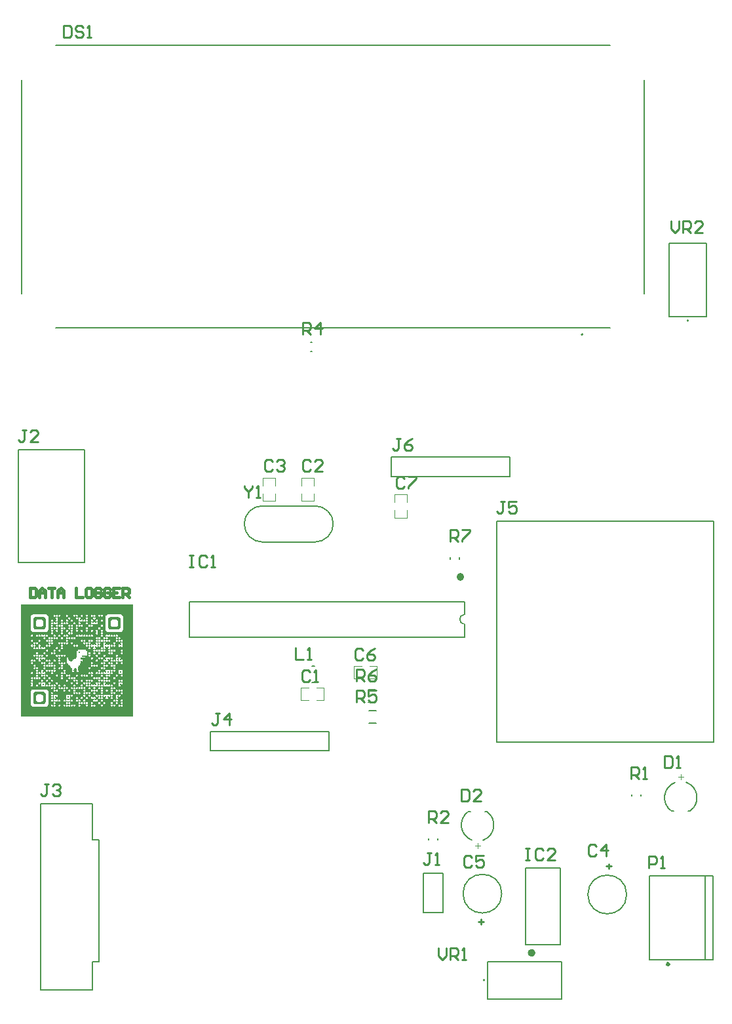
<source format=gbr>
%TF.GenerationSoftware,Altium Limited,Altium Designer,25.6.2 (33)*%
G04 Layer_Color=65535*
%FSLAX45Y45*%
%MOMM*%
%TF.SameCoordinates,D625FAC1-649B-4139-A42B-0E7AE4161345*%
%TF.FilePolarity,Positive*%
%TF.FileFunction,Legend,Top*%
%TF.Part,Single*%
G01*
G75*
%TA.AperFunction,NonConductor*%
%ADD41C,0.20000*%
%ADD42C,0.50000*%
%ADD43C,0.38100*%
%ADD44C,0.15000*%
%ADD45C,0.12700*%
%ADD46C,0.10000*%
%ADD47C,0.40000*%
%ADD48C,0.25400*%
G36*
X1798111Y3794556D02*
X348111D01*
Y5244555D01*
X1798111D01*
Y3794556D01*
D02*
G37*
%LPC*%
G36*
X1401778Y5112444D02*
X1388889D01*
Y5109222D01*
X1385667D01*
Y5106000D01*
X1382444D01*
Y5093111D01*
X1385667D01*
Y5089889D01*
X1388889D01*
Y5086666D01*
X1401778D01*
Y5089889D01*
X1405000D01*
Y5093111D01*
X1408222D01*
Y5106000D01*
X1405000D01*
Y5109222D01*
X1401778D01*
Y5112444D01*
D02*
G37*
G36*
X1369556D02*
X1356667D01*
Y5109222D01*
X1353444D01*
Y5106000D01*
X1350222D01*
Y5093111D01*
X1353444D01*
Y5089889D01*
X1356667D01*
Y5086666D01*
X1369556D01*
Y5089889D01*
X1372778D01*
Y5093111D01*
X1376000D01*
Y5106000D01*
X1372778D01*
Y5109222D01*
X1369556D01*
Y5112444D01*
D02*
G37*
G36*
X1305111D02*
X1292222D01*
Y5109222D01*
X1289000D01*
Y5106000D01*
X1285778D01*
Y5093111D01*
X1289000D01*
Y5089889D01*
X1292222D01*
Y5086666D01*
X1305111D01*
Y5089889D01*
X1308333D01*
Y5093111D01*
X1311555D01*
Y5106000D01*
X1308333D01*
Y5109222D01*
X1305111D01*
Y5112444D01*
D02*
G37*
G36*
X1272889D02*
X1260000D01*
Y5109222D01*
X1256778D01*
Y5106000D01*
X1253556D01*
Y5093111D01*
X1256778D01*
Y5089889D01*
X1260000D01*
Y5086666D01*
X1272889D01*
Y5089889D01*
X1276111D01*
Y5093111D01*
X1279333D01*
Y5106000D01*
X1276111D01*
Y5109222D01*
X1272889D01*
Y5112444D01*
D02*
G37*
G36*
X1208444D02*
X1195555D01*
Y5109222D01*
X1192333D01*
Y5106000D01*
X1189111D01*
Y5093111D01*
X1192333D01*
Y5089889D01*
X1195555D01*
Y5086666D01*
X1208444D01*
Y5089889D01*
X1211667D01*
Y5093111D01*
X1214889D01*
Y5106000D01*
X1211667D01*
Y5109222D01*
X1208444D01*
Y5112444D01*
D02*
G37*
G36*
X1144000D02*
X1131111D01*
Y5109222D01*
X1127889D01*
Y5106000D01*
X1124667D01*
Y5093111D01*
X1127889D01*
Y5089889D01*
X1131111D01*
Y5086666D01*
X1144000D01*
Y5089889D01*
X1147222D01*
Y5093111D01*
X1150444D01*
Y5106000D01*
X1147222D01*
Y5109222D01*
X1144000D01*
Y5112444D01*
D02*
G37*
G36*
X1079555D02*
X1066667D01*
Y5109222D01*
X1063444D01*
Y5106000D01*
X1060222D01*
Y5093111D01*
X1063444D01*
Y5089889D01*
X1066667D01*
Y5086666D01*
X1079555D01*
Y5089889D01*
X1082778D01*
Y5093111D01*
X1086000D01*
Y5106000D01*
X1082778D01*
Y5109222D01*
X1079555D01*
Y5112444D01*
D02*
G37*
G36*
X1047333D02*
X1034444D01*
Y5109222D01*
X1031222D01*
Y5106000D01*
X1028000D01*
Y5093111D01*
X1031222D01*
Y5089889D01*
X1034444D01*
Y5086666D01*
X1047333D01*
Y5089889D01*
X1050555D01*
Y5093111D01*
X1053778D01*
Y5106000D01*
X1050555D01*
Y5109222D01*
X1047333D01*
Y5112444D01*
D02*
G37*
G36*
X950667D02*
X937778D01*
Y5109222D01*
X934555D01*
Y5106000D01*
X931333D01*
Y5093111D01*
X934555D01*
Y5089889D01*
X937778D01*
Y5086666D01*
X950667D01*
Y5089889D01*
X953889D01*
Y5093111D01*
X957111D01*
Y5099555D01*
Y5102778D01*
Y5106000D01*
X953889D01*
Y5109222D01*
X950667D01*
Y5112444D01*
D02*
G37*
G36*
X854000D02*
X841111D01*
Y5109222D01*
X837889D01*
Y5106000D01*
X834667D01*
Y5093111D01*
X837889D01*
Y5089889D01*
X841111D01*
Y5086666D01*
X854000D01*
Y5089889D01*
X857222D01*
Y5093111D01*
X860444D01*
Y5106000D01*
X857222D01*
Y5109222D01*
X854000D01*
Y5112444D01*
D02*
G37*
G36*
X821778D02*
X808889D01*
Y5109222D01*
X805667D01*
Y5106000D01*
X802444D01*
Y5093111D01*
X805667D01*
Y5089889D01*
X808889D01*
Y5086666D01*
X821778D01*
Y5089889D01*
X825000D01*
Y5093111D01*
X828222D01*
Y5106000D01*
X825000D01*
Y5109222D01*
X821778D01*
Y5112444D01*
D02*
G37*
G36*
X789555D02*
X776666D01*
Y5109222D01*
X773444D01*
Y5106000D01*
X770222D01*
Y5093111D01*
X773444D01*
Y5089889D01*
X776666D01*
Y5086666D01*
X789555D01*
Y5089889D01*
X792778D01*
Y5093111D01*
X796000D01*
Y5106000D01*
X792778D01*
Y5109222D01*
X789555D01*
Y5112444D01*
D02*
G37*
G36*
X1305111Y5080222D02*
X1292222D01*
Y5077000D01*
X1289000D01*
Y5073778D01*
X1285778D01*
Y5060889D01*
X1289000D01*
Y5057667D01*
X1292222D01*
Y5054444D01*
X1305111D01*
Y5057667D01*
X1308333D01*
Y5060889D01*
X1311555D01*
Y5073778D01*
X1308333D01*
Y5077000D01*
X1305111D01*
Y5080222D01*
D02*
G37*
G36*
X1208444D02*
X1195555D01*
Y5077000D01*
X1192333D01*
Y5073778D01*
X1189111D01*
Y5060889D01*
X1192333D01*
Y5057667D01*
X1195555D01*
Y5054444D01*
X1208444D01*
Y5057667D01*
X1211667D01*
Y5060889D01*
X1214889D01*
Y5073778D01*
X1211667D01*
Y5077000D01*
X1208444D01*
Y5080222D01*
D02*
G37*
G36*
X1111778D02*
X1098889D01*
Y5077000D01*
X1095667D01*
Y5073778D01*
X1092444D01*
Y5060889D01*
X1095667D01*
Y5057667D01*
X1098889D01*
Y5054444D01*
X1111778D01*
Y5057667D01*
X1115000D01*
Y5060889D01*
X1118222D01*
Y5073778D01*
X1115000D01*
Y5077000D01*
X1111778D01*
Y5080222D01*
D02*
G37*
G36*
X1079555D02*
X1066667D01*
Y5077000D01*
X1063444D01*
Y5073778D01*
X1060222D01*
Y5060889D01*
X1063444D01*
Y5057667D01*
X1066667D01*
Y5054444D01*
X1079555D01*
Y5057667D01*
X1082778D01*
Y5060889D01*
X1086000D01*
Y5073778D01*
X1082778D01*
Y5077000D01*
X1079555D01*
Y5080222D01*
D02*
G37*
G36*
X982889D02*
X970000D01*
Y5077000D01*
X966778D01*
Y5073778D01*
X963555D01*
Y5060889D01*
X966778D01*
Y5057667D01*
X970000D01*
Y5054444D01*
X982889D01*
Y5057667D01*
X986111D01*
Y5060889D01*
X989333D01*
Y5073778D01*
X986111D01*
Y5077000D01*
X982889D01*
Y5080222D01*
D02*
G37*
G36*
X821778D02*
X808889D01*
Y5077000D01*
X805667D01*
Y5073778D01*
X802444D01*
Y5060889D01*
X805667D01*
Y5057667D01*
X808889D01*
Y5054444D01*
X821778D01*
Y5057667D01*
X825000D01*
Y5060889D01*
X828222D01*
Y5073778D01*
X825000D01*
Y5077000D01*
X821778D01*
Y5080222D01*
D02*
G37*
G36*
X1401778Y5048000D02*
X1388889D01*
Y5044778D01*
X1385667D01*
Y5041555D01*
X1382444D01*
Y5028667D01*
X1385667D01*
Y5025444D01*
X1388889D01*
Y5022222D01*
X1401778D01*
Y5025444D01*
X1405000D01*
Y5028667D01*
X1408222D01*
Y5041555D01*
X1405000D01*
Y5044778D01*
X1401778D01*
Y5048000D01*
D02*
G37*
G36*
X1337333D02*
X1324444D01*
Y5044778D01*
X1321222D01*
Y5041555D01*
X1318000D01*
Y5028667D01*
X1321222D01*
Y5025444D01*
X1324444D01*
Y5022222D01*
X1337333D01*
Y5025444D01*
X1340555D01*
Y5028667D01*
X1343778D01*
Y5041555D01*
X1340555D01*
Y5044778D01*
X1337333D01*
Y5048000D01*
D02*
G37*
G36*
X1272889D02*
X1260000D01*
Y5044778D01*
X1256778D01*
Y5041555D01*
X1253556D01*
Y5028667D01*
X1256778D01*
Y5025444D01*
X1260000D01*
Y5022222D01*
X1272889D01*
Y5025444D01*
X1276111D01*
Y5028667D01*
X1279333D01*
Y5041555D01*
X1276111D01*
Y5044778D01*
X1272889D01*
Y5048000D01*
D02*
G37*
G36*
X1208444D02*
X1195555D01*
Y5044778D01*
X1192333D01*
Y5041555D01*
X1189111D01*
Y5028667D01*
X1192333D01*
Y5025444D01*
X1195555D01*
Y5022222D01*
X1208444D01*
Y5025444D01*
X1211667D01*
Y5028667D01*
X1214889D01*
Y5041555D01*
X1211667D01*
Y5044778D01*
X1208444D01*
Y5048000D01*
D02*
G37*
G36*
X1176222D02*
X1163333D01*
Y5044778D01*
X1160111D01*
Y5041555D01*
X1156889D01*
Y5028667D01*
X1160111D01*
Y5025444D01*
X1163333D01*
Y5022222D01*
X1176222D01*
Y5025444D01*
X1179444D01*
Y5028667D01*
X1182667D01*
Y5038333D01*
Y5041555D01*
X1179444D01*
Y5044778D01*
X1176222D01*
Y5048000D01*
D02*
G37*
G36*
X1144000D02*
X1131111D01*
Y5044778D01*
X1127889D01*
Y5041555D01*
X1124667D01*
Y5028667D01*
X1127889D01*
Y5025444D01*
X1131111D01*
Y5022222D01*
X1144000D01*
Y5025444D01*
X1147222D01*
Y5028667D01*
X1150444D01*
Y5035111D01*
Y5038333D01*
Y5041555D01*
X1147222D01*
Y5044778D01*
X1144000D01*
Y5048000D01*
D02*
G37*
G36*
X1111778D02*
X1098889D01*
Y5044778D01*
X1095667D01*
Y5041555D01*
X1092444D01*
Y5028667D01*
X1095667D01*
Y5025444D01*
X1098889D01*
Y5022222D01*
X1111778D01*
Y5025444D01*
X1115000D01*
Y5028667D01*
X1118222D01*
Y5041555D01*
X1115000D01*
Y5044778D01*
X1111778D01*
Y5048000D01*
D02*
G37*
G36*
X1015111D02*
X1002222D01*
Y5044778D01*
X999000D01*
Y5041555D01*
X995778D01*
Y5035111D01*
Y5031889D01*
Y5028667D01*
X999000D01*
Y5025444D01*
X1002222D01*
Y5022222D01*
X1015111D01*
Y5025444D01*
X1018333D01*
Y5028667D01*
X1021555D01*
Y5041555D01*
X1018333D01*
Y5044778D01*
X1015111D01*
Y5048000D01*
D02*
G37*
G36*
X950667D02*
X937778D01*
Y5044778D01*
X934555D01*
Y5041555D01*
X931333D01*
Y5028667D01*
X934555D01*
Y5025444D01*
X937778D01*
Y5022222D01*
X950667D01*
Y5025444D01*
X953889D01*
Y5028667D01*
X957111D01*
Y5038333D01*
Y5041555D01*
X953889D01*
Y5044778D01*
X950667D01*
Y5048000D01*
D02*
G37*
G36*
X886222D02*
X873333D01*
Y5044778D01*
X870111D01*
Y5041555D01*
X866889D01*
Y5028667D01*
X870111D01*
Y5025444D01*
X873333D01*
Y5022222D01*
X886222D01*
Y5025444D01*
X889444D01*
Y5028667D01*
X892666D01*
Y5031889D01*
Y5041555D01*
X889444D01*
Y5044778D01*
X886222D01*
Y5048000D01*
D02*
G37*
G36*
X821778D02*
X808889D01*
Y5044778D01*
X805667D01*
Y5041555D01*
X802444D01*
Y5035111D01*
Y5031889D01*
Y5028667D01*
X805667D01*
Y5025444D01*
X808889D01*
Y5022222D01*
X821778D01*
Y5025444D01*
X825000D01*
Y5028667D01*
X828222D01*
Y5041555D01*
X825000D01*
Y5044778D01*
X821778D01*
Y5048000D01*
D02*
G37*
G36*
X757333D02*
X744444D01*
Y5044778D01*
X741222D01*
Y5041555D01*
X738000D01*
Y5028667D01*
X741222D01*
Y5025444D01*
X744444D01*
Y5022222D01*
X757333D01*
Y5025444D01*
X760556D01*
Y5028667D01*
X763778D01*
Y5041555D01*
X760556D01*
Y5044778D01*
X757333D01*
Y5048000D01*
D02*
G37*
G36*
X1337333Y5015778D02*
X1324444D01*
Y5012555D01*
X1321222D01*
Y5009333D01*
X1318000D01*
Y4996444D01*
X1321222D01*
Y4993222D01*
X1324444D01*
Y4990000D01*
X1337333D01*
Y4993222D01*
X1340555D01*
Y4996444D01*
X1343778D01*
Y5009333D01*
X1340555D01*
Y5012555D01*
X1337333D01*
Y5015778D01*
D02*
G37*
G36*
X1305111D02*
X1292222D01*
Y5012555D01*
X1289000D01*
Y5009333D01*
X1285778D01*
Y4996444D01*
X1289000D01*
Y4993222D01*
X1292222D01*
Y4990000D01*
X1305111D01*
Y4993222D01*
X1308333D01*
Y4996444D01*
X1311555D01*
Y5009333D01*
X1308333D01*
Y5012555D01*
X1305111D01*
Y5015778D01*
D02*
G37*
G36*
X1272889D02*
X1260000D01*
Y5012555D01*
X1256778D01*
Y5009333D01*
X1253556D01*
Y4996444D01*
X1256778D01*
Y4993222D01*
X1260000D01*
Y4990000D01*
X1272889D01*
Y4993222D01*
X1276111D01*
Y4996444D01*
X1279333D01*
Y5009333D01*
X1276111D01*
Y5012555D01*
X1272889D01*
Y5015778D01*
D02*
G37*
G36*
X1208444D02*
X1195555D01*
Y5012555D01*
X1192333D01*
Y5009333D01*
X1189111D01*
Y5006111D01*
Y5002889D01*
Y4996444D01*
X1192333D01*
Y4993222D01*
X1195555D01*
Y4990000D01*
X1208444D01*
Y4993222D01*
X1211667D01*
Y4996444D01*
X1214889D01*
Y5009333D01*
X1211667D01*
Y5012555D01*
X1208444D01*
Y5015778D01*
D02*
G37*
G36*
X1111778D02*
X1098889D01*
Y5012555D01*
X1095667D01*
Y5009333D01*
X1092444D01*
Y4996444D01*
X1095667D01*
Y4993222D01*
X1098889D01*
Y4990000D01*
X1111778D01*
Y4993222D01*
X1115000D01*
Y4996444D01*
X1118222D01*
Y5009333D01*
X1115000D01*
Y5012555D01*
X1111778D01*
Y5015778D01*
D02*
G37*
G36*
X1047333D02*
X1034444D01*
Y5012555D01*
X1031222D01*
Y5009333D01*
X1028000D01*
Y4996444D01*
X1031222D01*
Y4993222D01*
X1034444D01*
Y4990000D01*
X1047333D01*
Y4993222D01*
X1050555D01*
Y4996444D01*
X1053778D01*
Y5009333D01*
X1050555D01*
Y5012555D01*
X1047333D01*
Y5015778D01*
D02*
G37*
G36*
X950667D02*
X937778D01*
Y5012555D01*
X934555D01*
Y5009333D01*
X931333D01*
Y4996444D01*
X934555D01*
Y4993222D01*
X937778D01*
Y4990000D01*
X950667D01*
Y4993222D01*
X953889D01*
Y4996444D01*
X957111D01*
Y5006111D01*
Y5009333D01*
X953889D01*
Y5012555D01*
X950667D01*
Y5015778D01*
D02*
G37*
G36*
X918444D02*
X905555D01*
Y5012555D01*
X902333D01*
Y5009333D01*
X899111D01*
Y4996444D01*
X902333D01*
Y4993222D01*
X905555D01*
Y4990000D01*
X918444D01*
Y4993222D01*
X921667D01*
Y4996444D01*
X924889D01*
Y5009333D01*
X921667D01*
Y5012555D01*
X918444D01*
Y5015778D01*
D02*
G37*
G36*
X886222D02*
X873333D01*
Y5012555D01*
X870111D01*
Y5009333D01*
X866889D01*
Y4996444D01*
X870111D01*
Y4993222D01*
X873333D01*
Y4990000D01*
X886222D01*
Y4993222D01*
X889444D01*
Y4996444D01*
X892666D01*
Y5009333D01*
X889444D01*
Y5012555D01*
X886222D01*
Y5015778D01*
D02*
G37*
G36*
X821778D02*
X808889D01*
Y5012555D01*
X805667D01*
Y5009333D01*
X802444D01*
Y5006111D01*
Y4996444D01*
X805667D01*
Y4993222D01*
X808889D01*
Y4990000D01*
X821778D01*
Y4993222D01*
X825000D01*
Y4996444D01*
X828222D01*
Y5009333D01*
X825000D01*
Y5012555D01*
X821778D01*
Y5015778D01*
D02*
G37*
G36*
X789555D02*
X776666D01*
Y5012555D01*
X773444D01*
Y5009333D01*
X770222D01*
Y4996444D01*
X773444D01*
Y4993222D01*
X776666D01*
Y4990000D01*
X789555D01*
Y4993222D01*
X792778D01*
Y4996444D01*
X796000D01*
Y5009333D01*
X792778D01*
Y5012555D01*
X789555D01*
Y5015778D01*
D02*
G37*
G36*
X757333D02*
X744444D01*
Y5012555D01*
X741222D01*
Y5009333D01*
X738000D01*
Y5006111D01*
Y5002889D01*
Y4996444D01*
X741222D01*
Y4993222D01*
X744444D01*
Y4990000D01*
X757333D01*
Y4993222D01*
X760556D01*
Y4996444D01*
X763778D01*
Y5009333D01*
X760556D01*
Y5012555D01*
X757333D01*
Y5015778D01*
D02*
G37*
G36*
X1401778Y4983555D02*
X1388889D01*
Y4980333D01*
X1385667D01*
Y4977111D01*
X1382444D01*
Y4973889D01*
Y4970666D01*
Y4964222D01*
X1385667D01*
Y4961000D01*
X1388889D01*
Y4957778D01*
X1401778D01*
Y4961000D01*
X1405000D01*
Y4964222D01*
X1408222D01*
Y4977111D01*
X1405000D01*
Y4980333D01*
X1401778D01*
Y4983555D01*
D02*
G37*
G36*
X1272889D02*
X1260000D01*
Y4980333D01*
X1256778D01*
Y4977111D01*
X1253556D01*
Y4964222D01*
X1256778D01*
Y4961000D01*
X1260000D01*
Y4957778D01*
X1272889D01*
Y4961000D01*
X1276111D01*
Y4964222D01*
X1279333D01*
Y4977111D01*
X1276111D01*
Y4980333D01*
X1272889D01*
Y4983555D01*
D02*
G37*
G36*
X1240667D02*
X1227778D01*
Y4980333D01*
X1224555D01*
Y4977111D01*
X1221333D01*
Y4964222D01*
X1224555D01*
Y4961000D01*
X1227778D01*
Y4957778D01*
X1240667D01*
Y4961000D01*
X1243889D01*
Y4964222D01*
X1247111D01*
Y4977111D01*
X1243889D01*
Y4980333D01*
X1240667D01*
Y4983555D01*
D02*
G37*
G36*
X1144000D02*
X1131111D01*
Y4980333D01*
X1127889D01*
Y4977111D01*
X1124667D01*
Y4973889D01*
Y4964222D01*
X1127889D01*
Y4961000D01*
X1131111D01*
Y4957778D01*
X1144000D01*
Y4961000D01*
X1147222D01*
Y4964222D01*
X1150444D01*
Y4977111D01*
X1147222D01*
Y4980333D01*
X1144000D01*
Y4983555D01*
D02*
G37*
G36*
X1111778D02*
X1098889D01*
Y4980333D01*
X1095667D01*
Y4977111D01*
X1092444D01*
Y4964222D01*
X1095667D01*
Y4961000D01*
X1098889D01*
Y4957778D01*
X1111778D01*
Y4961000D01*
X1115000D01*
Y4964222D01*
X1118222D01*
Y4977111D01*
X1115000D01*
Y4980333D01*
X1111778D01*
Y4983555D01*
D02*
G37*
G36*
X1079555D02*
X1066667D01*
Y4980333D01*
X1063444D01*
Y4977111D01*
X1060222D01*
Y4964222D01*
X1063444D01*
Y4961000D01*
X1066667D01*
Y4957778D01*
X1079555D01*
Y4961000D01*
X1082778D01*
Y4964222D01*
X1086000D01*
Y4977111D01*
X1082778D01*
Y4980333D01*
X1079555D01*
Y4983555D01*
D02*
G37*
G36*
X1015111D02*
X1002222D01*
Y4980333D01*
X999000D01*
Y4977111D01*
X995778D01*
Y4964222D01*
X999000D01*
Y4961000D01*
X1002222D01*
Y4957778D01*
X1015111D01*
Y4961000D01*
X1018333D01*
Y4964222D01*
X1021555D01*
Y4977111D01*
X1018333D01*
Y4980333D01*
X1015111D01*
Y4983555D01*
D02*
G37*
G36*
X982889D02*
X970000D01*
Y4980333D01*
X966778D01*
Y4977111D01*
X963555D01*
Y4964222D01*
X966778D01*
Y4961000D01*
X970000D01*
Y4957778D01*
X982889D01*
Y4961000D01*
X986111D01*
Y4964222D01*
X989333D01*
Y4977111D01*
X986111D01*
Y4980333D01*
X982889D01*
Y4983555D01*
D02*
G37*
G36*
X886222D02*
X873333D01*
Y4980333D01*
X870111D01*
Y4977111D01*
X866889D01*
Y4964222D01*
X870111D01*
Y4961000D01*
X873333D01*
Y4957778D01*
X886222D01*
Y4961000D01*
X889444D01*
Y4964222D01*
X892666D01*
Y4977111D01*
X889444D01*
Y4980333D01*
X886222D01*
Y4983555D01*
D02*
G37*
G36*
X854000D02*
X841111D01*
Y4980333D01*
X837889D01*
Y4977111D01*
X834667D01*
Y4964222D01*
X837889D01*
Y4961000D01*
X841111D01*
Y4957778D01*
X854000D01*
Y4961000D01*
X857222D01*
Y4964222D01*
X860444D01*
Y4977111D01*
X857222D01*
Y4980333D01*
X854000D01*
Y4983555D01*
D02*
G37*
G36*
X821778D02*
X808889D01*
Y4980333D01*
X805667D01*
Y4977111D01*
X802444D01*
Y4964222D01*
X805667D01*
Y4961000D01*
X808889D01*
Y4957778D01*
X821778D01*
Y4961000D01*
X825000D01*
Y4964222D01*
X828222D01*
Y4977111D01*
X825000D01*
Y4980333D01*
X821778D01*
Y4983555D01*
D02*
G37*
G36*
X757333D02*
X744444D01*
Y4980333D01*
X741222D01*
Y4977111D01*
X738000D01*
Y4973889D01*
Y4964222D01*
X741222D01*
Y4961000D01*
X744444D01*
Y4957778D01*
X757333D01*
Y4961000D01*
X760556D01*
Y4964222D01*
X763778D01*
Y4977111D01*
X760556D01*
Y4980333D01*
X757333D01*
Y4983555D01*
D02*
G37*
G36*
X1369556Y4951333D02*
X1356667D01*
Y4948111D01*
X1353444D01*
Y4944889D01*
X1350222D01*
Y4938444D01*
Y4935222D01*
Y4932000D01*
X1353444D01*
Y4928778D01*
X1356667D01*
Y4925556D01*
X1369556D01*
Y4928778D01*
X1372778D01*
Y4932000D01*
X1376000D01*
Y4944889D01*
X1372778D01*
Y4948111D01*
X1369556D01*
Y4951333D01*
D02*
G37*
G36*
X1208444D02*
X1195555D01*
Y4948111D01*
X1192333D01*
Y4944889D01*
X1189111D01*
Y4935222D01*
Y4932000D01*
X1192333D01*
Y4928778D01*
X1195555D01*
Y4925556D01*
X1208444D01*
Y4928778D01*
X1211667D01*
Y4932000D01*
X1214889D01*
Y4944889D01*
X1211667D01*
Y4948111D01*
X1208444D01*
Y4951333D01*
D02*
G37*
G36*
X1079555D02*
X1066667D01*
Y4948111D01*
X1063444D01*
Y4944889D01*
X1060222D01*
Y4938444D01*
Y4935222D01*
Y4932000D01*
X1063444D01*
Y4928778D01*
X1066667D01*
Y4925556D01*
X1079555D01*
Y4928778D01*
X1082778D01*
Y4932000D01*
X1086000D01*
Y4944889D01*
X1082778D01*
Y4948111D01*
X1079555D01*
Y4951333D01*
D02*
G37*
G36*
X1015111D02*
X1002222D01*
Y4948111D01*
X999000D01*
Y4944889D01*
X995778D01*
Y4932000D01*
X999000D01*
Y4928778D01*
X1002222D01*
Y4925556D01*
X1015111D01*
Y4928778D01*
X1018333D01*
Y4932000D01*
X1021555D01*
Y4944889D01*
X1018333D01*
Y4948111D01*
X1015111D01*
Y4951333D01*
D02*
G37*
G36*
X982889D02*
X970000D01*
Y4948111D01*
X966778D01*
Y4944889D01*
X963555D01*
Y4932000D01*
X966778D01*
Y4928778D01*
X970000D01*
Y4925556D01*
X982889D01*
Y4928778D01*
X986111D01*
Y4932000D01*
X989333D01*
Y4944889D01*
X986111D01*
Y4948111D01*
X982889D01*
Y4951333D01*
D02*
G37*
G36*
X918444D02*
X905555D01*
Y4948111D01*
X902333D01*
Y4944889D01*
X899111D01*
Y4932000D01*
X902333D01*
Y4928778D01*
X905555D01*
Y4925556D01*
X918444D01*
Y4928778D01*
X921667D01*
Y4932000D01*
X924889D01*
Y4944889D01*
X921667D01*
Y4948111D01*
X918444D01*
Y4951333D01*
D02*
G37*
G36*
X886222D02*
X873333D01*
Y4948111D01*
X870111D01*
Y4944889D01*
X866889D01*
Y4932000D01*
X870111D01*
Y4928778D01*
X873333D01*
Y4925556D01*
X886222D01*
Y4928778D01*
X889444D01*
Y4932000D01*
X892666D01*
Y4944889D01*
X889444D01*
Y4948111D01*
X886222D01*
Y4951333D01*
D02*
G37*
G36*
X821778D02*
X808889D01*
Y4948111D01*
X805667D01*
Y4944889D01*
X802444D01*
Y4932000D01*
X805667D01*
Y4928778D01*
X808889D01*
Y4925556D01*
X821778D01*
Y4928778D01*
X825000D01*
Y4932000D01*
X828222D01*
Y4944889D01*
X825000D01*
Y4948111D01*
X821778D01*
Y4951333D01*
D02*
G37*
G36*
X789555D02*
X776666D01*
Y4948111D01*
X773444D01*
Y4944889D01*
X770222D01*
Y4932000D01*
X773444D01*
Y4928778D01*
X776666D01*
Y4925556D01*
X789555D01*
Y4928778D01*
X792778D01*
Y4932000D01*
X796000D01*
Y4944889D01*
X792778D01*
Y4948111D01*
X789555D01*
Y4951333D01*
D02*
G37*
G36*
X757333D02*
X744444D01*
Y4948111D01*
X741222D01*
Y4944889D01*
X738000D01*
Y4932000D01*
X741222D01*
Y4928778D01*
X744444D01*
Y4925556D01*
X757333D01*
Y4928778D01*
X760556D01*
Y4932000D01*
X763778D01*
Y4944889D01*
X760556D01*
Y4948111D01*
X757333D01*
Y4951333D01*
D02*
G37*
G36*
X1401778Y4919111D02*
X1388889D01*
Y4915889D01*
X1385667D01*
Y4912667D01*
X1382444D01*
Y4909444D01*
Y4906222D01*
Y4899778D01*
X1385667D01*
Y4896555D01*
X1388889D01*
Y4893333D01*
X1401778D01*
Y4896555D01*
X1405000D01*
Y4899778D01*
X1408222D01*
Y4912667D01*
X1405000D01*
Y4915889D01*
X1401778D01*
Y4919111D01*
D02*
G37*
G36*
X1337333D02*
X1324444D01*
Y4915889D01*
X1321222D01*
Y4912667D01*
X1318000D01*
Y4899778D01*
X1321222D01*
Y4896555D01*
X1324444D01*
Y4893333D01*
X1337333D01*
Y4896555D01*
X1340555D01*
Y4899778D01*
X1343778D01*
Y4912667D01*
X1340555D01*
Y4915889D01*
X1337333D01*
Y4919111D01*
D02*
G37*
G36*
X1272889D02*
X1260000D01*
Y4915889D01*
X1256778D01*
Y4912667D01*
X1253556D01*
Y4909444D01*
Y4906222D01*
Y4899778D01*
X1256778D01*
Y4896555D01*
X1260000D01*
Y4893333D01*
X1272889D01*
Y4896555D01*
X1276111D01*
Y4899778D01*
X1279333D01*
Y4912667D01*
X1276111D01*
Y4915889D01*
X1272889D01*
Y4919111D01*
D02*
G37*
G36*
X1208444D02*
X1195555D01*
Y4915889D01*
X1192333D01*
Y4912667D01*
X1189111D01*
Y4899778D01*
X1192333D01*
Y4896555D01*
X1195555D01*
Y4893333D01*
X1208444D01*
Y4896555D01*
X1211667D01*
Y4899778D01*
X1214889D01*
Y4912667D01*
X1211667D01*
Y4915889D01*
X1208444D01*
Y4919111D01*
D02*
G37*
G36*
X1144000D02*
X1131111D01*
Y4915889D01*
X1127889D01*
Y4912667D01*
X1124667D01*
Y4899778D01*
X1127889D01*
Y4896555D01*
X1131111D01*
Y4893333D01*
X1144000D01*
Y4896555D01*
X1147222D01*
Y4899778D01*
X1150444D01*
Y4912667D01*
X1147222D01*
Y4915889D01*
X1144000D01*
Y4919111D01*
D02*
G37*
G36*
X1079555D02*
X1066667D01*
Y4915889D01*
X1063444D01*
Y4912667D01*
X1060222D01*
Y4899778D01*
X1063444D01*
Y4896555D01*
X1066667D01*
Y4893333D01*
X1079555D01*
Y4896555D01*
X1082778D01*
Y4899778D01*
X1086000D01*
Y4912667D01*
X1082778D01*
Y4915889D01*
X1079555D01*
Y4919111D01*
D02*
G37*
G36*
X1015111D02*
X1002222D01*
Y4915889D01*
X999000D01*
Y4912667D01*
X995778D01*
Y4899778D01*
X999000D01*
Y4896555D01*
X1002222D01*
Y4893333D01*
X1015111D01*
Y4896555D01*
X1018333D01*
Y4899778D01*
X1021555D01*
Y4912667D01*
X1018333D01*
Y4915889D01*
X1015111D01*
Y4919111D01*
D02*
G37*
G36*
X950667D02*
X937778D01*
Y4915889D01*
X934555D01*
Y4912667D01*
X931333D01*
Y4899778D01*
X934555D01*
Y4896555D01*
X937778D01*
Y4893333D01*
X950667D01*
Y4896555D01*
X953889D01*
Y4899778D01*
X957111D01*
Y4912667D01*
X953889D01*
Y4915889D01*
X950667D01*
Y4919111D01*
D02*
G37*
G36*
X886222D02*
X873333D01*
Y4915889D01*
X870111D01*
Y4912667D01*
X866889D01*
Y4899778D01*
X870111D01*
Y4896555D01*
X873333D01*
Y4893333D01*
X886222D01*
Y4896555D01*
X889444D01*
Y4899778D01*
X892666D01*
Y4912667D01*
X889444D01*
Y4915889D01*
X886222D01*
Y4919111D01*
D02*
G37*
G36*
X821778D02*
X808889D01*
Y4915889D01*
X805667D01*
Y4912667D01*
X802444D01*
Y4899778D01*
X805667D01*
Y4896555D01*
X808889D01*
Y4893333D01*
X821778D01*
Y4896555D01*
X825000D01*
Y4899778D01*
X828222D01*
Y4906222D01*
Y4909444D01*
Y4912667D01*
X825000D01*
Y4915889D01*
X821778D01*
Y4919111D01*
D02*
G37*
G36*
X757333D02*
X744444D01*
Y4915889D01*
X741222D01*
Y4912667D01*
X738000D01*
Y4899778D01*
X741222D01*
Y4896555D01*
X744444D01*
Y4893333D01*
X757333D01*
Y4896555D01*
X760556D01*
Y4899778D01*
X763778D01*
Y4912667D01*
X760556D01*
Y4915889D01*
X757333D01*
Y4919111D01*
D02*
G37*
G36*
X1646667Y5115666D02*
X1466222D01*
Y5112444D01*
X1459778D01*
Y5109222D01*
X1456555D01*
Y5106000D01*
X1453333D01*
Y5102778D01*
X1450111D01*
Y5099555D01*
X1446889D01*
Y5093111D01*
X1443667D01*
Y4912667D01*
X1446889D01*
Y4906222D01*
X1450111D01*
Y4903000D01*
X1453333D01*
Y4899778D01*
X1456555D01*
Y4896555D01*
X1459778D01*
Y4893333D01*
X1466222D01*
Y4890111D01*
X1646667D01*
Y4893333D01*
X1653111D01*
Y4896555D01*
X1656333D01*
Y4899778D01*
X1659555D01*
Y4903000D01*
X1662778D01*
Y4906222D01*
X1666000D01*
Y4912667D01*
X1669222D01*
Y4948111D01*
Y4951333D01*
Y5093111D01*
X1666000D01*
Y5099555D01*
X1662778D01*
Y5102778D01*
X1659555D01*
Y5106000D01*
X1656333D01*
Y5109222D01*
X1653111D01*
Y5112444D01*
X1646667D01*
Y5115666D01*
D02*
G37*
G36*
X680000D02*
X499556D01*
Y5112444D01*
X493111D01*
Y5109222D01*
X489889D01*
Y5106000D01*
X486667D01*
Y5102778D01*
X483444D01*
Y5099555D01*
X480222D01*
Y5093111D01*
X477000D01*
Y4912667D01*
X480222D01*
Y4906222D01*
X483444D01*
Y4903000D01*
X486667D01*
Y4899778D01*
X489889D01*
Y4896555D01*
X493111D01*
Y4893333D01*
X499556D01*
Y4890111D01*
X680000D01*
Y4893333D01*
X686444D01*
Y4896555D01*
X689667D01*
Y4899778D01*
X692889D01*
Y4903000D01*
X696111D01*
Y4906222D01*
X699333D01*
Y4915889D01*
X702555D01*
Y5015778D01*
Y5019000D01*
Y5093111D01*
X699333D01*
Y5099555D01*
X696111D01*
Y5102778D01*
X692889D01*
Y5106000D01*
X689667D01*
Y5109222D01*
X686444D01*
Y5112444D01*
X680000D01*
Y5115666D01*
D02*
G37*
G36*
X1401778Y4886889D02*
X1388889D01*
Y4883667D01*
X1385667D01*
Y4880444D01*
X1382444D01*
Y4867555D01*
X1385667D01*
Y4864333D01*
X1388889D01*
Y4861111D01*
X1401778D01*
Y4864333D01*
X1405000D01*
Y4867555D01*
X1408222D01*
Y4880444D01*
X1405000D01*
Y4883667D01*
X1401778D01*
Y4886889D01*
D02*
G37*
G36*
X1337333D02*
X1324444D01*
Y4883667D01*
X1321222D01*
Y4880444D01*
X1318000D01*
Y4867555D01*
X1321222D01*
Y4864333D01*
X1324444D01*
Y4861111D01*
X1337333D01*
Y4864333D01*
X1340555D01*
Y4867555D01*
X1343778D01*
Y4880444D01*
X1340555D01*
Y4883667D01*
X1337333D01*
Y4886889D01*
D02*
G37*
G36*
X1015111D02*
X1002222D01*
Y4883667D01*
X999000D01*
Y4880444D01*
X995778D01*
Y4867555D01*
X999000D01*
Y4864333D01*
X1002222D01*
Y4861111D01*
X1015111D01*
Y4864333D01*
X1018333D01*
Y4867555D01*
X1021555D01*
Y4880444D01*
X1018333D01*
Y4883667D01*
X1015111D01*
Y4886889D01*
D02*
G37*
G36*
X982889D02*
X970000D01*
Y4883667D01*
X966778D01*
Y4880444D01*
X963555D01*
Y4867555D01*
X966778D01*
Y4864333D01*
X970000D01*
Y4861111D01*
X982889D01*
Y4864333D01*
X986111D01*
Y4867555D01*
X989333D01*
Y4880444D01*
X986111D01*
Y4883667D01*
X982889D01*
Y4886889D01*
D02*
G37*
G36*
X886222D02*
X873333D01*
Y4883667D01*
X870111D01*
Y4880444D01*
X866889D01*
Y4867555D01*
X870111D01*
Y4864333D01*
X873333D01*
Y4861111D01*
X886222D01*
Y4864333D01*
X889444D01*
Y4867555D01*
X892666D01*
Y4874000D01*
Y4877222D01*
Y4880444D01*
X889444D01*
Y4883667D01*
X886222D01*
Y4886889D01*
D02*
G37*
G36*
X757333D02*
X744444D01*
Y4883667D01*
X741222D01*
Y4880444D01*
X738000D01*
Y4867555D01*
X741222D01*
Y4864333D01*
X744444D01*
Y4861111D01*
X757333D01*
Y4864333D01*
X760556D01*
Y4867555D01*
X763778D01*
Y4880444D01*
X760556D01*
Y4883667D01*
X757333D01*
Y4886889D01*
D02*
G37*
G36*
X1595111Y4854666D02*
X1582222D01*
Y4851444D01*
X1579000D01*
Y4848222D01*
X1575778D01*
Y4845000D01*
Y4841778D01*
Y4835333D01*
X1579000D01*
Y4832111D01*
X1582222D01*
Y4828889D01*
X1595111D01*
Y4832111D01*
X1598333D01*
Y4835333D01*
X1601555D01*
Y4848222D01*
X1598333D01*
Y4851444D01*
X1595111D01*
Y4854666D01*
D02*
G37*
G36*
X1562889D02*
X1550000D01*
Y4851444D01*
X1546778D01*
Y4848222D01*
X1543555D01*
Y4835333D01*
X1546778D01*
Y4832111D01*
X1550000D01*
Y4828889D01*
X1562889D01*
Y4832111D01*
X1566111D01*
Y4835333D01*
X1569333D01*
Y4848222D01*
X1566111D01*
Y4851444D01*
X1562889D01*
Y4854666D01*
D02*
G37*
G36*
X1530666D02*
X1517778D01*
Y4851444D01*
X1514556D01*
Y4848222D01*
X1511333D01*
Y4835333D01*
X1514556D01*
Y4832111D01*
X1517778D01*
Y4828889D01*
X1530666D01*
Y4832111D01*
X1533889D01*
Y4835333D01*
X1537111D01*
Y4848222D01*
X1533889D01*
Y4851444D01*
X1530666D01*
Y4854666D01*
D02*
G37*
G36*
X1498444D02*
X1485555D01*
Y4851444D01*
X1482333D01*
Y4848222D01*
X1479111D01*
Y4835333D01*
X1482333D01*
Y4832111D01*
X1485555D01*
Y4828889D01*
X1498444D01*
Y4832111D01*
X1501667D01*
Y4835333D01*
X1504889D01*
Y4845000D01*
Y4848222D01*
X1501667D01*
Y4851444D01*
X1498444D01*
Y4854666D01*
D02*
G37*
G36*
X1466222D02*
X1453333D01*
Y4851444D01*
X1450111D01*
Y4848222D01*
X1446889D01*
Y4835333D01*
X1450111D01*
Y4832111D01*
X1453333D01*
Y4828889D01*
X1466222D01*
Y4832111D01*
X1469444D01*
Y4835333D01*
X1472667D01*
Y4848222D01*
X1469444D01*
Y4851444D01*
X1466222D01*
Y4854666D01*
D02*
G37*
G36*
X1401778D02*
X1388889D01*
Y4851444D01*
X1385667D01*
Y4848222D01*
X1382444D01*
Y4838555D01*
Y4835333D01*
X1385667D01*
Y4832111D01*
X1388889D01*
Y4828889D01*
X1401778D01*
Y4832111D01*
X1405000D01*
Y4835333D01*
X1408222D01*
Y4848222D01*
X1405000D01*
Y4851444D01*
X1401778D01*
Y4854666D01*
D02*
G37*
G36*
X1272889D02*
X1260000D01*
Y4851444D01*
X1256778D01*
Y4848222D01*
X1253556D01*
Y4835333D01*
X1256778D01*
Y4832111D01*
X1260000D01*
Y4828889D01*
X1272889D01*
Y4832111D01*
X1276111D01*
Y4835333D01*
X1279333D01*
Y4848222D01*
X1276111D01*
Y4851444D01*
X1272889D01*
Y4854666D01*
D02*
G37*
G36*
X1240667D02*
X1227778D01*
Y4851444D01*
X1224555D01*
Y4848222D01*
X1221333D01*
Y4841778D01*
Y4838555D01*
Y4835333D01*
X1224555D01*
Y4832111D01*
X1227778D01*
Y4828889D01*
X1240667D01*
Y4832111D01*
X1243889D01*
Y4835333D01*
X1247111D01*
Y4848222D01*
X1243889D01*
Y4851444D01*
X1240667D01*
Y4854666D01*
D02*
G37*
G36*
X1208444D02*
X1195555D01*
Y4851444D01*
X1192333D01*
Y4848222D01*
X1189111D01*
Y4835333D01*
X1192333D01*
Y4832111D01*
X1195555D01*
Y4828889D01*
X1208444D01*
Y4832111D01*
X1211667D01*
Y4835333D01*
X1214889D01*
Y4848222D01*
X1211667D01*
Y4851444D01*
X1208444D01*
Y4854666D01*
D02*
G37*
G36*
X1176222D02*
X1163333D01*
Y4851444D01*
X1160111D01*
Y4848222D01*
X1156889D01*
Y4835333D01*
X1160111D01*
Y4832111D01*
X1163333D01*
Y4828889D01*
X1176222D01*
Y4832111D01*
X1179444D01*
Y4835333D01*
X1182667D01*
Y4838555D01*
Y4841778D01*
Y4848222D01*
X1179444D01*
Y4851444D01*
X1176222D01*
Y4854666D01*
D02*
G37*
G36*
X1144000D02*
X1131111D01*
Y4851444D01*
X1127889D01*
Y4848222D01*
X1124667D01*
Y4835333D01*
X1127889D01*
Y4832111D01*
X1131111D01*
Y4828889D01*
X1144000D01*
Y4832111D01*
X1147222D01*
Y4835333D01*
X1150444D01*
Y4848222D01*
X1147222D01*
Y4851444D01*
X1144000D01*
Y4854666D01*
D02*
G37*
G36*
X1111778D02*
X1098889D01*
Y4851444D01*
X1095667D01*
Y4848222D01*
X1092444D01*
Y4835333D01*
X1095667D01*
Y4832111D01*
X1098889D01*
Y4828889D01*
X1111778D01*
Y4832111D01*
X1115000D01*
Y4835333D01*
X1118222D01*
Y4848222D01*
X1115000D01*
Y4851444D01*
X1111778D01*
Y4854666D01*
D02*
G37*
G36*
X1079555D02*
X1066667D01*
Y4851444D01*
X1063444D01*
Y4848222D01*
X1060222D01*
Y4835333D01*
X1063444D01*
Y4832111D01*
X1066667D01*
Y4828889D01*
X1079555D01*
Y4832111D01*
X1082778D01*
Y4835333D01*
X1086000D01*
Y4848222D01*
X1082778D01*
Y4851444D01*
X1079555D01*
Y4854666D01*
D02*
G37*
G36*
X950667D02*
X937778D01*
Y4851444D01*
X934555D01*
Y4848222D01*
X931333D01*
Y4835333D01*
X934555D01*
Y4832111D01*
X937778D01*
Y4828889D01*
X950667D01*
Y4832111D01*
X953889D01*
Y4835333D01*
X957111D01*
Y4848222D01*
X953889D01*
Y4851444D01*
X950667D01*
Y4854666D01*
D02*
G37*
G36*
X918444D02*
X905555D01*
Y4851444D01*
X902333D01*
Y4848222D01*
X899111D01*
Y4835333D01*
X902333D01*
Y4832111D01*
X905555D01*
Y4828889D01*
X918444D01*
Y4832111D01*
X921667D01*
Y4835333D01*
X924889D01*
Y4848222D01*
X921667D01*
Y4851444D01*
X918444D01*
Y4854666D01*
D02*
G37*
G36*
X854000D02*
X841111D01*
Y4851444D01*
X837889D01*
Y4848222D01*
X834667D01*
Y4835333D01*
X837889D01*
Y4832111D01*
X841111D01*
Y4828889D01*
X854000D01*
Y4832111D01*
X857222D01*
Y4835333D01*
X860444D01*
Y4848222D01*
X857222D01*
Y4851444D01*
X854000D01*
Y4854666D01*
D02*
G37*
G36*
X789555D02*
X776666D01*
Y4851444D01*
X773444D01*
Y4848222D01*
X770222D01*
Y4835333D01*
X773444D01*
Y4832111D01*
X776666D01*
Y4828889D01*
X789555D01*
Y4832111D01*
X792778D01*
Y4835333D01*
X796000D01*
Y4848222D01*
X792778D01*
Y4851444D01*
X789555D01*
Y4854666D01*
D02*
G37*
G36*
X692889D02*
X680000D01*
Y4851444D01*
X676778D01*
Y4848222D01*
X673555D01*
Y4835333D01*
X676778D01*
Y4832111D01*
X680000D01*
Y4828889D01*
X692889D01*
Y4832111D01*
X696111D01*
Y4835333D01*
X699333D01*
Y4848222D01*
X696111D01*
Y4851444D01*
X692889D01*
Y4854666D01*
D02*
G37*
G36*
X660667D02*
X647778D01*
Y4851444D01*
X644555D01*
Y4848222D01*
X641333D01*
Y4835333D01*
X644555D01*
Y4832111D01*
X647778D01*
Y4828889D01*
X660667D01*
Y4832111D01*
X663889D01*
Y4835333D01*
X667111D01*
Y4848222D01*
X663889D01*
Y4851444D01*
X660667D01*
Y4854666D01*
D02*
G37*
G36*
X628444D02*
X615556D01*
Y4851444D01*
X612333D01*
Y4848222D01*
X609111D01*
Y4835333D01*
X612333D01*
Y4832111D01*
X615556D01*
Y4828889D01*
X628444D01*
Y4832111D01*
X631667D01*
Y4835333D01*
X634889D01*
Y4848222D01*
X631667D01*
Y4851444D01*
X628444D01*
Y4854666D01*
D02*
G37*
G36*
X596222D02*
X583333D01*
Y4851444D01*
X580111D01*
Y4848222D01*
X576889D01*
Y4835333D01*
X580111D01*
Y4832111D01*
X583333D01*
Y4828889D01*
X596222D01*
Y4832111D01*
X599444D01*
Y4835333D01*
X602667D01*
Y4848222D01*
X599444D01*
Y4851444D01*
X596222D01*
Y4854666D01*
D02*
G37*
G36*
X564000D02*
X551111D01*
Y4851444D01*
X547889D01*
Y4848222D01*
X544667D01*
Y4835333D01*
X547889D01*
Y4832111D01*
X551111D01*
Y4828889D01*
X564000D01*
Y4832111D01*
X567222D01*
Y4835333D01*
X570444D01*
Y4848222D01*
X567222D01*
Y4851444D01*
X564000D01*
Y4854666D01*
D02*
G37*
G36*
X499556D02*
X486667D01*
Y4851444D01*
X483444D01*
Y4848222D01*
X480222D01*
Y4835333D01*
X483444D01*
Y4832111D01*
X486667D01*
Y4828889D01*
X499556D01*
Y4832111D01*
X502778D01*
Y4835333D01*
X506000D01*
Y4838555D01*
Y4848222D01*
X502778D01*
Y4851444D01*
X499556D01*
Y4854666D01*
D02*
G37*
G36*
X1627333Y4822444D02*
X1614444D01*
Y4819222D01*
X1611222D01*
Y4816000D01*
X1608000D01*
Y4803111D01*
X1611222D01*
Y4799889D01*
X1614444D01*
Y4796667D01*
X1627333D01*
Y4799889D01*
X1630556D01*
Y4803111D01*
X1633778D01*
Y4816000D01*
X1630556D01*
Y4819222D01*
X1627333D01*
Y4822444D01*
D02*
G37*
G36*
X1595111D02*
X1582222D01*
Y4819222D01*
X1579000D01*
Y4816000D01*
X1575778D01*
Y4803111D01*
X1579000D01*
Y4799889D01*
X1582222D01*
Y4796667D01*
X1595111D01*
Y4799889D01*
X1598333D01*
Y4803111D01*
X1601555D01*
Y4816000D01*
X1598333D01*
Y4819222D01*
X1595111D01*
Y4822444D01*
D02*
G37*
G36*
X1466222D02*
X1453333D01*
Y4819222D01*
X1450111D01*
Y4816000D01*
X1446889D01*
Y4803111D01*
X1450111D01*
Y4799889D01*
X1453333D01*
Y4796667D01*
X1466222D01*
Y4799889D01*
X1469444D01*
Y4803111D01*
X1472667D01*
Y4809556D01*
Y4812778D01*
Y4816000D01*
X1469444D01*
Y4819222D01*
X1466222D01*
Y4822444D01*
D02*
G37*
G36*
X1434000D02*
X1421111D01*
Y4819222D01*
X1417889D01*
Y4816000D01*
X1414666D01*
Y4803111D01*
X1417889D01*
Y4799889D01*
X1421111D01*
Y4796667D01*
X1434000D01*
Y4799889D01*
X1437222D01*
Y4803111D01*
X1440444D01*
Y4806333D01*
Y4809556D01*
Y4816000D01*
X1437222D01*
Y4819222D01*
X1434000D01*
Y4822444D01*
D02*
G37*
G36*
X1369556D02*
X1356667D01*
Y4819222D01*
X1353444D01*
Y4816000D01*
X1350222D01*
Y4803111D01*
X1353444D01*
Y4799889D01*
X1356667D01*
Y4796667D01*
X1369556D01*
Y4799889D01*
X1372778D01*
Y4803111D01*
X1376000D01*
Y4816000D01*
X1372778D01*
Y4819222D01*
X1369556D01*
Y4822444D01*
D02*
G37*
G36*
X1337333D02*
X1324444D01*
Y4819222D01*
X1321222D01*
Y4816000D01*
X1318000D01*
Y4803111D01*
X1321222D01*
Y4799889D01*
X1324444D01*
Y4796667D01*
X1337333D01*
Y4799889D01*
X1340555D01*
Y4803111D01*
X1343778D01*
Y4816000D01*
X1340555D01*
Y4819222D01*
X1337333D01*
Y4822444D01*
D02*
G37*
G36*
X1047333D02*
X1034444D01*
Y4819222D01*
X1031222D01*
Y4816000D01*
X1028000D01*
Y4803111D01*
X1031222D01*
Y4799889D01*
X1034444D01*
Y4796667D01*
X1047333D01*
Y4799889D01*
X1050555D01*
Y4803111D01*
X1053778D01*
Y4816000D01*
X1050555D01*
Y4819222D01*
X1047333D01*
Y4822444D01*
D02*
G37*
G36*
X1015111D02*
X1002222D01*
Y4819222D01*
X999000D01*
Y4816000D01*
X995778D01*
Y4803111D01*
X999000D01*
Y4799889D01*
X1002222D01*
Y4796667D01*
X1015111D01*
Y4799889D01*
X1018333D01*
Y4803111D01*
X1021555D01*
Y4806333D01*
Y4809556D01*
Y4816000D01*
X1018333D01*
Y4819222D01*
X1015111D01*
Y4822444D01*
D02*
G37*
G36*
X982889D02*
X970000D01*
Y4819222D01*
X966778D01*
Y4816000D01*
X963555D01*
Y4803111D01*
X966778D01*
Y4799889D01*
X970000D01*
Y4796667D01*
X982889D01*
Y4799889D01*
X986111D01*
Y4803111D01*
X989333D01*
Y4816000D01*
X986111D01*
Y4819222D01*
X982889D01*
Y4822444D01*
D02*
G37*
G36*
X950667D02*
X937778D01*
Y4819222D01*
X934555D01*
Y4816000D01*
X931333D01*
Y4803111D01*
X934555D01*
Y4799889D01*
X937778D01*
Y4796667D01*
X950667D01*
Y4799889D01*
X953889D01*
Y4803111D01*
X957111D01*
Y4816000D01*
X953889D01*
Y4819222D01*
X950667D01*
Y4822444D01*
D02*
G37*
G36*
X886222D02*
X873333D01*
Y4819222D01*
X870111D01*
Y4816000D01*
X866889D01*
Y4803111D01*
X870111D01*
Y4799889D01*
X873333D01*
Y4796667D01*
X886222D01*
Y4799889D01*
X889444D01*
Y4803111D01*
X892666D01*
Y4812778D01*
Y4816000D01*
X889444D01*
Y4819222D01*
X886222D01*
Y4822444D01*
D02*
G37*
G36*
X821778D02*
X808889D01*
Y4819222D01*
X805667D01*
Y4816000D01*
X802444D01*
Y4803111D01*
X805667D01*
Y4799889D01*
X808889D01*
Y4796667D01*
X821778D01*
Y4799889D01*
X825000D01*
Y4803111D01*
X828222D01*
Y4816000D01*
X825000D01*
Y4819222D01*
X821778D01*
Y4822444D01*
D02*
G37*
G36*
X789555D02*
X776666D01*
Y4819222D01*
X773444D01*
Y4816000D01*
X770222D01*
Y4803111D01*
X773444D01*
Y4799889D01*
X776666D01*
Y4796667D01*
X789555D01*
Y4799889D01*
X792778D01*
Y4803111D01*
X796000D01*
Y4816000D01*
X792778D01*
Y4819222D01*
X789555D01*
Y4822444D01*
D02*
G37*
G36*
X757333D02*
X744444D01*
Y4819222D01*
X741222D01*
Y4816000D01*
X738000D01*
Y4803111D01*
X741222D01*
Y4799889D01*
X744444D01*
Y4796667D01*
X757333D01*
Y4799889D01*
X760556D01*
Y4803111D01*
X763778D01*
Y4812778D01*
Y4816000D01*
X760556D01*
Y4819222D01*
X757333D01*
Y4822444D01*
D02*
G37*
G36*
X725111D02*
X712222D01*
Y4819222D01*
X709000D01*
Y4816000D01*
X705778D01*
Y4803111D01*
X709000D01*
Y4799889D01*
X712222D01*
Y4796667D01*
X725111D01*
Y4799889D01*
X728333D01*
Y4803111D01*
X731556D01*
Y4816000D01*
X728333D01*
Y4819222D01*
X725111D01*
Y4822444D01*
D02*
G37*
G36*
X660667D02*
X647778D01*
Y4819222D01*
X644555D01*
Y4816000D01*
X641333D01*
Y4803111D01*
X644555D01*
Y4799889D01*
X647778D01*
Y4796667D01*
X660667D01*
Y4799889D01*
X663889D01*
Y4803111D01*
X667111D01*
Y4816000D01*
X663889D01*
Y4819222D01*
X660667D01*
Y4822444D01*
D02*
G37*
G36*
X1659555Y4790222D02*
X1646667D01*
Y4787000D01*
X1643444D01*
Y4783778D01*
X1640222D01*
Y4770889D01*
X1643444D01*
Y4767667D01*
X1646667D01*
Y4764444D01*
X1659555D01*
Y4767667D01*
X1662778D01*
Y4770889D01*
X1666000D01*
Y4783778D01*
X1662778D01*
Y4787000D01*
X1659555D01*
Y4790222D01*
D02*
G37*
G36*
X1627333D02*
X1614444D01*
Y4787000D01*
X1611222D01*
Y4783778D01*
X1608000D01*
Y4770889D01*
X1611222D01*
Y4767667D01*
X1614444D01*
Y4764444D01*
X1627333D01*
Y4767667D01*
X1630556D01*
Y4770889D01*
X1633778D01*
Y4783778D01*
X1630556D01*
Y4787000D01*
X1627333D01*
Y4790222D01*
D02*
G37*
G36*
X1595111D02*
X1582222D01*
Y4787000D01*
X1579000D01*
Y4783778D01*
X1575778D01*
Y4770889D01*
X1579000D01*
Y4767667D01*
X1582222D01*
Y4764444D01*
X1595111D01*
Y4767667D01*
X1598333D01*
Y4770889D01*
X1601555D01*
Y4783778D01*
X1598333D01*
Y4787000D01*
X1595111D01*
Y4790222D01*
D02*
G37*
G36*
X1498444D02*
X1485555D01*
Y4787000D01*
X1482333D01*
Y4783778D01*
X1479111D01*
Y4770889D01*
X1482333D01*
Y4767667D01*
X1485555D01*
Y4764444D01*
X1498444D01*
Y4767667D01*
X1501667D01*
Y4770889D01*
X1504889D01*
Y4783778D01*
X1501667D01*
Y4787000D01*
X1498444D01*
Y4790222D01*
D02*
G37*
G36*
X1466222D02*
X1453333D01*
Y4787000D01*
X1450111D01*
Y4783778D01*
X1446889D01*
Y4770889D01*
X1450111D01*
Y4767667D01*
X1453333D01*
Y4764444D01*
X1466222D01*
Y4767667D01*
X1469444D01*
Y4770889D01*
X1472667D01*
Y4783778D01*
X1469444D01*
Y4787000D01*
X1466222D01*
Y4790222D01*
D02*
G37*
G36*
X1434000D02*
X1421111D01*
Y4787000D01*
X1417889D01*
Y4783778D01*
X1414666D01*
Y4770889D01*
X1417889D01*
Y4767667D01*
X1421111D01*
Y4764444D01*
X1434000D01*
Y4767667D01*
X1437222D01*
Y4770889D01*
X1440444D01*
Y4783778D01*
X1437222D01*
Y4787000D01*
X1434000D01*
Y4790222D01*
D02*
G37*
G36*
X1401778D02*
X1388889D01*
Y4787000D01*
X1385667D01*
Y4783778D01*
X1382444D01*
Y4770889D01*
X1385667D01*
Y4767667D01*
X1388889D01*
Y4764444D01*
X1401778D01*
Y4767667D01*
X1405000D01*
Y4770889D01*
X1408222D01*
Y4777333D01*
Y4780555D01*
Y4783778D01*
X1405000D01*
Y4787000D01*
X1401778D01*
Y4790222D01*
D02*
G37*
G36*
X1369556D02*
X1356667D01*
Y4787000D01*
X1353444D01*
Y4783778D01*
X1350222D01*
Y4770889D01*
X1353444D01*
Y4767667D01*
X1356667D01*
Y4764444D01*
X1369556D01*
Y4767667D01*
X1372778D01*
Y4770889D01*
X1376000D01*
Y4783778D01*
X1372778D01*
Y4787000D01*
X1369556D01*
Y4790222D01*
D02*
G37*
G36*
X1337333D02*
X1324444D01*
Y4787000D01*
X1321222D01*
Y4783778D01*
X1318000D01*
Y4770889D01*
X1321222D01*
Y4767667D01*
X1324444D01*
Y4764444D01*
X1337333D01*
Y4767667D01*
X1340555D01*
Y4770889D01*
X1343778D01*
Y4783778D01*
X1340555D01*
Y4787000D01*
X1337333D01*
Y4790222D01*
D02*
G37*
G36*
X1272889D02*
X1260000D01*
Y4787000D01*
X1256778D01*
Y4783778D01*
X1253556D01*
Y4770889D01*
X1256778D01*
Y4767667D01*
X1260000D01*
Y4764444D01*
X1272889D01*
Y4767667D01*
X1276111D01*
Y4770889D01*
X1279333D01*
Y4783778D01*
X1276111D01*
Y4787000D01*
X1272889D01*
Y4790222D01*
D02*
G37*
G36*
X1240667D02*
X1227778D01*
Y4787000D01*
X1224555D01*
Y4783778D01*
X1221333D01*
Y4770889D01*
X1224555D01*
Y4767667D01*
X1227778D01*
Y4764444D01*
X1240667D01*
Y4767667D01*
X1243889D01*
Y4770889D01*
X1247111D01*
Y4783778D01*
X1243889D01*
Y4787000D01*
X1240667D01*
Y4790222D01*
D02*
G37*
G36*
X1176222D02*
X1163333D01*
Y4787000D01*
X1160111D01*
Y4783778D01*
X1156889D01*
Y4770889D01*
X1160111D01*
Y4767667D01*
X1163333D01*
Y4764444D01*
X1176222D01*
Y4767667D01*
X1179444D01*
Y4770889D01*
X1182667D01*
Y4774111D01*
Y4783778D01*
X1179444D01*
Y4787000D01*
X1176222D01*
Y4790222D01*
D02*
G37*
G36*
X1144000D02*
X1131111D01*
Y4787000D01*
X1127889D01*
Y4783778D01*
X1124667D01*
Y4770889D01*
X1127889D01*
Y4767667D01*
X1131111D01*
Y4764444D01*
X1144000D01*
Y4767667D01*
X1147222D01*
Y4770889D01*
X1150444D01*
Y4783778D01*
X1147222D01*
Y4787000D01*
X1144000D01*
Y4790222D01*
D02*
G37*
G36*
X950667D02*
X937778D01*
Y4787000D01*
X934555D01*
Y4783778D01*
X931333D01*
Y4770889D01*
X934555D01*
Y4767667D01*
X937778D01*
Y4764444D01*
X950667D01*
Y4767667D01*
X953889D01*
Y4770889D01*
X957111D01*
Y4783778D01*
X953889D01*
Y4787000D01*
X950667D01*
Y4790222D01*
D02*
G37*
G36*
X757333D02*
X744444D01*
Y4787000D01*
X741222D01*
Y4783778D01*
X738000D01*
Y4770889D01*
X741222D01*
Y4767667D01*
X744444D01*
Y4764444D01*
X757333D01*
Y4767667D01*
X760556D01*
Y4770889D01*
X763778D01*
Y4783778D01*
X760556D01*
Y4787000D01*
X757333D01*
Y4790222D01*
D02*
G37*
G36*
X725111D02*
X712222D01*
Y4787000D01*
X709000D01*
Y4783778D01*
X705778D01*
Y4770889D01*
X709000D01*
Y4767667D01*
X712222D01*
Y4764444D01*
X725111D01*
Y4767667D01*
X728333D01*
Y4770889D01*
X731556D01*
Y4783778D01*
X728333D01*
Y4787000D01*
X725111D01*
Y4790222D01*
D02*
G37*
G36*
X692889D02*
X680000D01*
Y4787000D01*
X676778D01*
Y4783778D01*
X673555D01*
Y4777333D01*
Y4774111D01*
Y4770889D01*
X676778D01*
Y4767667D01*
X680000D01*
Y4764444D01*
X692889D01*
Y4767667D01*
X696111D01*
Y4770889D01*
X699333D01*
Y4783778D01*
X696111D01*
Y4787000D01*
X692889D01*
Y4790222D01*
D02*
G37*
G36*
X596222D02*
X583333D01*
Y4787000D01*
X580111D01*
Y4783778D01*
X576889D01*
Y4780555D01*
Y4777333D01*
Y4770889D01*
X580111D01*
Y4767667D01*
X583333D01*
Y4764444D01*
X596222D01*
Y4767667D01*
X599444D01*
Y4770889D01*
X602667D01*
Y4783778D01*
X599444D01*
Y4787000D01*
X596222D01*
Y4790222D01*
D02*
G37*
G36*
X499556D02*
X486667D01*
Y4787000D01*
X483444D01*
Y4783778D01*
X480222D01*
Y4770889D01*
X483444D01*
Y4767667D01*
X486667D01*
Y4764444D01*
X499556D01*
Y4767667D01*
X502778D01*
Y4770889D01*
X506000D01*
Y4783778D01*
X502778D01*
Y4787000D01*
X499556D01*
Y4790222D01*
D02*
G37*
G36*
X1659555Y4758000D02*
X1646667D01*
Y4754778D01*
X1643444D01*
Y4751555D01*
X1640222D01*
Y4738667D01*
X1643444D01*
Y4735444D01*
X1646667D01*
Y4732222D01*
X1659555D01*
Y4735444D01*
X1662778D01*
Y4738667D01*
X1666000D01*
Y4751555D01*
X1662778D01*
Y4754778D01*
X1659555D01*
Y4758000D01*
D02*
G37*
G36*
X1562889D02*
X1550000D01*
Y4754778D01*
X1546778D01*
Y4751555D01*
X1543555D01*
Y4738667D01*
X1546778D01*
Y4735444D01*
X1550000D01*
Y4732222D01*
X1562889D01*
Y4735444D01*
X1566111D01*
Y4738667D01*
X1569333D01*
Y4751555D01*
X1566111D01*
Y4754778D01*
X1562889D01*
Y4758000D01*
D02*
G37*
G36*
X1434000D02*
X1421111D01*
Y4754778D01*
X1417889D01*
Y4751555D01*
X1414666D01*
Y4738667D01*
X1417889D01*
Y4735444D01*
X1421111D01*
Y4732222D01*
X1434000D01*
Y4735444D01*
X1437222D01*
Y4738667D01*
X1440444D01*
Y4751555D01*
X1437222D01*
Y4754778D01*
X1434000D01*
Y4758000D01*
D02*
G37*
G36*
X1369556D02*
X1356667D01*
Y4754778D01*
X1353444D01*
Y4751555D01*
X1350222D01*
Y4738667D01*
X1353444D01*
Y4735444D01*
X1356667D01*
Y4732222D01*
X1369556D01*
Y4735444D01*
X1372778D01*
Y4738667D01*
X1376000D01*
Y4751555D01*
X1372778D01*
Y4754778D01*
X1369556D01*
Y4758000D01*
D02*
G37*
G36*
X1337333D02*
X1324444D01*
Y4754778D01*
X1321222D01*
Y4751555D01*
X1318000D01*
Y4738667D01*
X1321222D01*
Y4735444D01*
X1324444D01*
Y4732222D01*
X1337333D01*
Y4735444D01*
X1340555D01*
Y4738667D01*
X1343778D01*
Y4751555D01*
X1340555D01*
Y4754778D01*
X1337333D01*
Y4758000D01*
D02*
G37*
G36*
X1240667D02*
X1227778D01*
Y4754778D01*
X1224555D01*
Y4751555D01*
X1221333D01*
Y4738667D01*
X1224555D01*
Y4735444D01*
X1227778D01*
Y4732222D01*
X1240667D01*
Y4735444D01*
X1243889D01*
Y4738667D01*
X1247111D01*
Y4745111D01*
Y4748333D01*
Y4751555D01*
X1243889D01*
Y4754778D01*
X1240667D01*
Y4758000D01*
D02*
G37*
G36*
X1208444D02*
X1195555D01*
Y4754778D01*
X1192333D01*
Y4751555D01*
X1189111D01*
Y4745111D01*
Y4741889D01*
Y4738667D01*
X1192333D01*
Y4735444D01*
X1195555D01*
Y4732222D01*
X1208444D01*
Y4735444D01*
X1211667D01*
Y4738667D01*
X1214889D01*
Y4751555D01*
X1211667D01*
Y4754778D01*
X1208444D01*
Y4758000D01*
D02*
G37*
G36*
X1176222D02*
X1163333D01*
Y4754778D01*
X1160111D01*
Y4751555D01*
X1156889D01*
Y4738667D01*
X1160111D01*
Y4735444D01*
X1163333D01*
Y4732222D01*
X1176222D01*
Y4735444D01*
X1179444D01*
Y4738667D01*
X1182667D01*
Y4751555D01*
X1179444D01*
Y4754778D01*
X1176222D01*
Y4758000D01*
D02*
G37*
G36*
X1015111D02*
X1002222D01*
Y4754778D01*
X999000D01*
Y4751555D01*
X995778D01*
Y4738667D01*
X999000D01*
Y4735444D01*
X1002222D01*
Y4732222D01*
X1015111D01*
Y4735444D01*
X1018333D01*
Y4738667D01*
X1021555D01*
Y4751555D01*
X1018333D01*
Y4754778D01*
X1015111D01*
Y4758000D01*
D02*
G37*
G36*
X950667D02*
X937778D01*
Y4754778D01*
X934555D01*
Y4751555D01*
X931333D01*
Y4738667D01*
X934555D01*
Y4735444D01*
X937778D01*
Y4732222D01*
X950667D01*
Y4735444D01*
X953889D01*
Y4738667D01*
X957111D01*
Y4745111D01*
Y4748333D01*
Y4751555D01*
X953889D01*
Y4754778D01*
X950667D01*
Y4758000D01*
D02*
G37*
G36*
X918444D02*
X905555D01*
Y4754778D01*
X902333D01*
Y4751555D01*
X899111D01*
Y4738667D01*
X902333D01*
Y4735444D01*
X905555D01*
Y4732222D01*
X918444D01*
Y4735444D01*
X921667D01*
Y4738667D01*
X924889D01*
Y4751555D01*
X921667D01*
Y4754778D01*
X918444D01*
Y4758000D01*
D02*
G37*
G36*
X886222D02*
X873333D01*
Y4754778D01*
X870111D01*
Y4751555D01*
X866889D01*
Y4738667D01*
X870111D01*
Y4735444D01*
X873333D01*
Y4732222D01*
X886222D01*
Y4735444D01*
X889444D01*
Y4738667D01*
X892666D01*
Y4751555D01*
X889444D01*
Y4754778D01*
X886222D01*
Y4758000D01*
D02*
G37*
G36*
X854000D02*
X841111D01*
Y4754778D01*
X837889D01*
Y4751555D01*
X834667D01*
Y4738667D01*
X837889D01*
Y4735444D01*
X841111D01*
Y4732222D01*
X854000D01*
Y4735444D01*
X857222D01*
Y4738667D01*
X860444D01*
Y4751555D01*
X857222D01*
Y4754778D01*
X854000D01*
Y4758000D01*
D02*
G37*
G36*
X757333D02*
X744444D01*
Y4754778D01*
X741222D01*
Y4751555D01*
X738000D01*
Y4738667D01*
X741222D01*
Y4735444D01*
X744444D01*
Y4732222D01*
X757333D01*
Y4735444D01*
X760556D01*
Y4738667D01*
X763778D01*
Y4741889D01*
Y4751555D01*
X760556D01*
Y4754778D01*
X757333D01*
Y4758000D01*
D02*
G37*
G36*
X725111D02*
X712222D01*
Y4754778D01*
X709000D01*
Y4751555D01*
X705778D01*
Y4738667D01*
X709000D01*
Y4735444D01*
X712222D01*
Y4732222D01*
X725111D01*
Y4735444D01*
X728333D01*
Y4738667D01*
X731556D01*
Y4741889D01*
Y4745111D01*
Y4751555D01*
X728333D01*
Y4754778D01*
X725111D01*
Y4758000D01*
D02*
G37*
G36*
X564000D02*
X551111D01*
Y4754778D01*
X547889D01*
Y4751555D01*
X544667D01*
Y4738667D01*
X547889D01*
Y4735444D01*
X551111D01*
Y4732222D01*
X564000D01*
Y4735444D01*
X567222D01*
Y4738667D01*
X570444D01*
Y4751555D01*
X567222D01*
Y4754778D01*
X564000D01*
Y4758000D01*
D02*
G37*
G36*
X531778D02*
X518889D01*
Y4754778D01*
X515666D01*
Y4751555D01*
X512444D01*
Y4738667D01*
X515666D01*
Y4735444D01*
X518889D01*
Y4732222D01*
X531778D01*
Y4735444D01*
X535000D01*
Y4738667D01*
X538222D01*
Y4751555D01*
X535000D01*
Y4754778D01*
X531778D01*
Y4758000D01*
D02*
G37*
G36*
X1659555Y4725778D02*
X1646667D01*
Y4722555D01*
X1643444D01*
Y4719333D01*
X1640222D01*
Y4706444D01*
X1643444D01*
Y4703222D01*
X1646667D01*
Y4700000D01*
X1659555D01*
Y4703222D01*
X1662778D01*
Y4706444D01*
X1666000D01*
Y4719333D01*
X1662778D01*
Y4722555D01*
X1659555D01*
Y4725778D01*
D02*
G37*
G36*
X1627333D02*
X1614444D01*
Y4722555D01*
X1611222D01*
Y4719333D01*
X1608000D01*
Y4706444D01*
X1611222D01*
Y4703222D01*
X1614444D01*
Y4700000D01*
X1627333D01*
Y4703222D01*
X1630556D01*
Y4706444D01*
X1633778D01*
Y4719333D01*
X1630556D01*
Y4722555D01*
X1627333D01*
Y4725778D01*
D02*
G37*
G36*
X1562889D02*
X1550000D01*
Y4722555D01*
X1546778D01*
Y4719333D01*
X1543555D01*
Y4709666D01*
Y4706444D01*
X1546778D01*
Y4703222D01*
X1550000D01*
Y4700000D01*
X1562889D01*
Y4703222D01*
X1566111D01*
Y4706444D01*
X1569333D01*
Y4719333D01*
X1566111D01*
Y4722555D01*
X1562889D01*
Y4725778D01*
D02*
G37*
G36*
X1530666D02*
X1517778D01*
Y4722555D01*
X1514556D01*
Y4719333D01*
X1511333D01*
Y4706444D01*
X1514556D01*
Y4703222D01*
X1517778D01*
Y4700000D01*
X1530666D01*
Y4703222D01*
X1533889D01*
Y4706444D01*
X1537111D01*
Y4719333D01*
X1533889D01*
Y4722555D01*
X1530666D01*
Y4725778D01*
D02*
G37*
G36*
X1498444D02*
X1485555D01*
Y4722555D01*
X1482333D01*
Y4719333D01*
X1479111D01*
Y4716111D01*
Y4706444D01*
X1482333D01*
Y4703222D01*
X1485555D01*
Y4700000D01*
X1498444D01*
Y4703222D01*
X1501667D01*
Y4706444D01*
X1504889D01*
Y4719333D01*
X1501667D01*
Y4722555D01*
X1498444D01*
Y4725778D01*
D02*
G37*
G36*
X1466222D02*
X1453333D01*
Y4722555D01*
X1450111D01*
Y4719333D01*
X1446889D01*
Y4706444D01*
X1450111D01*
Y4703222D01*
X1453333D01*
Y4700000D01*
X1466222D01*
Y4703222D01*
X1469444D01*
Y4706444D01*
X1472667D01*
Y4719333D01*
X1469444D01*
Y4722555D01*
X1466222D01*
Y4725778D01*
D02*
G37*
G36*
X1434000D02*
X1421111D01*
Y4722555D01*
X1417889D01*
Y4719333D01*
X1414666D01*
Y4706444D01*
X1417889D01*
Y4703222D01*
X1421111D01*
Y4700000D01*
X1434000D01*
Y4703222D01*
X1437222D01*
Y4706444D01*
X1440444D01*
Y4719333D01*
X1437222D01*
Y4722555D01*
X1434000D01*
Y4725778D01*
D02*
G37*
G36*
X1369556D02*
X1356667D01*
Y4722555D01*
X1353444D01*
Y4719333D01*
X1350222D01*
Y4706444D01*
X1353444D01*
Y4703222D01*
X1356667D01*
Y4700000D01*
X1369556D01*
Y4703222D01*
X1372778D01*
Y4706444D01*
X1376000D01*
Y4719333D01*
X1372778D01*
Y4722555D01*
X1369556D01*
Y4725778D01*
D02*
G37*
G36*
X1337333D02*
X1324444D01*
Y4722555D01*
X1321222D01*
Y4719333D01*
X1318000D01*
Y4706444D01*
X1321222D01*
Y4703222D01*
X1324444D01*
Y4700000D01*
X1337333D01*
Y4703222D01*
X1340555D01*
Y4706444D01*
X1343778D01*
Y4719333D01*
X1340555D01*
Y4722555D01*
X1337333D01*
Y4725778D01*
D02*
G37*
G36*
X1305111D02*
X1292222D01*
Y4722555D01*
X1289000D01*
Y4719333D01*
X1285778D01*
Y4706444D01*
X1289000D01*
Y4703222D01*
X1292222D01*
Y4700000D01*
X1305111D01*
Y4703222D01*
X1308333D01*
Y4706444D01*
X1311555D01*
Y4719333D01*
X1308333D01*
Y4722555D01*
X1305111D01*
Y4725778D01*
D02*
G37*
G36*
X1272889D02*
X1260000D01*
Y4722555D01*
X1256778D01*
Y4719333D01*
X1253556D01*
Y4716111D01*
Y4712889D01*
Y4706444D01*
X1256778D01*
Y4703222D01*
X1260000D01*
Y4700000D01*
X1272889D01*
Y4703222D01*
X1276111D01*
Y4706444D01*
X1279333D01*
Y4719333D01*
X1276111D01*
Y4722555D01*
X1272889D01*
Y4725778D01*
D02*
G37*
G36*
X1240667D02*
X1227778D01*
Y4722555D01*
X1224555D01*
Y4719333D01*
X1221333D01*
Y4706444D01*
X1224555D01*
Y4703222D01*
X1227778D01*
Y4700000D01*
X1240667D01*
Y4703222D01*
X1243889D01*
Y4706444D01*
X1247111D01*
Y4719333D01*
X1243889D01*
Y4722555D01*
X1240667D01*
Y4725778D01*
D02*
G37*
G36*
X1208444D02*
X1195555D01*
Y4722555D01*
X1192333D01*
Y4719333D01*
X1189111D01*
Y4706444D01*
X1192333D01*
Y4703222D01*
X1195555D01*
Y4700000D01*
X1208444D01*
Y4703222D01*
X1211667D01*
Y4706444D01*
X1214889D01*
Y4712889D01*
Y4716111D01*
Y4719333D01*
X1211667D01*
Y4722555D01*
X1208444D01*
Y4725778D01*
D02*
G37*
G36*
X1079555D02*
X1066667D01*
Y4722555D01*
X1063444D01*
Y4719333D01*
X1060222D01*
Y4706444D01*
X1063444D01*
Y4703222D01*
X1066667D01*
Y4700000D01*
X1079555D01*
Y4703222D01*
X1082778D01*
Y4706444D01*
X1086000D01*
Y4709666D01*
Y4719333D01*
X1082778D01*
Y4722555D01*
X1079555D01*
Y4725778D01*
D02*
G37*
G36*
X1047333D02*
X1034444D01*
Y4722555D01*
X1031222D01*
Y4719333D01*
X1028000D01*
Y4706444D01*
X1031222D01*
Y4703222D01*
X1034444D01*
Y4700000D01*
X1047333D01*
Y4703222D01*
X1050555D01*
Y4706444D01*
X1053778D01*
Y4712889D01*
Y4716111D01*
Y4719333D01*
X1050555D01*
Y4722555D01*
X1047333D01*
Y4725778D01*
D02*
G37*
G36*
X886222D02*
X873333D01*
Y4722555D01*
X870111D01*
Y4719333D01*
X866889D01*
Y4706444D01*
X870111D01*
Y4703222D01*
X873333D01*
Y4700000D01*
X886222D01*
Y4703222D01*
X889444D01*
Y4706444D01*
X892666D01*
Y4719333D01*
X889444D01*
Y4722555D01*
X886222D01*
Y4725778D01*
D02*
G37*
G36*
X725111D02*
X712222D01*
Y4722555D01*
X709000D01*
Y4719333D01*
X705778D01*
Y4706444D01*
X709000D01*
Y4703222D01*
X712222D01*
Y4700000D01*
X725111D01*
Y4703222D01*
X728333D01*
Y4706444D01*
X731556D01*
Y4719333D01*
X728333D01*
Y4722555D01*
X725111D01*
Y4725778D01*
D02*
G37*
G36*
X692889D02*
X680000D01*
Y4722555D01*
X676778D01*
Y4719333D01*
X673555D01*
Y4706444D01*
X676778D01*
Y4703222D01*
X680000D01*
Y4700000D01*
X692889D01*
Y4703222D01*
X696111D01*
Y4706444D01*
X699333D01*
Y4712889D01*
Y4716111D01*
Y4719333D01*
X696111D01*
Y4722555D01*
X692889D01*
Y4725778D01*
D02*
G37*
G36*
X596222D02*
X583333D01*
Y4722555D01*
X580111D01*
Y4719333D01*
X576889D01*
Y4706444D01*
X580111D01*
Y4703222D01*
X583333D01*
Y4700000D01*
X596222D01*
Y4703222D01*
X599444D01*
Y4706444D01*
X602667D01*
Y4719333D01*
X599444D01*
Y4722555D01*
X596222D01*
Y4725778D01*
D02*
G37*
G36*
X531778D02*
X518889D01*
Y4722555D01*
X515666D01*
Y4719333D01*
X512444D01*
Y4706444D01*
X515666D01*
Y4703222D01*
X518889D01*
Y4700000D01*
X531778D01*
Y4703222D01*
X535000D01*
Y4706444D01*
X538222D01*
Y4719333D01*
X535000D01*
Y4722555D01*
X531778D01*
Y4725778D01*
D02*
G37*
G36*
X499556D02*
X486667D01*
Y4722555D01*
X483444D01*
Y4719333D01*
X480222D01*
Y4706444D01*
X483444D01*
Y4703222D01*
X486667D01*
Y4700000D01*
X499556D01*
Y4703222D01*
X502778D01*
Y4706444D01*
X506000D01*
Y4719333D01*
X502778D01*
Y4722555D01*
X499556D01*
Y4725778D01*
D02*
G37*
G36*
X1498444Y4693556D02*
X1485555D01*
Y4690333D01*
X1482333D01*
Y4687111D01*
X1479111D01*
Y4674222D01*
X1482333D01*
Y4671000D01*
X1485555D01*
Y4667778D01*
X1498444D01*
Y4671000D01*
X1501667D01*
Y4674222D01*
X1504889D01*
Y4687111D01*
X1501667D01*
Y4690333D01*
X1498444D01*
Y4693556D01*
D02*
G37*
G36*
X1434000D02*
X1421111D01*
Y4690333D01*
X1417889D01*
Y4687111D01*
X1414666D01*
Y4674222D01*
X1417889D01*
Y4671000D01*
X1421111D01*
Y4667778D01*
X1434000D01*
Y4671000D01*
X1437222D01*
Y4674222D01*
X1440444D01*
Y4687111D01*
X1437222D01*
Y4690333D01*
X1434000D01*
Y4693556D01*
D02*
G37*
G36*
X1401778D02*
X1388889D01*
Y4690333D01*
X1385667D01*
Y4687111D01*
X1382444D01*
Y4674222D01*
X1385667D01*
Y4671000D01*
X1388889D01*
Y4667778D01*
X1401778D01*
Y4671000D01*
X1405000D01*
Y4674222D01*
X1408222D01*
Y4687111D01*
X1405000D01*
Y4690333D01*
X1401778D01*
Y4693556D01*
D02*
G37*
G36*
X1305111D02*
X1292222D01*
Y4690333D01*
X1289000D01*
Y4687111D01*
X1285778D01*
Y4674222D01*
X1289000D01*
Y4671000D01*
X1292222D01*
Y4667778D01*
X1305111D01*
Y4671000D01*
X1308333D01*
Y4674222D01*
X1311555D01*
Y4680667D01*
Y4683889D01*
Y4687111D01*
X1308333D01*
Y4690333D01*
X1305111D01*
Y4693556D01*
D02*
G37*
G36*
X1240667D02*
X1227778D01*
Y4690333D01*
X1224555D01*
Y4687111D01*
X1221333D01*
Y4674222D01*
X1224555D01*
Y4671000D01*
X1227778D01*
Y4667778D01*
X1240667D01*
Y4671000D01*
X1243889D01*
Y4674222D01*
X1247111D01*
Y4687111D01*
X1243889D01*
Y4690333D01*
X1240667D01*
Y4693556D01*
D02*
G37*
G36*
X886222D02*
X873333D01*
Y4690333D01*
X870111D01*
Y4687111D01*
X866889D01*
Y4674222D01*
X870111D01*
Y4671000D01*
X873333D01*
Y4667778D01*
X886222D01*
Y4671000D01*
X889444D01*
Y4674222D01*
X892666D01*
Y4687111D01*
X889444D01*
Y4690333D01*
X886222D01*
Y4693556D01*
D02*
G37*
G36*
X821778D02*
X808889D01*
Y4690333D01*
X805667D01*
Y4687111D01*
X802444D01*
Y4674222D01*
X805667D01*
Y4671000D01*
X808889D01*
Y4667778D01*
X821778D01*
Y4671000D01*
X825000D01*
Y4674222D01*
X828222D01*
Y4677444D01*
Y4687111D01*
X825000D01*
Y4690333D01*
X821778D01*
Y4693556D01*
D02*
G37*
G36*
X660667D02*
X647778D01*
Y4690333D01*
X644555D01*
Y4687111D01*
X641333D01*
Y4674222D01*
X644555D01*
Y4671000D01*
X647778D01*
Y4667778D01*
X660667D01*
Y4671000D01*
X663889D01*
Y4674222D01*
X667111D01*
Y4687111D01*
X663889D01*
Y4690333D01*
X660667D01*
Y4693556D01*
D02*
G37*
G36*
X628444D02*
X615556D01*
Y4690333D01*
X612333D01*
Y4687111D01*
X609111D01*
Y4674222D01*
X612333D01*
Y4671000D01*
X615556D01*
Y4667778D01*
X628444D01*
Y4671000D01*
X631667D01*
Y4674222D01*
X634889D01*
Y4687111D01*
X631667D01*
Y4690333D01*
X628444D01*
Y4693556D01*
D02*
G37*
G36*
X596222D02*
X583333D01*
Y4690333D01*
X580111D01*
Y4687111D01*
X576889D01*
Y4674222D01*
X580111D01*
Y4671000D01*
X583333D01*
Y4667778D01*
X596222D01*
Y4671000D01*
X599444D01*
Y4674222D01*
X602667D01*
Y4687111D01*
X599444D01*
Y4690333D01*
X596222D01*
Y4693556D01*
D02*
G37*
G36*
X564000D02*
X551111D01*
Y4690333D01*
X547889D01*
Y4687111D01*
X544667D01*
Y4674222D01*
X547889D01*
Y4671000D01*
X551111D01*
Y4667778D01*
X564000D01*
Y4671000D01*
X567222D01*
Y4674222D01*
X570444D01*
Y4680667D01*
Y4683889D01*
Y4687111D01*
X567222D01*
Y4690333D01*
X564000D01*
Y4693556D01*
D02*
G37*
G36*
X531778D02*
X518889D01*
Y4690333D01*
X515666D01*
Y4687111D01*
X512444D01*
Y4683889D01*
Y4680667D01*
Y4674222D01*
X515666D01*
Y4671000D01*
X518889D01*
Y4667778D01*
X531778D01*
Y4671000D01*
X535000D01*
Y4674222D01*
X538222D01*
Y4687111D01*
X535000D01*
Y4690333D01*
X531778D01*
Y4693556D01*
D02*
G37*
G36*
X1659555Y4661333D02*
X1646667D01*
Y4658111D01*
X1643444D01*
Y4654889D01*
X1640222D01*
Y4651667D01*
Y4648444D01*
Y4642000D01*
X1643444D01*
Y4638778D01*
X1646667D01*
Y4635555D01*
X1659555D01*
Y4638778D01*
X1662778D01*
Y4642000D01*
X1666000D01*
Y4654889D01*
X1662778D01*
Y4658111D01*
X1659555D01*
Y4661333D01*
D02*
G37*
G36*
X1562889D02*
X1550000D01*
Y4658111D01*
X1546778D01*
Y4654889D01*
X1543555D01*
Y4642000D01*
X1546778D01*
Y4638778D01*
X1550000D01*
Y4635555D01*
X1562889D01*
Y4638778D01*
X1566111D01*
Y4642000D01*
X1569333D01*
Y4654889D01*
X1566111D01*
Y4658111D01*
X1562889D01*
Y4661333D01*
D02*
G37*
G36*
X1530666D02*
X1517778D01*
Y4658111D01*
X1514556D01*
Y4654889D01*
X1511333D01*
Y4642000D01*
X1514556D01*
Y4638778D01*
X1517778D01*
Y4635555D01*
X1530666D01*
Y4638778D01*
X1533889D01*
Y4642000D01*
X1537111D01*
Y4654889D01*
X1533889D01*
Y4658111D01*
X1530666D01*
Y4661333D01*
D02*
G37*
G36*
X1498444D02*
X1485555D01*
Y4658111D01*
X1482333D01*
Y4654889D01*
X1479111D01*
Y4642000D01*
X1482333D01*
Y4638778D01*
X1485555D01*
Y4635555D01*
X1498444D01*
Y4638778D01*
X1501667D01*
Y4642000D01*
X1504889D01*
Y4654889D01*
X1501667D01*
Y4658111D01*
X1498444D01*
Y4661333D01*
D02*
G37*
G36*
X1434000D02*
X1421111D01*
Y4658111D01*
X1417889D01*
Y4654889D01*
X1414666D01*
Y4642000D01*
X1417889D01*
Y4638778D01*
X1421111D01*
Y4635555D01*
X1434000D01*
Y4638778D01*
X1437222D01*
Y4642000D01*
X1440444D01*
Y4645222D01*
Y4654889D01*
X1437222D01*
Y4658111D01*
X1434000D01*
Y4661333D01*
D02*
G37*
G36*
X1401778D02*
X1388889D01*
Y4658111D01*
X1385667D01*
Y4654889D01*
X1382444D01*
Y4642000D01*
X1385667D01*
Y4638778D01*
X1388889D01*
Y4635555D01*
X1401778D01*
Y4638778D01*
X1405000D01*
Y4642000D01*
X1408222D01*
Y4654889D01*
X1405000D01*
Y4658111D01*
X1401778D01*
Y4661333D01*
D02*
G37*
G36*
X1369556D02*
X1356667D01*
Y4658111D01*
X1353444D01*
Y4654889D01*
X1350222D01*
Y4642000D01*
X1353444D01*
Y4638778D01*
X1356667D01*
Y4635555D01*
X1369556D01*
Y4638778D01*
X1372778D01*
Y4642000D01*
X1376000D01*
Y4654889D01*
X1372778D01*
Y4658111D01*
X1369556D01*
Y4661333D01*
D02*
G37*
G36*
X1337333D02*
X1324444D01*
Y4658111D01*
X1321222D01*
Y4654889D01*
X1318000D01*
Y4642000D01*
X1321222D01*
Y4638778D01*
X1324444D01*
Y4635555D01*
X1337333D01*
Y4638778D01*
X1340555D01*
Y4642000D01*
X1343778D01*
Y4651667D01*
Y4654889D01*
X1340555D01*
Y4658111D01*
X1337333D01*
Y4661333D01*
D02*
G37*
G36*
X1305111D02*
X1292222D01*
Y4658111D01*
X1289000D01*
Y4654889D01*
X1285778D01*
Y4642000D01*
X1289000D01*
Y4638778D01*
X1292222D01*
Y4635555D01*
X1305111D01*
Y4638778D01*
X1308333D01*
Y4642000D01*
X1311555D01*
Y4645222D01*
Y4648444D01*
Y4654889D01*
X1308333D01*
Y4658111D01*
X1305111D01*
Y4661333D01*
D02*
G37*
G36*
X854000D02*
X841111D01*
Y4658111D01*
X837889D01*
Y4654889D01*
X834667D01*
Y4642000D01*
X837889D01*
Y4638778D01*
X841111D01*
Y4635555D01*
X854000D01*
Y4638778D01*
X857222D01*
Y4642000D01*
X860444D01*
Y4654889D01*
X857222D01*
Y4658111D01*
X854000D01*
Y4661333D01*
D02*
G37*
G36*
X789555D02*
X776666D01*
Y4658111D01*
X773444D01*
Y4654889D01*
X770222D01*
Y4642000D01*
X773444D01*
Y4638778D01*
X776666D01*
Y4635555D01*
X789555D01*
Y4638778D01*
X792778D01*
Y4642000D01*
X796000D01*
Y4654889D01*
X792778D01*
Y4658111D01*
X789555D01*
Y4661333D01*
D02*
G37*
G36*
X692889D02*
X680000D01*
Y4658111D01*
X676778D01*
Y4654889D01*
X673555D01*
Y4642000D01*
X676778D01*
Y4638778D01*
X680000D01*
Y4635555D01*
X692889D01*
Y4638778D01*
X696111D01*
Y4642000D01*
X699333D01*
Y4654889D01*
X696111D01*
Y4658111D01*
X692889D01*
Y4661333D01*
D02*
G37*
G36*
X1659555Y4629111D02*
X1646667D01*
Y4625889D01*
X1643444D01*
Y4622667D01*
X1640222D01*
Y4609778D01*
X1643444D01*
Y4606555D01*
X1646667D01*
Y4603333D01*
X1659555D01*
Y4606555D01*
X1662778D01*
Y4609778D01*
X1666000D01*
Y4622667D01*
X1662778D01*
Y4625889D01*
X1659555D01*
Y4629111D01*
D02*
G37*
G36*
X1530666D02*
X1517778D01*
Y4625889D01*
X1514556D01*
Y4622667D01*
X1511333D01*
Y4619444D01*
Y4616222D01*
Y4609778D01*
X1514556D01*
Y4606555D01*
X1517778D01*
Y4603333D01*
X1530666D01*
Y4606555D01*
X1533889D01*
Y4609778D01*
X1537111D01*
Y4622667D01*
X1533889D01*
Y4625889D01*
X1530666D01*
Y4629111D01*
D02*
G37*
G36*
X1498444D02*
X1485555D01*
Y4625889D01*
X1482333D01*
Y4622667D01*
X1479111D01*
Y4609778D01*
X1482333D01*
Y4606555D01*
X1485555D01*
Y4603333D01*
X1498444D01*
Y4606555D01*
X1501667D01*
Y4609778D01*
X1504889D01*
Y4622667D01*
X1501667D01*
Y4625889D01*
X1498444D01*
Y4629111D01*
D02*
G37*
G36*
X1369556D02*
X1356667D01*
Y4625889D01*
X1353444D01*
Y4622667D01*
X1350222D01*
Y4609778D01*
X1353444D01*
Y4606555D01*
X1356667D01*
Y4603333D01*
X1369556D01*
Y4606555D01*
X1372778D01*
Y4609778D01*
X1376000D01*
Y4622667D01*
X1372778D01*
Y4625889D01*
X1369556D01*
Y4629111D01*
D02*
G37*
G36*
X1305111D02*
X1292222D01*
Y4625889D01*
X1289000D01*
Y4622667D01*
X1285778D01*
Y4613000D01*
Y4609778D01*
X1289000D01*
Y4606555D01*
X1292222D01*
Y4603333D01*
X1305111D01*
Y4606555D01*
X1308333D01*
Y4609778D01*
X1311555D01*
Y4622667D01*
X1308333D01*
Y4625889D01*
X1305111D01*
Y4629111D01*
D02*
G37*
G36*
X1240667D02*
X1227778D01*
Y4625889D01*
X1224555D01*
Y4622667D01*
X1221333D01*
Y4609778D01*
X1224555D01*
Y4606555D01*
X1227778D01*
Y4603333D01*
X1240667D01*
Y4606555D01*
X1243889D01*
Y4609778D01*
X1247111D01*
Y4622667D01*
X1243889D01*
Y4625889D01*
X1240667D01*
Y4629111D01*
D02*
G37*
G36*
X789555D02*
X776666D01*
Y4625889D01*
X773444D01*
Y4622667D01*
X770222D01*
Y4609778D01*
X773444D01*
Y4606555D01*
X776666D01*
Y4603333D01*
X789555D01*
Y4606555D01*
X792778D01*
Y4609778D01*
X796000D01*
Y4622667D01*
X792778D01*
Y4625889D01*
X789555D01*
Y4629111D01*
D02*
G37*
G36*
X757333D02*
X744444D01*
Y4625889D01*
X741222D01*
Y4622667D01*
X738000D01*
Y4609778D01*
X741222D01*
Y4606555D01*
X744444D01*
Y4603333D01*
X757333D01*
Y4606555D01*
X760556D01*
Y4609778D01*
X763778D01*
Y4622667D01*
X760556D01*
Y4625889D01*
X757333D01*
Y4629111D01*
D02*
G37*
G36*
X660667D02*
X647778D01*
Y4625889D01*
X644555D01*
Y4622667D01*
X641333D01*
Y4609778D01*
X644555D01*
Y4606555D01*
X647778D01*
Y4603333D01*
X660667D01*
Y4606555D01*
X663889D01*
Y4609778D01*
X667111D01*
Y4622667D01*
X663889D01*
Y4625889D01*
X660667D01*
Y4629111D01*
D02*
G37*
G36*
X564000D02*
X551111D01*
Y4625889D01*
X547889D01*
Y4622667D01*
X544667D01*
Y4609778D01*
X547889D01*
Y4606555D01*
X551111D01*
Y4603333D01*
X564000D01*
Y4606555D01*
X567222D01*
Y4609778D01*
X570444D01*
Y4622667D01*
X567222D01*
Y4625889D01*
X564000D01*
Y4629111D01*
D02*
G37*
G36*
X1595111Y4596889D02*
X1582222D01*
Y4593667D01*
X1579000D01*
Y4590444D01*
X1575778D01*
Y4577555D01*
X1579000D01*
Y4574333D01*
X1582222D01*
Y4571111D01*
X1595111D01*
Y4574333D01*
X1598333D01*
Y4577555D01*
X1601555D01*
Y4590444D01*
X1598333D01*
Y4593667D01*
X1595111D01*
Y4596889D01*
D02*
G37*
G36*
X1434000D02*
X1421111D01*
Y4593667D01*
X1417889D01*
Y4590444D01*
X1414666D01*
Y4577555D01*
X1417889D01*
Y4574333D01*
X1421111D01*
Y4571111D01*
X1434000D01*
Y4574333D01*
X1437222D01*
Y4577555D01*
X1440444D01*
Y4590444D01*
X1437222D01*
Y4593667D01*
X1434000D01*
Y4596889D01*
D02*
G37*
G36*
X1337333D02*
X1324444D01*
Y4593667D01*
X1321222D01*
Y4590444D01*
X1318000D01*
Y4577555D01*
X1321222D01*
Y4574333D01*
X1324444D01*
Y4571111D01*
X1337333D01*
Y4574333D01*
X1340555D01*
Y4577555D01*
X1343778D01*
Y4590444D01*
X1340555D01*
Y4593667D01*
X1337333D01*
Y4596889D01*
D02*
G37*
G36*
X1240667D02*
X1227778D01*
Y4593667D01*
X1224555D01*
Y4590444D01*
X1221333D01*
Y4577555D01*
X1224555D01*
Y4574333D01*
X1227778D01*
Y4571111D01*
X1240667D01*
Y4574333D01*
X1243889D01*
Y4577555D01*
X1247111D01*
Y4590444D01*
X1243889D01*
Y4593667D01*
X1240667D01*
Y4596889D01*
D02*
G37*
G36*
X918444D02*
X905555D01*
Y4593667D01*
X902333D01*
Y4590444D01*
X899111D01*
Y4577555D01*
X902333D01*
Y4574333D01*
X905555D01*
Y4571111D01*
X918444D01*
Y4574333D01*
X921667D01*
Y4577555D01*
X924889D01*
Y4590444D01*
X921667D01*
Y4593667D01*
X918444D01*
Y4596889D01*
D02*
G37*
G36*
X886222D02*
X873333D01*
Y4593667D01*
X870111D01*
Y4590444D01*
X866889D01*
Y4580778D01*
Y4577555D01*
X870111D01*
Y4574333D01*
X873333D01*
Y4571111D01*
X886222D01*
Y4574333D01*
X889444D01*
Y4577555D01*
X892666D01*
Y4590444D01*
X889444D01*
Y4593667D01*
X886222D01*
Y4596889D01*
D02*
G37*
G36*
X854000D02*
X841111D01*
Y4593667D01*
X837889D01*
Y4590444D01*
X834667D01*
Y4577555D01*
X837889D01*
Y4574333D01*
X841111D01*
Y4571111D01*
X854000D01*
Y4574333D01*
X857222D01*
Y4577555D01*
X860444D01*
Y4590444D01*
X857222D01*
Y4593667D01*
X854000D01*
Y4596889D01*
D02*
G37*
G36*
X821778D02*
X808889D01*
Y4593667D01*
X805667D01*
Y4590444D01*
X802444D01*
Y4580778D01*
Y4577555D01*
X805667D01*
Y4574333D01*
X808889D01*
Y4571111D01*
X821778D01*
Y4574333D01*
X825000D01*
Y4577555D01*
X828222D01*
Y4590444D01*
X825000D01*
Y4593667D01*
X821778D01*
Y4596889D01*
D02*
G37*
G36*
X692889D02*
X680000D01*
Y4593667D01*
X676778D01*
Y4590444D01*
X673555D01*
Y4577555D01*
X676778D01*
Y4574333D01*
X680000D01*
Y4571111D01*
X692889D01*
Y4574333D01*
X696111D01*
Y4577555D01*
X699333D01*
Y4590444D01*
X696111D01*
Y4593667D01*
X692889D01*
Y4596889D01*
D02*
G37*
G36*
X628444D02*
X615556D01*
Y4593667D01*
X612333D01*
Y4590444D01*
X609111D01*
Y4577555D01*
X612333D01*
Y4574333D01*
X615556D01*
Y4571111D01*
X628444D01*
Y4574333D01*
X631667D01*
Y4577555D01*
X634889D01*
Y4590444D01*
X631667D01*
Y4593667D01*
X628444D01*
Y4596889D01*
D02*
G37*
G36*
X596222D02*
X583333D01*
Y4593667D01*
X580111D01*
Y4590444D01*
X576889D01*
Y4577555D01*
X580111D01*
Y4574333D01*
X583333D01*
Y4571111D01*
X596222D01*
Y4574333D01*
X599444D01*
Y4577555D01*
X602667D01*
Y4590444D01*
X599444D01*
Y4593667D01*
X596222D01*
Y4596889D01*
D02*
G37*
G36*
X564000D02*
X551111D01*
Y4593667D01*
X547889D01*
Y4590444D01*
X544667D01*
Y4577555D01*
X547889D01*
Y4574333D01*
X551111D01*
Y4571111D01*
X564000D01*
Y4574333D01*
X567222D01*
Y4577555D01*
X570444D01*
Y4590444D01*
X567222D01*
Y4593667D01*
X564000D01*
Y4596889D01*
D02*
G37*
G36*
X531778D02*
X518889D01*
Y4593667D01*
X515666D01*
Y4590444D01*
X512444D01*
Y4587222D01*
Y4577555D01*
X515666D01*
Y4574333D01*
X518889D01*
Y4571111D01*
X531778D01*
Y4574333D01*
X535000D01*
Y4577555D01*
X538222D01*
Y4590444D01*
X535000D01*
Y4593667D01*
X531778D01*
Y4596889D01*
D02*
G37*
G36*
X1627333Y4564667D02*
X1614444D01*
Y4561444D01*
X1611222D01*
Y4558222D01*
X1608000D01*
Y4548556D01*
Y4545333D01*
X1611222D01*
Y4542111D01*
X1614444D01*
Y4538889D01*
X1627333D01*
Y4542111D01*
X1630556D01*
Y4545333D01*
X1633778D01*
Y4558222D01*
X1630556D01*
Y4561444D01*
X1627333D01*
Y4564667D01*
D02*
G37*
G36*
X1595111D02*
X1582222D01*
Y4561444D01*
X1579000D01*
Y4558222D01*
X1575778D01*
Y4545333D01*
X1579000D01*
Y4542111D01*
X1582222D01*
Y4538889D01*
X1595111D01*
Y4542111D01*
X1598333D01*
Y4545333D01*
X1601555D01*
Y4558222D01*
X1598333D01*
Y4561444D01*
X1595111D01*
Y4564667D01*
D02*
G37*
G36*
X1530666D02*
X1517778D01*
Y4561444D01*
X1514556D01*
Y4558222D01*
X1511333D01*
Y4545333D01*
X1514556D01*
Y4542111D01*
X1517778D01*
Y4538889D01*
X1530666D01*
Y4542111D01*
X1533889D01*
Y4545333D01*
X1537111D01*
Y4558222D01*
X1533889D01*
Y4561444D01*
X1530666D01*
Y4564667D01*
D02*
G37*
G36*
X1498444D02*
X1485555D01*
Y4561444D01*
X1482333D01*
Y4558222D01*
X1479111D01*
Y4545333D01*
X1482333D01*
Y4542111D01*
X1485555D01*
Y4538889D01*
X1498444D01*
Y4542111D01*
X1501667D01*
Y4545333D01*
X1504889D01*
Y4558222D01*
X1501667D01*
Y4561444D01*
X1498444D01*
Y4564667D01*
D02*
G37*
G36*
X1466222D02*
X1453333D01*
Y4561444D01*
X1450111D01*
Y4558222D01*
X1446889D01*
Y4545333D01*
X1450111D01*
Y4542111D01*
X1453333D01*
Y4538889D01*
X1466222D01*
Y4542111D01*
X1469444D01*
Y4545333D01*
X1472667D01*
Y4558222D01*
X1469444D01*
Y4561444D01*
X1466222D01*
Y4564667D01*
D02*
G37*
G36*
X1401778D02*
X1388889D01*
Y4561444D01*
X1385667D01*
Y4558222D01*
X1382444D01*
Y4545333D01*
X1385667D01*
Y4542111D01*
X1388889D01*
Y4538889D01*
X1401778D01*
Y4542111D01*
X1405000D01*
Y4545333D01*
X1408222D01*
Y4558222D01*
X1405000D01*
Y4561444D01*
X1401778D01*
Y4564667D01*
D02*
G37*
G36*
X1369556D02*
X1356667D01*
Y4561444D01*
X1353444D01*
Y4558222D01*
X1350222D01*
Y4545333D01*
X1353444D01*
Y4542111D01*
X1356667D01*
Y4538889D01*
X1369556D01*
Y4542111D01*
X1372778D01*
Y4545333D01*
X1376000D01*
Y4558222D01*
X1372778D01*
Y4561444D01*
X1369556D01*
Y4564667D01*
D02*
G37*
G36*
X1272889D02*
X1260000D01*
Y4561444D01*
X1256778D01*
Y4558222D01*
X1253556D01*
Y4545333D01*
X1256778D01*
Y4542111D01*
X1260000D01*
Y4538889D01*
X1272889D01*
Y4542111D01*
X1276111D01*
Y4545333D01*
X1279333D01*
Y4558222D01*
X1276111D01*
Y4561444D01*
X1272889D01*
Y4564667D01*
D02*
G37*
G36*
X854000D02*
X841111D01*
Y4561444D01*
X837889D01*
Y4558222D01*
X834667D01*
Y4545333D01*
X837889D01*
Y4542111D01*
X841111D01*
Y4538889D01*
X854000D01*
Y4542111D01*
X857222D01*
Y4545333D01*
X860444D01*
Y4558222D01*
X857222D01*
Y4561444D01*
X854000D01*
Y4564667D01*
D02*
G37*
G36*
X660667D02*
X647778D01*
Y4561444D01*
X644555D01*
Y4558222D01*
X641333D01*
Y4545333D01*
X644555D01*
Y4542111D01*
X647778D01*
Y4538889D01*
X660667D01*
Y4542111D01*
X663889D01*
Y4545333D01*
X667111D01*
Y4558222D01*
X663889D01*
Y4561444D01*
X660667D01*
Y4564667D01*
D02*
G37*
G36*
X628444D02*
X615556D01*
Y4561444D01*
X612333D01*
Y4558222D01*
X609111D01*
Y4545333D01*
X612333D01*
Y4542111D01*
X615556D01*
Y4538889D01*
X628444D01*
Y4542111D01*
X631667D01*
Y4545333D01*
X634889D01*
Y4558222D01*
X631667D01*
Y4561444D01*
X628444D01*
Y4564667D01*
D02*
G37*
G36*
X596222D02*
X583333D01*
Y4561444D01*
X580111D01*
Y4558222D01*
X576889D01*
Y4545333D01*
X580111D01*
Y4542111D01*
X583333D01*
Y4538889D01*
X596222D01*
Y4542111D01*
X599444D01*
Y4545333D01*
X602667D01*
Y4558222D01*
X599444D01*
Y4561444D01*
X596222D01*
Y4564667D01*
D02*
G37*
G36*
X564000D02*
X551111D01*
Y4561444D01*
X547889D01*
Y4558222D01*
X544667D01*
Y4555000D01*
Y4545333D01*
X547889D01*
Y4542111D01*
X551111D01*
Y4538889D01*
X564000D01*
Y4542111D01*
X567222D01*
Y4545333D01*
X570444D01*
Y4558222D01*
X567222D01*
Y4561444D01*
X564000D01*
Y4564667D01*
D02*
G37*
G36*
X1659555Y4532444D02*
X1646667D01*
Y4529222D01*
X1643444D01*
Y4526000D01*
X1640222D01*
Y4513111D01*
X1643444D01*
Y4509889D01*
X1646667D01*
Y4506667D01*
X1659555D01*
Y4509889D01*
X1662778D01*
Y4513111D01*
X1666000D01*
Y4516333D01*
Y4526000D01*
X1662778D01*
Y4529222D01*
X1659555D01*
Y4532444D01*
D02*
G37*
G36*
X1627333D02*
X1614444D01*
Y4529222D01*
X1611222D01*
Y4526000D01*
X1608000D01*
Y4513111D01*
X1611222D01*
Y4509889D01*
X1614444D01*
Y4506667D01*
X1627333D01*
Y4509889D01*
X1630556D01*
Y4513111D01*
X1633778D01*
Y4526000D01*
X1630556D01*
Y4529222D01*
X1627333D01*
Y4532444D01*
D02*
G37*
G36*
X1595111D02*
X1582222D01*
Y4529222D01*
X1579000D01*
Y4526000D01*
X1575778D01*
Y4513111D01*
X1579000D01*
Y4509889D01*
X1582222D01*
Y4506667D01*
X1595111D01*
Y4509889D01*
X1598333D01*
Y4513111D01*
X1601555D01*
Y4526000D01*
X1598333D01*
Y4529222D01*
X1595111D01*
Y4532444D01*
D02*
G37*
G36*
X1562889D02*
X1550000D01*
Y4529222D01*
X1546778D01*
Y4526000D01*
X1543555D01*
Y4513111D01*
X1546778D01*
Y4509889D01*
X1550000D01*
Y4506667D01*
X1562889D01*
Y4509889D01*
X1566111D01*
Y4513111D01*
X1569333D01*
Y4526000D01*
X1566111D01*
Y4529222D01*
X1562889D01*
Y4532444D01*
D02*
G37*
G36*
X1530666D02*
X1517778D01*
Y4529222D01*
X1514556D01*
Y4526000D01*
X1511333D01*
Y4522778D01*
Y4513111D01*
X1514556D01*
Y4509889D01*
X1517778D01*
Y4506667D01*
X1530666D01*
Y4509889D01*
X1533889D01*
Y4513111D01*
X1537111D01*
Y4526000D01*
X1533889D01*
Y4529222D01*
X1530666D01*
Y4532444D01*
D02*
G37*
G36*
X1466222D02*
X1453333D01*
Y4529222D01*
X1450111D01*
Y4526000D01*
X1446889D01*
Y4513111D01*
X1450111D01*
Y4509889D01*
X1453333D01*
Y4506667D01*
X1466222D01*
Y4509889D01*
X1469444D01*
Y4513111D01*
X1472667D01*
Y4526000D01*
X1469444D01*
Y4529222D01*
X1466222D01*
Y4532444D01*
D02*
G37*
G36*
X1434000D02*
X1421111D01*
Y4529222D01*
X1417889D01*
Y4526000D01*
X1414666D01*
Y4522778D01*
Y4513111D01*
X1417889D01*
Y4509889D01*
X1421111D01*
Y4506667D01*
X1434000D01*
Y4509889D01*
X1437222D01*
Y4513111D01*
X1440444D01*
Y4526000D01*
X1437222D01*
Y4529222D01*
X1434000D01*
Y4532444D01*
D02*
G37*
G36*
X1337333D02*
X1324444D01*
Y4529222D01*
X1321222D01*
Y4526000D01*
X1318000D01*
Y4513111D01*
X1321222D01*
Y4509889D01*
X1324444D01*
Y4506667D01*
X1337333D01*
Y4509889D01*
X1340555D01*
Y4513111D01*
X1343778D01*
Y4526000D01*
X1340555D01*
Y4529222D01*
X1337333D01*
Y4532444D01*
D02*
G37*
G36*
X1189111Y4661333D02*
X1086000D01*
Y4648444D01*
X1073111D01*
Y4558222D01*
X1060222D01*
Y4545333D01*
X1034444D01*
Y4532444D01*
X1021555D01*
Y4519556D01*
X1008667D01*
Y4506667D01*
X982889D01*
Y4519556D01*
X970000D01*
Y4532444D01*
X957111D01*
Y4558222D01*
X944222D01*
Y4480889D01*
X957111D01*
Y4468000D01*
X970000D01*
Y4455111D01*
X982889D01*
Y4442222D01*
X995778D01*
Y4429333D01*
X1008667D01*
Y4377778D01*
X1034444D01*
Y4390667D01*
X1021555D01*
Y4403556D01*
X1034444D01*
Y4416444D01*
X1047333D01*
Y4429333D01*
X1060222D01*
Y4416444D01*
X1073111D01*
Y4377778D01*
X1098889D01*
Y4390667D01*
X1086000D01*
Y4442222D01*
X1098889D01*
Y4455111D01*
X1111778D01*
Y4474444D01*
Y4477667D01*
Y4480889D01*
X1124667D01*
Y4519556D01*
X1137556D01*
Y4506667D01*
X1150444D01*
Y4532444D01*
X1124667D01*
Y4558222D01*
X1176222D01*
Y4571111D01*
X1137556D01*
Y4584000D01*
X1202000D01*
Y4648444D01*
X1189111D01*
Y4661333D01*
D02*
G37*
G36*
X854000Y4532444D02*
X841111D01*
Y4529222D01*
X837889D01*
Y4526000D01*
X834667D01*
Y4513111D01*
X837889D01*
Y4509889D01*
X841111D01*
Y4506667D01*
X854000D01*
Y4509889D01*
X857222D01*
Y4513111D01*
X860444D01*
Y4522778D01*
Y4526000D01*
X857222D01*
Y4529222D01*
X854000D01*
Y4532444D01*
D02*
G37*
G36*
X789555D02*
X776666D01*
Y4529222D01*
X773444D01*
Y4526000D01*
X770222D01*
Y4513111D01*
X773444D01*
Y4509889D01*
X776666D01*
Y4506667D01*
X789555D01*
Y4509889D01*
X792778D01*
Y4513111D01*
X796000D01*
Y4526000D01*
X792778D01*
Y4529222D01*
X789555D01*
Y4532444D01*
D02*
G37*
G36*
X725111D02*
X712222D01*
Y4529222D01*
X709000D01*
Y4526000D01*
X705778D01*
Y4513111D01*
X709000D01*
Y4509889D01*
X712222D01*
Y4506667D01*
X725111D01*
Y4509889D01*
X728333D01*
Y4513111D01*
X731556D01*
Y4526000D01*
X728333D01*
Y4529222D01*
X725111D01*
Y4532444D01*
D02*
G37*
G36*
X692889D02*
X680000D01*
Y4529222D01*
X676778D01*
Y4526000D01*
X673555D01*
Y4513111D01*
X676778D01*
Y4509889D01*
X680000D01*
Y4506667D01*
X692889D01*
Y4509889D01*
X696111D01*
Y4513111D01*
X699333D01*
Y4526000D01*
X696111D01*
Y4529222D01*
X692889D01*
Y4532444D01*
D02*
G37*
G36*
X596222D02*
X583333D01*
Y4529222D01*
X580111D01*
Y4526000D01*
X576889D01*
Y4513111D01*
X580111D01*
Y4509889D01*
X583333D01*
Y4506667D01*
X596222D01*
Y4509889D01*
X599444D01*
Y4513111D01*
X602667D01*
Y4526000D01*
X599444D01*
Y4529222D01*
X596222D01*
Y4532444D01*
D02*
G37*
G36*
X531778D02*
X518889D01*
Y4529222D01*
X515666D01*
Y4526000D01*
X512444D01*
Y4513111D01*
X515666D01*
Y4509889D01*
X518889D01*
Y4506667D01*
X531778D01*
Y4509889D01*
X535000D01*
Y4513111D01*
X538222D01*
Y4526000D01*
X535000D01*
Y4529222D01*
X531778D01*
Y4532444D01*
D02*
G37*
G36*
X499556D02*
X486667D01*
Y4529222D01*
X483444D01*
Y4526000D01*
X480222D01*
Y4513111D01*
X483444D01*
Y4509889D01*
X486667D01*
Y4506667D01*
X499556D01*
Y4509889D01*
X502778D01*
Y4513111D01*
X506000D01*
Y4519556D01*
Y4522778D01*
Y4526000D01*
X502778D01*
Y4529222D01*
X499556D01*
Y4532444D01*
D02*
G37*
G36*
X1659555Y4500222D02*
X1646667D01*
Y4497000D01*
X1643444D01*
Y4493778D01*
X1640222D01*
Y4480889D01*
X1643444D01*
Y4477667D01*
X1646667D01*
Y4474444D01*
X1659555D01*
Y4477667D01*
X1662778D01*
Y4480889D01*
X1666000D01*
Y4493778D01*
X1662778D01*
Y4497000D01*
X1659555D01*
Y4500222D01*
D02*
G37*
G36*
X1595111D02*
X1582222D01*
Y4497000D01*
X1579000D01*
Y4493778D01*
X1575778D01*
Y4480889D01*
X1579000D01*
Y4477667D01*
X1582222D01*
Y4474444D01*
X1595111D01*
Y4477667D01*
X1598333D01*
Y4480889D01*
X1601555D01*
Y4487333D01*
Y4490555D01*
Y4493778D01*
X1598333D01*
Y4497000D01*
X1595111D01*
Y4500222D01*
D02*
G37*
G36*
X1530666D02*
X1517778D01*
Y4497000D01*
X1514556D01*
Y4493778D01*
X1511333D01*
Y4480889D01*
X1514556D01*
Y4477667D01*
X1517778D01*
Y4474444D01*
X1530666D01*
Y4477667D01*
X1533889D01*
Y4480889D01*
X1537111D01*
Y4493778D01*
X1533889D01*
Y4497000D01*
X1530666D01*
Y4500222D01*
D02*
G37*
G36*
X1498444D02*
X1485555D01*
Y4497000D01*
X1482333D01*
Y4493778D01*
X1479111D01*
Y4484111D01*
Y4480889D01*
X1482333D01*
Y4477667D01*
X1485555D01*
Y4474444D01*
X1498444D01*
Y4477667D01*
X1501667D01*
Y4480889D01*
X1504889D01*
Y4493778D01*
X1501667D01*
Y4497000D01*
X1498444D01*
Y4500222D01*
D02*
G37*
G36*
X1434000D02*
X1421111D01*
Y4497000D01*
X1417889D01*
Y4493778D01*
X1414666D01*
Y4484111D01*
Y4480889D01*
X1417889D01*
Y4477667D01*
X1421111D01*
Y4474444D01*
X1434000D01*
Y4477667D01*
X1437222D01*
Y4480889D01*
X1440444D01*
Y4493778D01*
X1437222D01*
Y4497000D01*
X1434000D01*
Y4500222D01*
D02*
G37*
G36*
X1401778D02*
X1388889D01*
Y4497000D01*
X1385667D01*
Y4493778D01*
X1382444D01*
Y4480889D01*
X1385667D01*
Y4477667D01*
X1388889D01*
Y4474444D01*
X1401778D01*
Y4477667D01*
X1405000D01*
Y4480889D01*
X1408222D01*
Y4493778D01*
X1405000D01*
Y4497000D01*
X1401778D01*
Y4500222D01*
D02*
G37*
G36*
X1272889D02*
X1260000D01*
Y4497000D01*
X1256778D01*
Y4493778D01*
X1253556D01*
Y4480889D01*
X1256778D01*
Y4477667D01*
X1260000D01*
Y4474444D01*
X1272889D01*
Y4477667D01*
X1276111D01*
Y4480889D01*
X1279333D01*
Y4493778D01*
X1276111D01*
Y4497000D01*
X1272889D01*
Y4500222D01*
D02*
G37*
G36*
X918444D02*
X905555D01*
Y4497000D01*
X902333D01*
Y4493778D01*
X899111D01*
Y4480889D01*
X902333D01*
Y4477667D01*
X905555D01*
Y4474444D01*
X918444D01*
Y4477667D01*
X921667D01*
Y4480889D01*
X924889D01*
Y4493778D01*
X921667D01*
Y4497000D01*
X918444D01*
Y4500222D01*
D02*
G37*
G36*
X886222D02*
X873333D01*
Y4497000D01*
X870111D01*
Y4493778D01*
X866889D01*
Y4480889D01*
X870111D01*
Y4477667D01*
X873333D01*
Y4474444D01*
X886222D01*
Y4477667D01*
X889444D01*
Y4480889D01*
X892666D01*
Y4493778D01*
X889444D01*
Y4497000D01*
X886222D01*
Y4500222D01*
D02*
G37*
G36*
X854000D02*
X841111D01*
Y4497000D01*
X837889D01*
Y4493778D01*
X834667D01*
Y4480889D01*
X837889D01*
Y4477667D01*
X841111D01*
Y4474444D01*
X854000D01*
Y4477667D01*
X857222D01*
Y4480889D01*
X860444D01*
Y4493778D01*
X857222D01*
Y4497000D01*
X854000D01*
Y4500222D01*
D02*
G37*
G36*
X757333D02*
X744444D01*
Y4497000D01*
X741222D01*
Y4493778D01*
X738000D01*
Y4480889D01*
X741222D01*
Y4477667D01*
X744444D01*
Y4474444D01*
X757333D01*
Y4477667D01*
X760556D01*
Y4480889D01*
X763778D01*
Y4493778D01*
X760556D01*
Y4497000D01*
X757333D01*
Y4500222D01*
D02*
G37*
G36*
X725111D02*
X712222D01*
Y4497000D01*
X709000D01*
Y4493778D01*
X705778D01*
Y4484111D01*
Y4480889D01*
X709000D01*
Y4477667D01*
X712222D01*
Y4474444D01*
X725111D01*
Y4477667D01*
X728333D01*
Y4480889D01*
X731556D01*
Y4493778D01*
X728333D01*
Y4497000D01*
X725111D01*
Y4500222D01*
D02*
G37*
G36*
X660667D02*
X647778D01*
Y4497000D01*
X644555D01*
Y4493778D01*
X641333D01*
Y4480889D01*
X644555D01*
Y4477667D01*
X647778D01*
Y4474444D01*
X660667D01*
Y4477667D01*
X663889D01*
Y4480889D01*
X667111D01*
Y4493778D01*
X663889D01*
Y4497000D01*
X660667D01*
Y4500222D01*
D02*
G37*
G36*
X628444D02*
X615556D01*
Y4497000D01*
X612333D01*
Y4493778D01*
X609111D01*
Y4480889D01*
X612333D01*
Y4477667D01*
X615556D01*
Y4474444D01*
X628444D01*
Y4477667D01*
X631667D01*
Y4480889D01*
X634889D01*
Y4484111D01*
Y4487333D01*
Y4493778D01*
X631667D01*
Y4497000D01*
X628444D01*
Y4500222D01*
D02*
G37*
G36*
X499556D02*
X486667D01*
Y4497000D01*
X483444D01*
Y4493778D01*
X480222D01*
Y4480889D01*
X483444D01*
Y4477667D01*
X486667D01*
Y4474444D01*
X499556D01*
Y4477667D01*
X502778D01*
Y4480889D01*
X506000D01*
Y4493778D01*
X502778D01*
Y4497000D01*
X499556D01*
Y4500222D01*
D02*
G37*
G36*
X1562889Y4468000D02*
X1550000D01*
Y4464778D01*
X1546778D01*
Y4461555D01*
X1543555D01*
Y4448666D01*
X1546778D01*
Y4445444D01*
X1550000D01*
Y4442222D01*
X1562889D01*
Y4445444D01*
X1566111D01*
Y4448666D01*
X1569333D01*
Y4461555D01*
X1566111D01*
Y4464778D01*
X1562889D01*
Y4468000D01*
D02*
G37*
G36*
X1530666D02*
X1517778D01*
Y4464778D01*
X1514556D01*
Y4461555D01*
X1511333D01*
Y4448666D01*
X1514556D01*
Y4445444D01*
X1517778D01*
Y4442222D01*
X1530666D01*
Y4445444D01*
X1533889D01*
Y4448666D01*
X1537111D01*
Y4461555D01*
X1533889D01*
Y4464778D01*
X1530666D01*
Y4468000D01*
D02*
G37*
G36*
X1466222D02*
X1453333D01*
Y4464778D01*
X1450111D01*
Y4461555D01*
X1446889D01*
Y4448666D01*
X1450111D01*
Y4445444D01*
X1453333D01*
Y4442222D01*
X1466222D01*
Y4445444D01*
X1469444D01*
Y4448666D01*
X1472667D01*
Y4461555D01*
X1469444D01*
Y4464778D01*
X1466222D01*
Y4468000D01*
D02*
G37*
G36*
X1434000D02*
X1421111D01*
Y4464778D01*
X1417889D01*
Y4461555D01*
X1414666D01*
Y4448666D01*
X1417889D01*
Y4445444D01*
X1421111D01*
Y4442222D01*
X1434000D01*
Y4445444D01*
X1437222D01*
Y4448666D01*
X1440444D01*
Y4461555D01*
X1437222D01*
Y4464778D01*
X1434000D01*
Y4468000D01*
D02*
G37*
G36*
X1337333D02*
X1324444D01*
Y4464778D01*
X1321222D01*
Y4461555D01*
X1318000D01*
Y4448666D01*
X1321222D01*
Y4445444D01*
X1324444D01*
Y4442222D01*
X1337333D01*
Y4445444D01*
X1340555D01*
Y4448666D01*
X1343778D01*
Y4461555D01*
X1340555D01*
Y4464778D01*
X1337333D01*
Y4468000D01*
D02*
G37*
G36*
X1305111D02*
X1292222D01*
Y4464778D01*
X1289000D01*
Y4461555D01*
X1285778D01*
Y4448666D01*
X1289000D01*
Y4445444D01*
X1292222D01*
Y4442222D01*
X1305111D01*
Y4445444D01*
X1308333D01*
Y4448666D01*
X1311555D01*
Y4461555D01*
X1308333D01*
Y4464778D01*
X1305111D01*
Y4468000D01*
D02*
G37*
G36*
X1272889D02*
X1260000D01*
Y4464778D01*
X1256778D01*
Y4461555D01*
X1253556D01*
Y4448666D01*
X1256778D01*
Y4445444D01*
X1260000D01*
Y4442222D01*
X1272889D01*
Y4445444D01*
X1276111D01*
Y4448666D01*
X1279333D01*
Y4461555D01*
X1276111D01*
Y4464778D01*
X1272889D01*
Y4468000D01*
D02*
G37*
G36*
X886222D02*
X873333D01*
Y4464778D01*
X870111D01*
Y4461555D01*
X866889D01*
Y4448666D01*
X870111D01*
Y4445444D01*
X873333D01*
Y4442222D01*
X886222D01*
Y4445444D01*
X889444D01*
Y4448666D01*
X892666D01*
Y4451889D01*
Y4455111D01*
Y4461555D01*
X889444D01*
Y4464778D01*
X886222D01*
Y4468000D01*
D02*
G37*
G36*
X789555D02*
X776666D01*
Y4464778D01*
X773444D01*
Y4461555D01*
X770222D01*
Y4458333D01*
Y4455111D01*
Y4448666D01*
X773444D01*
Y4445444D01*
X776666D01*
Y4442222D01*
X789555D01*
Y4445444D01*
X792778D01*
Y4448666D01*
X796000D01*
Y4461555D01*
X792778D01*
Y4464778D01*
X789555D01*
Y4468000D01*
D02*
G37*
G36*
X757333D02*
X744444D01*
Y4464778D01*
X741222D01*
Y4461555D01*
X738000D01*
Y4455111D01*
Y4451889D01*
Y4448666D01*
X741222D01*
Y4445444D01*
X744444D01*
Y4442222D01*
X757333D01*
Y4445444D01*
X760556D01*
Y4448666D01*
X763778D01*
Y4461555D01*
X760556D01*
Y4464778D01*
X757333D01*
Y4468000D01*
D02*
G37*
G36*
X725111D02*
X712222D01*
Y4464778D01*
X709000D01*
Y4461555D01*
X705778D01*
Y4448666D01*
X709000D01*
Y4445444D01*
X712222D01*
Y4442222D01*
X725111D01*
Y4445444D01*
X728333D01*
Y4448666D01*
X731556D01*
Y4461555D01*
X728333D01*
Y4464778D01*
X725111D01*
Y4468000D01*
D02*
G37*
G36*
X692889D02*
X680000D01*
Y4464778D01*
X676778D01*
Y4461555D01*
X673555D01*
Y4448666D01*
X676778D01*
Y4445444D01*
X680000D01*
Y4442222D01*
X692889D01*
Y4445444D01*
X696111D01*
Y4448666D01*
X699333D01*
Y4461555D01*
X696111D01*
Y4464778D01*
X692889D01*
Y4468000D01*
D02*
G37*
G36*
X660667D02*
X647778D01*
Y4464778D01*
X644555D01*
Y4461555D01*
X641333D01*
Y4448666D01*
X644555D01*
Y4445444D01*
X647778D01*
Y4442222D01*
X660667D01*
Y4445444D01*
X663889D01*
Y4448666D01*
X667111D01*
Y4461555D01*
X663889D01*
Y4464778D01*
X660667D01*
Y4468000D01*
D02*
G37*
G36*
X531778D02*
X518889D01*
Y4464778D01*
X515666D01*
Y4461555D01*
X512444D01*
Y4448666D01*
X515666D01*
Y4445444D01*
X518889D01*
Y4442222D01*
X531778D01*
Y4445444D01*
X535000D01*
Y4448666D01*
X538222D01*
Y4458333D01*
Y4461555D01*
X535000D01*
Y4464778D01*
X531778D01*
Y4468000D01*
D02*
G37*
G36*
X1562889Y4435778D02*
X1550000D01*
Y4432556D01*
X1546778D01*
Y4429333D01*
X1543555D01*
Y4416444D01*
X1546778D01*
Y4413222D01*
X1550000D01*
Y4410000D01*
X1562889D01*
Y4413222D01*
X1566111D01*
Y4416444D01*
X1569333D01*
Y4429333D01*
X1566111D01*
Y4432556D01*
X1562889D01*
Y4435778D01*
D02*
G37*
G36*
X1434000D02*
X1421111D01*
Y4432556D01*
X1417889D01*
Y4429333D01*
X1414666D01*
Y4416444D01*
X1417889D01*
Y4413222D01*
X1421111D01*
Y4410000D01*
X1434000D01*
Y4413222D01*
X1437222D01*
Y4416444D01*
X1440444D01*
Y4429333D01*
X1437222D01*
Y4432556D01*
X1434000D01*
Y4435778D01*
D02*
G37*
G36*
X1401778D02*
X1388889D01*
Y4432556D01*
X1385667D01*
Y4429333D01*
X1382444D01*
Y4416444D01*
X1385667D01*
Y4413222D01*
X1388889D01*
Y4410000D01*
X1401778D01*
Y4413222D01*
X1405000D01*
Y4416444D01*
X1408222D01*
Y4429333D01*
X1405000D01*
Y4432556D01*
X1401778D01*
Y4435778D01*
D02*
G37*
G36*
X1240667D02*
X1227778D01*
Y4432556D01*
X1224555D01*
Y4429333D01*
X1221333D01*
Y4416444D01*
X1224555D01*
Y4413222D01*
X1227778D01*
Y4410000D01*
X1240667D01*
Y4413222D01*
X1243889D01*
Y4416444D01*
X1247111D01*
Y4429333D01*
X1243889D01*
Y4432556D01*
X1240667D01*
Y4435778D01*
D02*
G37*
G36*
X886222D02*
X873333D01*
Y4432556D01*
X870111D01*
Y4429333D01*
X866889D01*
Y4416444D01*
X870111D01*
Y4413222D01*
X873333D01*
Y4410000D01*
X886222D01*
Y4413222D01*
X889444D01*
Y4416444D01*
X892666D01*
Y4429333D01*
X889444D01*
Y4432556D01*
X886222D01*
Y4435778D01*
D02*
G37*
G36*
X854000D02*
X841111D01*
Y4432556D01*
X837889D01*
Y4429333D01*
X834667D01*
Y4416444D01*
X837889D01*
Y4413222D01*
X841111D01*
Y4410000D01*
X854000D01*
Y4413222D01*
X857222D01*
Y4416444D01*
X860444D01*
Y4429333D01*
X857222D01*
Y4432556D01*
X854000D01*
Y4435778D01*
D02*
G37*
G36*
X789555D02*
X776666D01*
Y4432556D01*
X773444D01*
Y4429333D01*
X770222D01*
Y4426111D01*
Y4416444D01*
X773444D01*
Y4413222D01*
X776666D01*
Y4410000D01*
X789555D01*
Y4413222D01*
X792778D01*
Y4416444D01*
X796000D01*
Y4429333D01*
X792778D01*
Y4432556D01*
X789555D01*
Y4435778D01*
D02*
G37*
G36*
X660667D02*
X647778D01*
Y4432556D01*
X644555D01*
Y4429333D01*
X641333D01*
Y4416444D01*
X644555D01*
Y4413222D01*
X647778D01*
Y4410000D01*
X660667D01*
Y4413222D01*
X663889D01*
Y4416444D01*
X667111D01*
Y4429333D01*
X663889D01*
Y4432556D01*
X660667D01*
Y4435778D01*
D02*
G37*
G36*
X564000D02*
X551111D01*
Y4432556D01*
X547889D01*
Y4429333D01*
X544667D01*
Y4416444D01*
X547889D01*
Y4413222D01*
X551111D01*
Y4410000D01*
X564000D01*
Y4413222D01*
X567222D01*
Y4416444D01*
X570444D01*
Y4429333D01*
X567222D01*
Y4432556D01*
X564000D01*
Y4435778D01*
D02*
G37*
G36*
X531778D02*
X518889D01*
Y4432556D01*
X515666D01*
Y4429333D01*
X512444D01*
Y4416444D01*
X515666D01*
Y4413222D01*
X518889D01*
Y4410000D01*
X531778D01*
Y4413222D01*
X535000D01*
Y4416444D01*
X538222D01*
Y4429333D01*
X535000D01*
Y4432556D01*
X531778D01*
Y4435778D01*
D02*
G37*
G36*
X1659555Y4403556D02*
X1646667D01*
Y4400333D01*
X1643444D01*
Y4397111D01*
X1640222D01*
Y4384222D01*
X1643444D01*
Y4381000D01*
X1646667D01*
Y4377778D01*
X1659555D01*
Y4381000D01*
X1662778D01*
Y4384222D01*
X1666000D01*
Y4397111D01*
X1662778D01*
Y4400333D01*
X1659555D01*
Y4403556D01*
D02*
G37*
G36*
X1627333D02*
X1614444D01*
Y4400333D01*
X1611222D01*
Y4397111D01*
X1608000D01*
Y4384222D01*
X1611222D01*
Y4381000D01*
X1614444D01*
Y4377778D01*
X1627333D01*
Y4381000D01*
X1630556D01*
Y4384222D01*
X1633778D01*
Y4397111D01*
X1630556D01*
Y4400333D01*
X1627333D01*
Y4403556D01*
D02*
G37*
G36*
X1562889D02*
X1550000D01*
Y4400333D01*
X1546778D01*
Y4397111D01*
X1543555D01*
Y4384222D01*
X1546778D01*
Y4381000D01*
X1550000D01*
Y4377778D01*
X1562889D01*
Y4381000D01*
X1566111D01*
Y4384222D01*
X1569333D01*
Y4397111D01*
X1566111D01*
Y4400333D01*
X1562889D01*
Y4403556D01*
D02*
G37*
G36*
X1530666D02*
X1517778D01*
Y4400333D01*
X1514556D01*
Y4397111D01*
X1511333D01*
Y4393889D01*
Y4384222D01*
X1514556D01*
Y4381000D01*
X1517778D01*
Y4377778D01*
X1530666D01*
Y4381000D01*
X1533889D01*
Y4384222D01*
X1537111D01*
Y4397111D01*
X1533889D01*
Y4400333D01*
X1530666D01*
Y4403556D01*
D02*
G37*
G36*
X1498444D02*
X1485555D01*
Y4400333D01*
X1482333D01*
Y4397111D01*
X1479111D01*
Y4384222D01*
X1482333D01*
Y4381000D01*
X1485555D01*
Y4377778D01*
X1498444D01*
Y4381000D01*
X1501667D01*
Y4384222D01*
X1504889D01*
Y4397111D01*
X1501667D01*
Y4400333D01*
X1498444D01*
Y4403556D01*
D02*
G37*
G36*
X1466222D02*
X1453333D01*
Y4400333D01*
X1450111D01*
Y4397111D01*
X1446889D01*
Y4384222D01*
X1450111D01*
Y4381000D01*
X1453333D01*
Y4377778D01*
X1466222D01*
Y4381000D01*
X1469444D01*
Y4384222D01*
X1472667D01*
Y4397111D01*
X1469444D01*
Y4400333D01*
X1466222D01*
Y4403556D01*
D02*
G37*
G36*
X1369556D02*
X1356667D01*
Y4400333D01*
X1353444D01*
Y4397111D01*
X1350222D01*
Y4387444D01*
Y4384222D01*
X1353444D01*
Y4381000D01*
X1356667D01*
Y4377778D01*
X1369556D01*
Y4381000D01*
X1372778D01*
Y4384222D01*
X1376000D01*
Y4397111D01*
X1372778D01*
Y4400333D01*
X1369556D01*
Y4403556D01*
D02*
G37*
G36*
X918444D02*
X905555D01*
Y4400333D01*
X902333D01*
Y4397111D01*
X899111D01*
Y4384222D01*
X902333D01*
Y4381000D01*
X905555D01*
Y4377778D01*
X918444D01*
Y4381000D01*
X921667D01*
Y4384222D01*
X924889D01*
Y4397111D01*
X921667D01*
Y4400333D01*
X918444D01*
Y4403556D01*
D02*
G37*
G36*
X789555D02*
X776666D01*
Y4400333D01*
X773444D01*
Y4397111D01*
X770222D01*
Y4384222D01*
X773444D01*
Y4381000D01*
X776666D01*
Y4377778D01*
X789555D01*
Y4381000D01*
X792778D01*
Y4384222D01*
X796000D01*
Y4387444D01*
Y4390667D01*
Y4397111D01*
X792778D01*
Y4400333D01*
X789555D01*
Y4403556D01*
D02*
G37*
G36*
X757333D02*
X744444D01*
Y4400333D01*
X741222D01*
Y4397111D01*
X738000D01*
Y4384222D01*
X741222D01*
Y4381000D01*
X744444D01*
Y4377778D01*
X757333D01*
Y4381000D01*
X760556D01*
Y4384222D01*
X763778D01*
Y4397111D01*
X760556D01*
Y4400333D01*
X757333D01*
Y4403556D01*
D02*
G37*
G36*
X725111D02*
X712222D01*
Y4400333D01*
X709000D01*
Y4397111D01*
X705778D01*
Y4393889D01*
Y4384222D01*
X709000D01*
Y4381000D01*
X712222D01*
Y4377778D01*
X725111D01*
Y4381000D01*
X728333D01*
Y4384222D01*
X731556D01*
Y4397111D01*
X728333D01*
Y4400333D01*
X725111D01*
Y4403556D01*
D02*
G37*
G36*
X692889D02*
X680000D01*
Y4400333D01*
X676778D01*
Y4397111D01*
X673555D01*
Y4384222D01*
X676778D01*
Y4381000D01*
X680000D01*
Y4377778D01*
X692889D01*
Y4381000D01*
X696111D01*
Y4384222D01*
X699333D01*
Y4397111D01*
X696111D01*
Y4400333D01*
X692889D01*
Y4403556D01*
D02*
G37*
G36*
X628444D02*
X615556D01*
Y4400333D01*
X612333D01*
Y4397111D01*
X609111D01*
Y4384222D01*
X612333D01*
Y4381000D01*
X615556D01*
Y4377778D01*
X628444D01*
Y4381000D01*
X631667D01*
Y4384222D01*
X634889D01*
Y4397111D01*
X631667D01*
Y4400333D01*
X628444D01*
Y4403556D01*
D02*
G37*
G36*
X564000D02*
X551111D01*
Y4400333D01*
X547889D01*
Y4397111D01*
X544667D01*
Y4384222D01*
X547889D01*
Y4381000D01*
X551111D01*
Y4377778D01*
X564000D01*
Y4381000D01*
X567222D01*
Y4384222D01*
X570444D01*
Y4397111D01*
X567222D01*
Y4400333D01*
X564000D01*
Y4403556D01*
D02*
G37*
G36*
X1659555Y4371333D02*
X1646667D01*
Y4368111D01*
X1643444D01*
Y4364889D01*
X1640222D01*
Y4352000D01*
X1643444D01*
Y4348778D01*
X1646667D01*
Y4345555D01*
X1659555D01*
Y4348778D01*
X1662778D01*
Y4352000D01*
X1666000D01*
Y4364889D01*
X1662778D01*
Y4368111D01*
X1659555D01*
Y4371333D01*
D02*
G37*
G36*
X1627333D02*
X1614444D01*
Y4368111D01*
X1611222D01*
Y4364889D01*
X1608000D01*
Y4352000D01*
X1611222D01*
Y4348778D01*
X1614444D01*
Y4345555D01*
X1627333D01*
Y4348778D01*
X1630556D01*
Y4352000D01*
X1633778D01*
Y4364889D01*
X1630556D01*
Y4368111D01*
X1627333D01*
Y4371333D01*
D02*
G37*
G36*
X1530666D02*
X1517778D01*
Y4368111D01*
X1514556D01*
Y4364889D01*
X1511333D01*
Y4352000D01*
X1514556D01*
Y4348778D01*
X1517778D01*
Y4345555D01*
X1530666D01*
Y4348778D01*
X1533889D01*
Y4352000D01*
X1537111D01*
Y4364889D01*
X1533889D01*
Y4368111D01*
X1530666D01*
Y4371333D01*
D02*
G37*
G36*
X1498444D02*
X1485555D01*
Y4368111D01*
X1482333D01*
Y4364889D01*
X1479111D01*
Y4352000D01*
X1482333D01*
Y4348778D01*
X1485555D01*
Y4345555D01*
X1498444D01*
Y4348778D01*
X1501667D01*
Y4352000D01*
X1504889D01*
Y4364889D01*
X1501667D01*
Y4368111D01*
X1498444D01*
Y4371333D01*
D02*
G37*
G36*
X1466222D02*
X1453333D01*
Y4368111D01*
X1450111D01*
Y4364889D01*
X1446889D01*
Y4352000D01*
X1450111D01*
Y4348778D01*
X1453333D01*
Y4345555D01*
X1466222D01*
Y4348778D01*
X1469444D01*
Y4352000D01*
X1472667D01*
Y4364889D01*
X1469444D01*
Y4368111D01*
X1466222D01*
Y4371333D01*
D02*
G37*
G36*
X1434000D02*
X1421111D01*
Y4368111D01*
X1417889D01*
Y4364889D01*
X1414666D01*
Y4352000D01*
X1417889D01*
Y4348778D01*
X1421111D01*
Y4345555D01*
X1434000D01*
Y4348778D01*
X1437222D01*
Y4352000D01*
X1440444D01*
Y4364889D01*
X1437222D01*
Y4368111D01*
X1434000D01*
Y4371333D01*
D02*
G37*
G36*
X1401778D02*
X1388889D01*
Y4368111D01*
X1385667D01*
Y4364889D01*
X1382444D01*
Y4352000D01*
X1385667D01*
Y4348778D01*
X1388889D01*
Y4345555D01*
X1401778D01*
Y4348778D01*
X1405000D01*
Y4352000D01*
X1408222D01*
Y4364889D01*
X1405000D01*
Y4368111D01*
X1401778D01*
Y4371333D01*
D02*
G37*
G36*
X1369556D02*
X1356667D01*
Y4368111D01*
X1353444D01*
Y4364889D01*
X1350222D01*
Y4352000D01*
X1353444D01*
Y4348778D01*
X1356667D01*
Y4345555D01*
X1369556D01*
Y4348778D01*
X1372778D01*
Y4352000D01*
X1376000D01*
Y4364889D01*
X1372778D01*
Y4368111D01*
X1369556D01*
Y4371333D01*
D02*
G37*
G36*
X1337333D02*
X1324444D01*
Y4368111D01*
X1321222D01*
Y4364889D01*
X1318000D01*
Y4352000D01*
X1321222D01*
Y4348778D01*
X1324444D01*
Y4345555D01*
X1337333D01*
Y4348778D01*
X1340555D01*
Y4352000D01*
X1343778D01*
Y4358444D01*
Y4361667D01*
Y4364889D01*
X1340555D01*
Y4368111D01*
X1337333D01*
Y4371333D01*
D02*
G37*
G36*
X1272889D02*
X1260000D01*
Y4368111D01*
X1256778D01*
Y4364889D01*
X1253556D01*
Y4352000D01*
X1256778D01*
Y4348778D01*
X1260000D01*
Y4345555D01*
X1272889D01*
Y4348778D01*
X1276111D01*
Y4352000D01*
X1279333D01*
Y4364889D01*
X1276111D01*
Y4368111D01*
X1272889D01*
Y4371333D01*
D02*
G37*
G36*
X1240667D02*
X1227778D01*
Y4368111D01*
X1224555D01*
Y4364889D01*
X1221333D01*
Y4352000D01*
X1224555D01*
Y4348778D01*
X1227778D01*
Y4345555D01*
X1240667D01*
Y4348778D01*
X1243889D01*
Y4352000D01*
X1247111D01*
Y4364889D01*
X1243889D01*
Y4368111D01*
X1240667D01*
Y4371333D01*
D02*
G37*
G36*
X918444D02*
X905555D01*
Y4368111D01*
X902333D01*
Y4364889D01*
X899111D01*
Y4352000D01*
X902333D01*
Y4348778D01*
X905555D01*
Y4345555D01*
X918444D01*
Y4348778D01*
X921667D01*
Y4352000D01*
X924889D01*
Y4364889D01*
X921667D01*
Y4368111D01*
X918444D01*
Y4371333D01*
D02*
G37*
G36*
X886222D02*
X873333D01*
Y4368111D01*
X870111D01*
Y4364889D01*
X866889D01*
Y4352000D01*
X870111D01*
Y4348778D01*
X873333D01*
Y4345555D01*
X886222D01*
Y4348778D01*
X889444D01*
Y4352000D01*
X892666D01*
Y4364889D01*
X889444D01*
Y4368111D01*
X886222D01*
Y4371333D01*
D02*
G37*
G36*
X757333D02*
X744444D01*
Y4368111D01*
X741222D01*
Y4364889D01*
X738000D01*
Y4352000D01*
X741222D01*
Y4348778D01*
X744444D01*
Y4345555D01*
X757333D01*
Y4348778D01*
X760556D01*
Y4352000D01*
X763778D01*
Y4364889D01*
X760556D01*
Y4368111D01*
X757333D01*
Y4371333D01*
D02*
G37*
G36*
X660667D02*
X647778D01*
Y4368111D01*
X644555D01*
Y4364889D01*
X641333D01*
Y4352000D01*
X644555D01*
Y4348778D01*
X647778D01*
Y4345555D01*
X660667D01*
Y4348778D01*
X663889D01*
Y4352000D01*
X667111D01*
Y4364889D01*
X663889D01*
Y4368111D01*
X660667D01*
Y4371333D01*
D02*
G37*
G36*
X628444D02*
X615556D01*
Y4368111D01*
X612333D01*
Y4364889D01*
X609111D01*
Y4352000D01*
X612333D01*
Y4348778D01*
X615556D01*
Y4345555D01*
X628444D01*
Y4348778D01*
X631667D01*
Y4352000D01*
X634889D01*
Y4364889D01*
X631667D01*
Y4368111D01*
X628444D01*
Y4371333D01*
D02*
G37*
G36*
X596222D02*
X583333D01*
Y4368111D01*
X580111D01*
Y4364889D01*
X576889D01*
Y4352000D01*
X580111D01*
Y4348778D01*
X583333D01*
Y4345555D01*
X596222D01*
Y4348778D01*
X599444D01*
Y4352000D01*
X602667D01*
Y4364889D01*
X599444D01*
Y4368111D01*
X596222D01*
Y4371333D01*
D02*
G37*
G36*
X564000D02*
X551111D01*
Y4368111D01*
X547889D01*
Y4364889D01*
X544667D01*
Y4352000D01*
X547889D01*
Y4348778D01*
X551111D01*
Y4345555D01*
X564000D01*
Y4348778D01*
X567222D01*
Y4352000D01*
X570444D01*
Y4355222D01*
Y4364889D01*
X567222D01*
Y4368111D01*
X564000D01*
Y4371333D01*
D02*
G37*
G36*
X499556D02*
X486667D01*
Y4368111D01*
X483444D01*
Y4364889D01*
X480222D01*
Y4361667D01*
Y4352000D01*
X483444D01*
Y4348778D01*
X486667D01*
Y4345555D01*
X499556D01*
Y4348778D01*
X502778D01*
Y4352000D01*
X506000D01*
Y4364889D01*
X502778D01*
Y4368111D01*
X499556D01*
Y4371333D01*
D02*
G37*
G36*
X1659555Y4339111D02*
X1646667D01*
Y4335889D01*
X1643444D01*
Y4332667D01*
X1640222D01*
Y4319778D01*
X1643444D01*
Y4316556D01*
X1646667D01*
Y4313333D01*
X1659555D01*
Y4316556D01*
X1662778D01*
Y4319778D01*
X1666000D01*
Y4332667D01*
X1662778D01*
Y4335889D01*
X1659555D01*
Y4339111D01*
D02*
G37*
G36*
X1595111D02*
X1582222D01*
Y4335889D01*
X1579000D01*
Y4332667D01*
X1575778D01*
Y4319778D01*
X1579000D01*
Y4316556D01*
X1582222D01*
Y4313333D01*
X1595111D01*
Y4316556D01*
X1598333D01*
Y4319778D01*
X1601555D01*
Y4332667D01*
X1598333D01*
Y4335889D01*
X1595111D01*
Y4339111D01*
D02*
G37*
G36*
X1498444D02*
X1485555D01*
Y4335889D01*
X1482333D01*
Y4332667D01*
X1479111D01*
Y4319778D01*
X1482333D01*
Y4316556D01*
X1485555D01*
Y4313333D01*
X1498444D01*
Y4316556D01*
X1501667D01*
Y4319778D01*
X1504889D01*
Y4332667D01*
X1501667D01*
Y4335889D01*
X1498444D01*
Y4339111D01*
D02*
G37*
G36*
X1466222D02*
X1453333D01*
Y4335889D01*
X1450111D01*
Y4332667D01*
X1446889D01*
Y4319778D01*
X1450111D01*
Y4316556D01*
X1453333D01*
Y4313333D01*
X1466222D01*
Y4316556D01*
X1469444D01*
Y4319778D01*
X1472667D01*
Y4332667D01*
X1469444D01*
Y4335889D01*
X1466222D01*
Y4339111D01*
D02*
G37*
G36*
X1401778D02*
X1388889D01*
Y4335889D01*
X1385667D01*
Y4332667D01*
X1382444D01*
Y4319778D01*
X1385667D01*
Y4316556D01*
X1388889D01*
Y4313333D01*
X1401778D01*
Y4316556D01*
X1405000D01*
Y4319778D01*
X1408222D01*
Y4329444D01*
Y4332667D01*
X1405000D01*
Y4335889D01*
X1401778D01*
Y4339111D01*
D02*
G37*
G36*
X1272889D02*
X1260000D01*
Y4335889D01*
X1256778D01*
Y4332667D01*
X1253556D01*
Y4319778D01*
X1256778D01*
Y4316556D01*
X1260000D01*
Y4313333D01*
X1272889D01*
Y4316556D01*
X1276111D01*
Y4319778D01*
X1279333D01*
Y4326222D01*
Y4329444D01*
Y4332667D01*
X1276111D01*
Y4335889D01*
X1272889D01*
Y4339111D01*
D02*
G37*
G36*
X1208444D02*
X1195555D01*
Y4335889D01*
X1192333D01*
Y4332667D01*
X1189111D01*
Y4319778D01*
X1192333D01*
Y4316556D01*
X1195555D01*
Y4313333D01*
X1208444D01*
Y4316556D01*
X1211667D01*
Y4319778D01*
X1214889D01*
Y4332667D01*
X1211667D01*
Y4335889D01*
X1208444D01*
Y4339111D01*
D02*
G37*
G36*
X1176222D02*
X1163333D01*
Y4335889D01*
X1160111D01*
Y4332667D01*
X1156889D01*
Y4319778D01*
X1160111D01*
Y4316556D01*
X1163333D01*
Y4313333D01*
X1176222D01*
Y4316556D01*
X1179444D01*
Y4319778D01*
X1182667D01*
Y4323000D01*
Y4332667D01*
X1179444D01*
Y4335889D01*
X1176222D01*
Y4339111D01*
D02*
G37*
G36*
X1144000D02*
X1131111D01*
Y4335889D01*
X1127889D01*
Y4332667D01*
X1124667D01*
Y4319778D01*
X1127889D01*
Y4316556D01*
X1131111D01*
Y4313333D01*
X1144000D01*
Y4316556D01*
X1147222D01*
Y4319778D01*
X1150444D01*
Y4332667D01*
X1147222D01*
Y4335889D01*
X1144000D01*
Y4339111D01*
D02*
G37*
G36*
X1079555D02*
X1066667D01*
Y4335889D01*
X1063444D01*
Y4332667D01*
X1060222D01*
Y4319778D01*
X1063444D01*
Y4316556D01*
X1066667D01*
Y4313333D01*
X1079555D01*
Y4316556D01*
X1082778D01*
Y4319778D01*
X1086000D01*
Y4332667D01*
X1082778D01*
Y4335889D01*
X1079555D01*
Y4339111D01*
D02*
G37*
G36*
X982889D02*
X970000D01*
Y4335889D01*
X966778D01*
Y4332667D01*
X963555D01*
Y4319778D01*
X966778D01*
Y4316556D01*
X970000D01*
Y4313333D01*
X982889D01*
Y4316556D01*
X986111D01*
Y4319778D01*
X989333D01*
Y4332667D01*
X986111D01*
Y4335889D01*
X982889D01*
Y4339111D01*
D02*
G37*
G36*
X950667D02*
X937778D01*
Y4335889D01*
X934555D01*
Y4332667D01*
X931333D01*
Y4319778D01*
X934555D01*
Y4316556D01*
X937778D01*
Y4313333D01*
X950667D01*
Y4316556D01*
X953889D01*
Y4319778D01*
X957111D01*
Y4332667D01*
X953889D01*
Y4335889D01*
X950667D01*
Y4339111D01*
D02*
G37*
G36*
X886222D02*
X873333D01*
Y4335889D01*
X870111D01*
Y4332667D01*
X866889D01*
Y4319778D01*
X870111D01*
Y4316556D01*
X873333D01*
Y4313333D01*
X886222D01*
Y4316556D01*
X889444D01*
Y4319778D01*
X892666D01*
Y4332667D01*
X889444D01*
Y4335889D01*
X886222D01*
Y4339111D01*
D02*
G37*
G36*
X821778D02*
X808889D01*
Y4335889D01*
X805667D01*
Y4332667D01*
X802444D01*
Y4329444D01*
Y4319778D01*
X805667D01*
Y4316556D01*
X808889D01*
Y4313333D01*
X821778D01*
Y4316556D01*
X825000D01*
Y4319778D01*
X828222D01*
Y4332667D01*
X825000D01*
Y4335889D01*
X821778D01*
Y4339111D01*
D02*
G37*
G36*
X692889D02*
X680000D01*
Y4335889D01*
X676778D01*
Y4332667D01*
X673555D01*
Y4319778D01*
X676778D01*
Y4316556D01*
X680000D01*
Y4313333D01*
X692889D01*
Y4316556D01*
X696111D01*
Y4319778D01*
X699333D01*
Y4332667D01*
X696111D01*
Y4335889D01*
X692889D01*
Y4339111D01*
D02*
G37*
G36*
X660667D02*
X647778D01*
Y4335889D01*
X644555D01*
Y4332667D01*
X641333D01*
Y4319778D01*
X644555D01*
Y4316556D01*
X647778D01*
Y4313333D01*
X660667D01*
Y4316556D01*
X663889D01*
Y4319778D01*
X667111D01*
Y4332667D01*
X663889D01*
Y4335889D01*
X660667D01*
Y4339111D01*
D02*
G37*
G36*
X628444D02*
X615556D01*
Y4335889D01*
X612333D01*
Y4332667D01*
X609111D01*
Y4319778D01*
X612333D01*
Y4316556D01*
X615556D01*
Y4313333D01*
X628444D01*
Y4316556D01*
X631667D01*
Y4319778D01*
X634889D01*
Y4332667D01*
X631667D01*
Y4335889D01*
X628444D01*
Y4339111D01*
D02*
G37*
G36*
X564000D02*
X551111D01*
Y4335889D01*
X547889D01*
Y4332667D01*
X544667D01*
Y4326222D01*
Y4323000D01*
Y4319778D01*
X547889D01*
Y4316556D01*
X551111D01*
Y4313333D01*
X564000D01*
Y4316556D01*
X567222D01*
Y4319778D01*
X570444D01*
Y4332667D01*
X567222D01*
Y4335889D01*
X564000D01*
Y4339111D01*
D02*
G37*
G36*
X1562889Y4306889D02*
X1550000D01*
Y4303667D01*
X1546778D01*
Y4300444D01*
X1543555D01*
Y4287556D01*
X1546778D01*
Y4284333D01*
X1550000D01*
Y4281111D01*
X1562889D01*
Y4284333D01*
X1566111D01*
Y4287556D01*
X1569333D01*
Y4300444D01*
X1566111D01*
Y4303667D01*
X1562889D01*
Y4306889D01*
D02*
G37*
G36*
X1466222D02*
X1453333D01*
Y4303667D01*
X1450111D01*
Y4300444D01*
X1446889D01*
Y4287556D01*
X1450111D01*
Y4284333D01*
X1453333D01*
Y4281111D01*
X1466222D01*
Y4284333D01*
X1469444D01*
Y4287556D01*
X1472667D01*
Y4300444D01*
X1469444D01*
Y4303667D01*
X1466222D01*
Y4306889D01*
D02*
G37*
G36*
X1434000D02*
X1421111D01*
Y4303667D01*
X1417889D01*
Y4300444D01*
X1414666D01*
Y4287556D01*
X1417889D01*
Y4284333D01*
X1421111D01*
Y4281111D01*
X1434000D01*
Y4284333D01*
X1437222D01*
Y4287556D01*
X1440444D01*
Y4300444D01*
X1437222D01*
Y4303667D01*
X1434000D01*
Y4306889D01*
D02*
G37*
G36*
X1369556D02*
X1356667D01*
Y4303667D01*
X1353444D01*
Y4300444D01*
X1350222D01*
Y4294000D01*
Y4290778D01*
Y4287556D01*
X1353444D01*
Y4284333D01*
X1356667D01*
Y4281111D01*
X1369556D01*
Y4284333D01*
X1372778D01*
Y4287556D01*
X1376000D01*
Y4300444D01*
X1372778D01*
Y4303667D01*
X1369556D01*
Y4306889D01*
D02*
G37*
G36*
X1337333D02*
X1324444D01*
Y4303667D01*
X1321222D01*
Y4300444D01*
X1318000D01*
Y4287556D01*
X1321222D01*
Y4284333D01*
X1324444D01*
Y4281111D01*
X1337333D01*
Y4284333D01*
X1340555D01*
Y4287556D01*
X1343778D01*
Y4300444D01*
X1340555D01*
Y4303667D01*
X1337333D01*
Y4306889D01*
D02*
G37*
G36*
X1305111D02*
X1292222D01*
Y4303667D01*
X1289000D01*
Y4300444D01*
X1285778D01*
Y4287556D01*
X1289000D01*
Y4284333D01*
X1292222D01*
Y4281111D01*
X1305111D01*
Y4284333D01*
X1308333D01*
Y4287556D01*
X1311555D01*
Y4300444D01*
X1308333D01*
Y4303667D01*
X1305111D01*
Y4306889D01*
D02*
G37*
G36*
X1047333D02*
X1034444D01*
Y4303667D01*
X1031222D01*
Y4300444D01*
X1028000D01*
Y4287556D01*
X1031222D01*
Y4284333D01*
X1034444D01*
Y4281111D01*
X1047333D01*
Y4284333D01*
X1050555D01*
Y4287556D01*
X1053778D01*
Y4300444D01*
X1050555D01*
Y4303667D01*
X1047333D01*
Y4306889D01*
D02*
G37*
G36*
X1015111D02*
X1002222D01*
Y4303667D01*
X999000D01*
Y4300444D01*
X995778D01*
Y4287556D01*
X999000D01*
Y4284333D01*
X1002222D01*
Y4281111D01*
X1015111D01*
Y4284333D01*
X1018333D01*
Y4287556D01*
X1021555D01*
Y4300444D01*
X1018333D01*
Y4303667D01*
X1015111D01*
Y4306889D01*
D02*
G37*
G36*
X982889D02*
X970000D01*
Y4303667D01*
X966778D01*
Y4300444D01*
X963555D01*
Y4287556D01*
X966778D01*
Y4284333D01*
X970000D01*
Y4281111D01*
X982889D01*
Y4284333D01*
X986111D01*
Y4287556D01*
X989333D01*
Y4300444D01*
X986111D01*
Y4303667D01*
X982889D01*
Y4306889D01*
D02*
G37*
G36*
X886222D02*
X873333D01*
Y4303667D01*
X870111D01*
Y4300444D01*
X866889D01*
Y4287556D01*
X870111D01*
Y4284333D01*
X873333D01*
Y4281111D01*
X886222D01*
Y4284333D01*
X889444D01*
Y4287556D01*
X892666D01*
Y4300444D01*
X889444D01*
Y4303667D01*
X886222D01*
Y4306889D01*
D02*
G37*
G36*
X725111D02*
X712222D01*
Y4303667D01*
X709000D01*
Y4300444D01*
X705778D01*
Y4287556D01*
X709000D01*
Y4284333D01*
X712222D01*
Y4281111D01*
X725111D01*
Y4284333D01*
X728333D01*
Y4287556D01*
X731556D01*
Y4300444D01*
X728333D01*
Y4303667D01*
X725111D01*
Y4306889D01*
D02*
G37*
G36*
X660667D02*
X647778D01*
Y4303667D01*
X644555D01*
Y4300444D01*
X641333D01*
Y4287556D01*
X644555D01*
Y4284333D01*
X647778D01*
Y4281111D01*
X660667D01*
Y4284333D01*
X663889D01*
Y4287556D01*
X667111D01*
Y4300444D01*
X663889D01*
Y4303667D01*
X660667D01*
Y4306889D01*
D02*
G37*
G36*
X596222D02*
X583333D01*
Y4303667D01*
X580111D01*
Y4300444D01*
X576889D01*
Y4287556D01*
X580111D01*
Y4284333D01*
X583333D01*
Y4281111D01*
X596222D01*
Y4284333D01*
X599444D01*
Y4287556D01*
X602667D01*
Y4290778D01*
Y4294000D01*
Y4300444D01*
X599444D01*
Y4303667D01*
X596222D01*
Y4306889D01*
D02*
G37*
G36*
X564000D02*
X551111D01*
Y4303667D01*
X547889D01*
Y4300444D01*
X544667D01*
Y4287556D01*
X547889D01*
Y4284333D01*
X551111D01*
Y4281111D01*
X564000D01*
Y4284333D01*
X567222D01*
Y4287556D01*
X570444D01*
Y4300444D01*
X567222D01*
Y4303667D01*
X564000D01*
Y4306889D01*
D02*
G37*
G36*
X531778D02*
X518889D01*
Y4303667D01*
X515666D01*
Y4300444D01*
X512444D01*
Y4287556D01*
X515666D01*
Y4284333D01*
X518889D01*
Y4281111D01*
X531778D01*
Y4284333D01*
X535000D01*
Y4287556D01*
X538222D01*
Y4300444D01*
X535000D01*
Y4303667D01*
X531778D01*
Y4306889D01*
D02*
G37*
G36*
X499556D02*
X486667D01*
Y4303667D01*
X483444D01*
Y4300444D01*
X480222D01*
Y4287556D01*
X483444D01*
Y4284333D01*
X486667D01*
Y4281111D01*
X499556D01*
Y4284333D01*
X502778D01*
Y4287556D01*
X506000D01*
Y4300444D01*
X502778D01*
Y4303667D01*
X499556D01*
Y4306889D01*
D02*
G37*
G36*
X1659555Y4274667D02*
X1646667D01*
Y4271444D01*
X1643444D01*
Y4268222D01*
X1640222D01*
Y4255333D01*
X1643444D01*
Y4252111D01*
X1646667D01*
Y4248889D01*
X1659555D01*
Y4252111D01*
X1662778D01*
Y4255333D01*
X1666000D01*
Y4268222D01*
X1662778D01*
Y4271444D01*
X1659555D01*
Y4274667D01*
D02*
G37*
G36*
X1627333D02*
X1614444D01*
Y4271444D01*
X1611222D01*
Y4268222D01*
X1608000D01*
Y4255333D01*
X1611222D01*
Y4252111D01*
X1614444D01*
Y4248889D01*
X1627333D01*
Y4252111D01*
X1630556D01*
Y4255333D01*
X1633778D01*
Y4268222D01*
X1630556D01*
Y4271444D01*
X1627333D01*
Y4274667D01*
D02*
G37*
G36*
X1498444D02*
X1485555D01*
Y4271444D01*
X1482333D01*
Y4268222D01*
X1479111D01*
Y4255333D01*
X1482333D01*
Y4252111D01*
X1485555D01*
Y4248889D01*
X1498444D01*
Y4252111D01*
X1501667D01*
Y4255333D01*
X1504889D01*
Y4268222D01*
X1501667D01*
Y4271444D01*
X1498444D01*
Y4274667D01*
D02*
G37*
G36*
X1466222D02*
X1453333D01*
Y4271444D01*
X1450111D01*
Y4268222D01*
X1446889D01*
Y4255333D01*
X1450111D01*
Y4252111D01*
X1453333D01*
Y4248889D01*
X1466222D01*
Y4252111D01*
X1469444D01*
Y4255333D01*
X1472667D01*
Y4268222D01*
X1469444D01*
Y4271444D01*
X1466222D01*
Y4274667D01*
D02*
G37*
G36*
X1434000D02*
X1421111D01*
Y4271444D01*
X1417889D01*
Y4268222D01*
X1414666D01*
Y4255333D01*
X1417889D01*
Y4252111D01*
X1421111D01*
Y4248889D01*
X1434000D01*
Y4252111D01*
X1437222D01*
Y4255333D01*
X1440444D01*
Y4268222D01*
X1437222D01*
Y4271444D01*
X1434000D01*
Y4274667D01*
D02*
G37*
G36*
X1401778D02*
X1388889D01*
Y4271444D01*
X1385667D01*
Y4268222D01*
X1382444D01*
Y4265000D01*
Y4255333D01*
X1385667D01*
Y4252111D01*
X1388889D01*
Y4248889D01*
X1401778D01*
Y4252111D01*
X1405000D01*
Y4255333D01*
X1408222D01*
Y4268222D01*
X1405000D01*
Y4271444D01*
X1401778D01*
Y4274667D01*
D02*
G37*
G36*
X1369556D02*
X1356667D01*
Y4271444D01*
X1353444D01*
Y4268222D01*
X1350222D01*
Y4255333D01*
X1353444D01*
Y4252111D01*
X1356667D01*
Y4248889D01*
X1369556D01*
Y4252111D01*
X1372778D01*
Y4255333D01*
X1376000D01*
Y4268222D01*
X1372778D01*
Y4271444D01*
X1369556D01*
Y4274667D01*
D02*
G37*
G36*
X1272889D02*
X1260000D01*
Y4271444D01*
X1256778D01*
Y4268222D01*
X1253556D01*
Y4255333D01*
X1256778D01*
Y4252111D01*
X1260000D01*
Y4248889D01*
X1272889D01*
Y4252111D01*
X1276111D01*
Y4255333D01*
X1279333D01*
Y4268222D01*
X1276111D01*
Y4271444D01*
X1272889D01*
Y4274667D01*
D02*
G37*
G36*
X1240667D02*
X1227778D01*
Y4271444D01*
X1224555D01*
Y4268222D01*
X1221333D01*
Y4255333D01*
X1224555D01*
Y4252111D01*
X1227778D01*
Y4248889D01*
X1240667D01*
Y4252111D01*
X1243889D01*
Y4255333D01*
X1247111D01*
Y4268222D01*
X1243889D01*
Y4271444D01*
X1240667D01*
Y4274667D01*
D02*
G37*
G36*
X1208444D02*
X1195555D01*
Y4271444D01*
X1192333D01*
Y4268222D01*
X1189111D01*
Y4255333D01*
X1192333D01*
Y4252111D01*
X1195555D01*
Y4248889D01*
X1208444D01*
Y4252111D01*
X1211667D01*
Y4255333D01*
X1214889D01*
Y4268222D01*
X1211667D01*
Y4271444D01*
X1208444D01*
Y4274667D01*
D02*
G37*
G36*
X1144000D02*
X1131111D01*
Y4271444D01*
X1127889D01*
Y4268222D01*
X1124667D01*
Y4255333D01*
X1127889D01*
Y4252111D01*
X1131111D01*
Y4248889D01*
X1144000D01*
Y4252111D01*
X1147222D01*
Y4255333D01*
X1150444D01*
Y4265000D01*
Y4268222D01*
X1147222D01*
Y4271444D01*
X1144000D01*
Y4274667D01*
D02*
G37*
G36*
X1079555D02*
X1066667D01*
Y4271444D01*
X1063444D01*
Y4268222D01*
X1060222D01*
Y4255333D01*
X1063444D01*
Y4252111D01*
X1066667D01*
Y4248889D01*
X1079555D01*
Y4252111D01*
X1082778D01*
Y4255333D01*
X1086000D01*
Y4268222D01*
X1082778D01*
Y4271444D01*
X1079555D01*
Y4274667D01*
D02*
G37*
G36*
X1047333D02*
X1034444D01*
Y4271444D01*
X1031222D01*
Y4268222D01*
X1028000D01*
Y4258556D01*
Y4255333D01*
X1031222D01*
Y4252111D01*
X1034444D01*
Y4248889D01*
X1047333D01*
Y4252111D01*
X1050555D01*
Y4255333D01*
X1053778D01*
Y4268222D01*
X1050555D01*
Y4271444D01*
X1047333D01*
Y4274667D01*
D02*
G37*
G36*
X950667D02*
X937778D01*
Y4271444D01*
X934555D01*
Y4268222D01*
X931333D01*
Y4255333D01*
X934555D01*
Y4252111D01*
X937778D01*
Y4248889D01*
X950667D01*
Y4252111D01*
X953889D01*
Y4255333D01*
X957111D01*
Y4268222D01*
X953889D01*
Y4271444D01*
X950667D01*
Y4274667D01*
D02*
G37*
G36*
X757333D02*
X744444D01*
Y4271444D01*
X741222D01*
Y4268222D01*
X738000D01*
Y4255333D01*
X741222D01*
Y4252111D01*
X744444D01*
Y4248889D01*
X757333D01*
Y4252111D01*
X760556D01*
Y4255333D01*
X763778D01*
Y4268222D01*
X760556D01*
Y4271444D01*
X757333D01*
Y4274667D01*
D02*
G37*
G36*
X692889D02*
X680000D01*
Y4271444D01*
X676778D01*
Y4268222D01*
X673555D01*
Y4255333D01*
X676778D01*
Y4252111D01*
X680000D01*
Y4248889D01*
X692889D01*
Y4252111D01*
X696111D01*
Y4255333D01*
X699333D01*
Y4268222D01*
X696111D01*
Y4271444D01*
X692889D01*
Y4274667D01*
D02*
G37*
G36*
X628444D02*
X615556D01*
Y4271444D01*
X612333D01*
Y4268222D01*
X609111D01*
Y4255333D01*
X612333D01*
Y4252111D01*
X615556D01*
Y4248889D01*
X628444D01*
Y4252111D01*
X631667D01*
Y4255333D01*
X634889D01*
Y4268222D01*
X631667D01*
Y4271444D01*
X628444D01*
Y4274667D01*
D02*
G37*
G36*
X499556D02*
X486667D01*
Y4271444D01*
X483444D01*
Y4268222D01*
X480222D01*
Y4255333D01*
X483444D01*
Y4252111D01*
X486667D01*
Y4248889D01*
X499556D01*
Y4252111D01*
X502778D01*
Y4255333D01*
X506000D01*
Y4258556D01*
Y4268222D01*
X502778D01*
Y4271444D01*
X499556D01*
Y4274667D01*
D02*
G37*
G36*
X1659555Y4242444D02*
X1646667D01*
Y4239222D01*
X1643444D01*
Y4236000D01*
X1640222D01*
Y4223111D01*
X1643444D01*
Y4219889D01*
X1646667D01*
Y4216667D01*
X1659555D01*
Y4219889D01*
X1662778D01*
Y4223111D01*
X1666000D01*
Y4236000D01*
X1662778D01*
Y4239222D01*
X1659555D01*
Y4242444D01*
D02*
G37*
G36*
X1627333D02*
X1614444D01*
Y4239222D01*
X1611222D01*
Y4236000D01*
X1608000D01*
Y4223111D01*
X1611222D01*
Y4219889D01*
X1614444D01*
Y4216667D01*
X1627333D01*
Y4219889D01*
X1630556D01*
Y4223111D01*
X1633778D01*
Y4236000D01*
X1630556D01*
Y4239222D01*
X1627333D01*
Y4242444D01*
D02*
G37*
G36*
X1562889D02*
X1550000D01*
Y4239222D01*
X1546778D01*
Y4236000D01*
X1543555D01*
Y4223111D01*
X1546778D01*
Y4219889D01*
X1550000D01*
Y4216667D01*
X1562889D01*
Y4219889D01*
X1566111D01*
Y4223111D01*
X1569333D01*
Y4226333D01*
Y4229555D01*
Y4236000D01*
X1566111D01*
Y4239222D01*
X1562889D01*
Y4242444D01*
D02*
G37*
G36*
X1434000D02*
X1421111D01*
Y4239222D01*
X1417889D01*
Y4236000D01*
X1414666D01*
Y4229555D01*
Y4226333D01*
Y4223111D01*
X1417889D01*
Y4219889D01*
X1421111D01*
Y4216667D01*
X1434000D01*
Y4219889D01*
X1437222D01*
Y4223111D01*
X1440444D01*
Y4236000D01*
X1437222D01*
Y4239222D01*
X1434000D01*
Y4242444D01*
D02*
G37*
G36*
X1369556D02*
X1356667D01*
Y4239222D01*
X1353444D01*
Y4236000D01*
X1350222D01*
Y4223111D01*
X1353444D01*
Y4219889D01*
X1356667D01*
Y4216667D01*
X1369556D01*
Y4219889D01*
X1372778D01*
Y4223111D01*
X1376000D01*
Y4236000D01*
X1372778D01*
Y4239222D01*
X1369556D01*
Y4242444D01*
D02*
G37*
G36*
X1337333D02*
X1324444D01*
Y4239222D01*
X1321222D01*
Y4236000D01*
X1318000D01*
Y4232778D01*
Y4229555D01*
Y4223111D01*
X1321222D01*
Y4219889D01*
X1324444D01*
Y4216667D01*
X1337333D01*
Y4219889D01*
X1340555D01*
Y4223111D01*
X1343778D01*
Y4236000D01*
X1340555D01*
Y4239222D01*
X1337333D01*
Y4242444D01*
D02*
G37*
G36*
X1240667D02*
X1227778D01*
Y4239222D01*
X1224555D01*
Y4236000D01*
X1221333D01*
Y4223111D01*
X1224555D01*
Y4219889D01*
X1227778D01*
Y4216667D01*
X1240667D01*
Y4219889D01*
X1243889D01*
Y4223111D01*
X1247111D01*
Y4236000D01*
X1243889D01*
Y4239222D01*
X1240667D01*
Y4242444D01*
D02*
G37*
G36*
X1208444D02*
X1195555D01*
Y4239222D01*
X1192333D01*
Y4236000D01*
X1189111D01*
Y4223111D01*
X1192333D01*
Y4219889D01*
X1195555D01*
Y4216667D01*
X1208444D01*
Y4219889D01*
X1211667D01*
Y4223111D01*
X1214889D01*
Y4236000D01*
X1211667D01*
Y4239222D01*
X1208444D01*
Y4242444D01*
D02*
G37*
G36*
X1176222D02*
X1163333D01*
Y4239222D01*
X1160111D01*
Y4236000D01*
X1156889D01*
Y4223111D01*
X1160111D01*
Y4219889D01*
X1163333D01*
Y4216667D01*
X1176222D01*
Y4219889D01*
X1179444D01*
Y4223111D01*
X1182667D01*
Y4236000D01*
X1179444D01*
Y4239222D01*
X1176222D01*
Y4242444D01*
D02*
G37*
G36*
X1079555D02*
X1066667D01*
Y4239222D01*
X1063444D01*
Y4236000D01*
X1060222D01*
Y4223111D01*
X1063444D01*
Y4219889D01*
X1066667D01*
Y4216667D01*
X1079555D01*
Y4219889D01*
X1082778D01*
Y4223111D01*
X1086000D01*
Y4236000D01*
X1082778D01*
Y4239222D01*
X1079555D01*
Y4242444D01*
D02*
G37*
G36*
X1015111D02*
X1002222D01*
Y4239222D01*
X999000D01*
Y4236000D01*
X995778D01*
Y4232778D01*
Y4223111D01*
X999000D01*
Y4219889D01*
X1002222D01*
Y4216667D01*
X1015111D01*
Y4219889D01*
X1018333D01*
Y4223111D01*
X1021555D01*
Y4236000D01*
X1018333D01*
Y4239222D01*
X1015111D01*
Y4242444D01*
D02*
G37*
G36*
X821778D02*
X808889D01*
Y4239222D01*
X805667D01*
Y4236000D01*
X802444D01*
Y4232778D01*
Y4223111D01*
X805667D01*
Y4219889D01*
X808889D01*
Y4216667D01*
X821778D01*
Y4219889D01*
X825000D01*
Y4223111D01*
X828222D01*
Y4236000D01*
X825000D01*
Y4239222D01*
X821778D01*
Y4242444D01*
D02*
G37*
G36*
X725111D02*
X712222D01*
Y4239222D01*
X709000D01*
Y4236000D01*
X705778D01*
Y4223111D01*
X709000D01*
Y4219889D01*
X712222D01*
Y4216667D01*
X725111D01*
Y4219889D01*
X728333D01*
Y4223111D01*
X731556D01*
Y4236000D01*
X728333D01*
Y4239222D01*
X725111D01*
Y4242444D01*
D02*
G37*
G36*
X660667D02*
X647778D01*
Y4239222D01*
X644555D01*
Y4236000D01*
X641333D01*
Y4223111D01*
X644555D01*
Y4219889D01*
X647778D01*
Y4216667D01*
X660667D01*
Y4219889D01*
X663889D01*
Y4223111D01*
X667111D01*
Y4236000D01*
X663889D01*
Y4239222D01*
X660667D01*
Y4242444D01*
D02*
G37*
G36*
X628444D02*
X615556D01*
Y4239222D01*
X612333D01*
Y4236000D01*
X609111D01*
Y4223111D01*
X612333D01*
Y4219889D01*
X615556D01*
Y4216667D01*
X628444D01*
Y4219889D01*
X631667D01*
Y4223111D01*
X634889D01*
Y4236000D01*
X631667D01*
Y4239222D01*
X628444D01*
Y4242444D01*
D02*
G37*
G36*
X596222D02*
X583333D01*
Y4239222D01*
X580111D01*
Y4236000D01*
X576889D01*
Y4223111D01*
X580111D01*
Y4219889D01*
X583333D01*
Y4216667D01*
X596222D01*
Y4219889D01*
X599444D01*
Y4223111D01*
X602667D01*
Y4236000D01*
X599444D01*
Y4239222D01*
X596222D01*
Y4242444D01*
D02*
G37*
G36*
X499556D02*
X486667D01*
Y4239222D01*
X483444D01*
Y4236000D01*
X480222D01*
Y4223111D01*
X483444D01*
Y4219889D01*
X486667D01*
Y4216667D01*
X499556D01*
Y4219889D01*
X502778D01*
Y4223111D01*
X506000D01*
Y4236000D01*
X502778D01*
Y4239222D01*
X499556D01*
Y4242444D01*
D02*
G37*
G36*
X1627333Y4210222D02*
X1614444D01*
Y4207000D01*
X1611222D01*
Y4203778D01*
X1608000D01*
Y4190889D01*
X1611222D01*
Y4187667D01*
X1614444D01*
Y4184445D01*
X1627333D01*
Y4187667D01*
X1630556D01*
Y4190889D01*
X1633778D01*
Y4203778D01*
X1630556D01*
Y4207000D01*
X1627333D01*
Y4210222D01*
D02*
G37*
G36*
X1530666D02*
X1517778D01*
Y4207000D01*
X1514556D01*
Y4203778D01*
X1511333D01*
Y4190889D01*
X1514556D01*
Y4187667D01*
X1517778D01*
Y4184445D01*
X1530666D01*
Y4187667D01*
X1533889D01*
Y4190889D01*
X1537111D01*
Y4203778D01*
X1533889D01*
Y4207000D01*
X1530666D01*
Y4210222D01*
D02*
G37*
G36*
X1498444D02*
X1485555D01*
Y4207000D01*
X1482333D01*
Y4203778D01*
X1479111D01*
Y4190889D01*
X1482333D01*
Y4187667D01*
X1485555D01*
Y4184445D01*
X1498444D01*
Y4187667D01*
X1501667D01*
Y4190889D01*
X1504889D01*
Y4203778D01*
X1501667D01*
Y4207000D01*
X1498444D01*
Y4210222D01*
D02*
G37*
G36*
X1466222D02*
X1453333D01*
Y4207000D01*
X1450111D01*
Y4203778D01*
X1446889D01*
Y4190889D01*
X1450111D01*
Y4187667D01*
X1453333D01*
Y4184445D01*
X1466222D01*
Y4187667D01*
X1469444D01*
Y4190889D01*
X1472667D01*
Y4203778D01*
X1469444D01*
Y4207000D01*
X1466222D01*
Y4210222D01*
D02*
G37*
G36*
X1434000D02*
X1421111D01*
Y4207000D01*
X1417889D01*
Y4203778D01*
X1414666D01*
Y4190889D01*
X1417889D01*
Y4187667D01*
X1421111D01*
Y4184445D01*
X1434000D01*
Y4187667D01*
X1437222D01*
Y4190889D01*
X1440444D01*
Y4203778D01*
X1437222D01*
Y4207000D01*
X1434000D01*
Y4210222D01*
D02*
G37*
G36*
X1401778D02*
X1388889D01*
Y4207000D01*
X1385667D01*
Y4203778D01*
X1382444D01*
Y4190889D01*
X1385667D01*
Y4187667D01*
X1388889D01*
Y4184445D01*
X1401778D01*
Y4187667D01*
X1405000D01*
Y4190889D01*
X1408222D01*
Y4203778D01*
X1405000D01*
Y4207000D01*
X1401778D01*
Y4210222D01*
D02*
G37*
G36*
X1369556D02*
X1356667D01*
Y4207000D01*
X1353444D01*
Y4203778D01*
X1350222D01*
Y4190889D01*
X1353444D01*
Y4187667D01*
X1356667D01*
Y4184445D01*
X1369556D01*
Y4187667D01*
X1372778D01*
Y4190889D01*
X1376000D01*
Y4203778D01*
X1372778D01*
Y4207000D01*
X1369556D01*
Y4210222D01*
D02*
G37*
G36*
X1337333D02*
X1324444D01*
Y4207000D01*
X1321222D01*
Y4203778D01*
X1318000D01*
Y4190889D01*
X1321222D01*
Y4187667D01*
X1324444D01*
Y4184445D01*
X1337333D01*
Y4187667D01*
X1340555D01*
Y4190889D01*
X1343778D01*
Y4203778D01*
X1340555D01*
Y4207000D01*
X1337333D01*
Y4210222D01*
D02*
G37*
G36*
X1305111D02*
X1292222D01*
Y4207000D01*
X1289000D01*
Y4203778D01*
X1285778D01*
Y4190889D01*
X1289000D01*
Y4187667D01*
X1292222D01*
Y4184445D01*
X1305111D01*
Y4187667D01*
X1308333D01*
Y4190889D01*
X1311555D01*
Y4203778D01*
X1308333D01*
Y4207000D01*
X1305111D01*
Y4210222D01*
D02*
G37*
G36*
X1272889D02*
X1260000D01*
Y4207000D01*
X1256778D01*
Y4203778D01*
X1253556D01*
Y4190889D01*
X1256778D01*
Y4187667D01*
X1260000D01*
Y4184445D01*
X1272889D01*
Y4187667D01*
X1276111D01*
Y4190889D01*
X1279333D01*
Y4203778D01*
X1276111D01*
Y4207000D01*
X1272889D01*
Y4210222D01*
D02*
G37*
G36*
X1240667D02*
X1227778D01*
Y4207000D01*
X1224555D01*
Y4203778D01*
X1221333D01*
Y4197333D01*
Y4194111D01*
Y4190889D01*
X1224555D01*
Y4187667D01*
X1227778D01*
Y4184445D01*
X1240667D01*
Y4187667D01*
X1243889D01*
Y4190889D01*
X1247111D01*
Y4203778D01*
X1243889D01*
Y4207000D01*
X1240667D01*
Y4210222D01*
D02*
G37*
G36*
X1208444D02*
X1195555D01*
Y4207000D01*
X1192333D01*
Y4203778D01*
X1189111D01*
Y4190889D01*
X1192333D01*
Y4187667D01*
X1195555D01*
Y4184445D01*
X1208444D01*
Y4187667D01*
X1211667D01*
Y4190889D01*
X1214889D01*
Y4203778D01*
X1211667D01*
Y4207000D01*
X1208444D01*
Y4210222D01*
D02*
G37*
G36*
X1144000D02*
X1131111D01*
Y4207000D01*
X1127889D01*
Y4203778D01*
X1124667D01*
Y4190889D01*
X1127889D01*
Y4187667D01*
X1131111D01*
Y4184445D01*
X1144000D01*
Y4187667D01*
X1147222D01*
Y4190889D01*
X1150444D01*
Y4203778D01*
X1147222D01*
Y4207000D01*
X1144000D01*
Y4210222D01*
D02*
G37*
G36*
X1047333D02*
X1034444D01*
Y4207000D01*
X1031222D01*
Y4203778D01*
X1028000D01*
Y4190889D01*
X1031222D01*
Y4187667D01*
X1034444D01*
Y4184445D01*
X1047333D01*
Y4187667D01*
X1050555D01*
Y4190889D01*
X1053778D01*
Y4203778D01*
X1050555D01*
Y4207000D01*
X1047333D01*
Y4210222D01*
D02*
G37*
G36*
X918444D02*
X905555D01*
Y4207000D01*
X902333D01*
Y4203778D01*
X899111D01*
Y4190889D01*
X902333D01*
Y4187667D01*
X905555D01*
Y4184445D01*
X918444D01*
Y4187667D01*
X921667D01*
Y4190889D01*
X924889D01*
Y4203778D01*
X921667D01*
Y4207000D01*
X918444D01*
Y4210222D01*
D02*
G37*
G36*
X854000D02*
X841111D01*
Y4207000D01*
X837889D01*
Y4203778D01*
X834667D01*
Y4190889D01*
X837889D01*
Y4187667D01*
X841111D01*
Y4184445D01*
X854000D01*
Y4187667D01*
X857222D01*
Y4190889D01*
X860444D01*
Y4203778D01*
X857222D01*
Y4207000D01*
X854000D01*
Y4210222D01*
D02*
G37*
G36*
X789555D02*
X776666D01*
Y4207000D01*
X773444D01*
Y4203778D01*
X770222D01*
Y4190889D01*
X773444D01*
Y4187667D01*
X776666D01*
Y4184445D01*
X789555D01*
Y4187667D01*
X792778D01*
Y4190889D01*
X796000D01*
Y4203778D01*
X792778D01*
Y4207000D01*
X789555D01*
Y4210222D01*
D02*
G37*
G36*
X757333D02*
X744444D01*
Y4207000D01*
X741222D01*
Y4203778D01*
X738000D01*
Y4190889D01*
X741222D01*
Y4187667D01*
X744444D01*
Y4184445D01*
X757333D01*
Y4187667D01*
X760556D01*
Y4190889D01*
X763778D01*
Y4200555D01*
Y4203778D01*
X760556D01*
Y4207000D01*
X757333D01*
Y4210222D01*
D02*
G37*
G36*
X725111D02*
X712222D01*
Y4207000D01*
X709000D01*
Y4203778D01*
X705778D01*
Y4190889D01*
X709000D01*
Y4187667D01*
X712222D01*
Y4184445D01*
X725111D01*
Y4187667D01*
X728333D01*
Y4190889D01*
X731556D01*
Y4203778D01*
X728333D01*
Y4207000D01*
X725111D01*
Y4210222D01*
D02*
G37*
G36*
X692889D02*
X680000D01*
Y4207000D01*
X676778D01*
Y4203778D01*
X673555D01*
Y4190889D01*
X676778D01*
Y4187667D01*
X680000D01*
Y4184445D01*
X692889D01*
Y4187667D01*
X696111D01*
Y4190889D01*
X699333D01*
Y4203778D01*
X696111D01*
Y4207000D01*
X692889D01*
Y4210222D01*
D02*
G37*
G36*
X660667D02*
X647778D01*
Y4207000D01*
X644555D01*
Y4203778D01*
X641333D01*
Y4190889D01*
X644555D01*
Y4187667D01*
X647778D01*
Y4184445D01*
X660667D01*
Y4187667D01*
X663889D01*
Y4190889D01*
X667111D01*
Y4203778D01*
X663889D01*
Y4207000D01*
X660667D01*
Y4210222D01*
D02*
G37*
G36*
X628444D02*
X615556D01*
Y4207000D01*
X612333D01*
Y4203778D01*
X609111D01*
Y4190889D01*
X612333D01*
Y4187667D01*
X615556D01*
Y4184445D01*
X628444D01*
Y4187667D01*
X631667D01*
Y4190889D01*
X634889D01*
Y4203778D01*
X631667D01*
Y4207000D01*
X628444D01*
Y4210222D01*
D02*
G37*
G36*
X564000D02*
X551111D01*
Y4207000D01*
X547889D01*
Y4203778D01*
X544667D01*
Y4200555D01*
Y4197333D01*
Y4190889D01*
X547889D01*
Y4187667D01*
X551111D01*
Y4184445D01*
X564000D01*
Y4187667D01*
X567222D01*
Y4190889D01*
X570444D01*
Y4203778D01*
X567222D01*
Y4207000D01*
X564000D01*
Y4210222D01*
D02*
G37*
G36*
X499556D02*
X486667D01*
Y4207000D01*
X483444D01*
Y4203778D01*
X480222D01*
Y4190889D01*
X483444D01*
Y4187667D01*
X486667D01*
Y4184445D01*
X499556D01*
Y4187667D01*
X502778D01*
Y4190889D01*
X506000D01*
Y4203778D01*
X502778D01*
Y4207000D01*
X499556D01*
Y4210222D01*
D02*
G37*
G36*
X1562889Y4178000D02*
X1550000D01*
Y4174778D01*
X1546778D01*
Y4171556D01*
X1543555D01*
Y4158667D01*
X1546778D01*
Y4155444D01*
X1550000D01*
Y4152222D01*
X1562889D01*
Y4155444D01*
X1566111D01*
Y4158667D01*
X1569333D01*
Y4171556D01*
X1566111D01*
Y4174778D01*
X1562889D01*
Y4178000D01*
D02*
G37*
G36*
X1530666D02*
X1517778D01*
Y4174778D01*
X1514556D01*
Y4171556D01*
X1511333D01*
Y4158667D01*
X1514556D01*
Y4155444D01*
X1517778D01*
Y4152222D01*
X1530666D01*
Y4155444D01*
X1533889D01*
Y4158667D01*
X1537111D01*
Y4171556D01*
X1533889D01*
Y4174778D01*
X1530666D01*
Y4178000D01*
D02*
G37*
G36*
X1401778D02*
X1388889D01*
Y4174778D01*
X1385667D01*
Y4171556D01*
X1382444D01*
Y4158667D01*
X1385667D01*
Y4155444D01*
X1388889D01*
Y4152222D01*
X1401778D01*
Y4155444D01*
X1405000D01*
Y4158667D01*
X1408222D01*
Y4171556D01*
X1405000D01*
Y4174778D01*
X1401778D01*
Y4178000D01*
D02*
G37*
G36*
X1369556D02*
X1356667D01*
Y4174778D01*
X1353444D01*
Y4171556D01*
X1350222D01*
Y4158667D01*
X1353444D01*
Y4155444D01*
X1356667D01*
Y4152222D01*
X1369556D01*
Y4155444D01*
X1372778D01*
Y4158667D01*
X1376000D01*
Y4171556D01*
X1372778D01*
Y4174778D01*
X1369556D01*
Y4178000D01*
D02*
G37*
G36*
X1305111D02*
X1292222D01*
Y4174778D01*
X1289000D01*
Y4171556D01*
X1285778D01*
Y4161889D01*
Y4158667D01*
X1289000D01*
Y4155444D01*
X1292222D01*
Y4152222D01*
X1305111D01*
Y4155444D01*
X1308333D01*
Y4158667D01*
X1311555D01*
Y4171556D01*
X1308333D01*
Y4174778D01*
X1305111D01*
Y4178000D01*
D02*
G37*
G36*
X1240667D02*
X1227778D01*
Y4174778D01*
X1224555D01*
Y4171556D01*
X1221333D01*
Y4158667D01*
X1224555D01*
Y4155444D01*
X1227778D01*
Y4152222D01*
X1240667D01*
Y4155444D01*
X1243889D01*
Y4158667D01*
X1247111D01*
Y4171556D01*
X1243889D01*
Y4174778D01*
X1240667D01*
Y4178000D01*
D02*
G37*
G36*
X1176222D02*
X1163333D01*
Y4174778D01*
X1160111D01*
Y4171556D01*
X1156889D01*
Y4161889D01*
Y4158667D01*
X1160111D01*
Y4155444D01*
X1163333D01*
Y4152222D01*
X1176222D01*
Y4155444D01*
X1179444D01*
Y4158667D01*
X1182667D01*
Y4171556D01*
X1179444D01*
Y4174778D01*
X1176222D01*
Y4178000D01*
D02*
G37*
G36*
X1144000D02*
X1131111D01*
Y4174778D01*
X1127889D01*
Y4171556D01*
X1124667D01*
Y4158667D01*
X1127889D01*
Y4155444D01*
X1131111D01*
Y4152222D01*
X1144000D01*
Y4155444D01*
X1147222D01*
Y4158667D01*
X1150444D01*
Y4171556D01*
X1147222D01*
Y4174778D01*
X1144000D01*
Y4178000D01*
D02*
G37*
G36*
X1111778D02*
X1098889D01*
Y4174778D01*
X1095667D01*
Y4171556D01*
X1092444D01*
Y4168333D01*
Y4165111D01*
Y4158667D01*
X1095667D01*
Y4155444D01*
X1098889D01*
Y4152222D01*
X1111778D01*
Y4155444D01*
X1115000D01*
Y4158667D01*
X1118222D01*
Y4171556D01*
X1115000D01*
Y4174778D01*
X1111778D01*
Y4178000D01*
D02*
G37*
G36*
X1079555D02*
X1066667D01*
Y4174778D01*
X1063444D01*
Y4171556D01*
X1060222D01*
Y4158667D01*
X1063444D01*
Y4155444D01*
X1066667D01*
Y4152222D01*
X1079555D01*
Y4155444D01*
X1082778D01*
Y4158667D01*
X1086000D01*
Y4171556D01*
X1082778D01*
Y4174778D01*
X1079555D01*
Y4178000D01*
D02*
G37*
G36*
X1047333D02*
X1034444D01*
Y4174778D01*
X1031222D01*
Y4171556D01*
X1028000D01*
Y4158667D01*
X1031222D01*
Y4155444D01*
X1034444D01*
Y4152222D01*
X1047333D01*
Y4155444D01*
X1050555D01*
Y4158667D01*
X1053778D01*
Y4171556D01*
X1050555D01*
Y4174778D01*
X1047333D01*
Y4178000D01*
D02*
G37*
G36*
X1015111D02*
X1002222D01*
Y4174778D01*
X999000D01*
Y4171556D01*
X995778D01*
Y4158667D01*
X999000D01*
Y4155444D01*
X1002222D01*
Y4152222D01*
X1015111D01*
Y4155444D01*
X1018333D01*
Y4158667D01*
X1021555D01*
Y4171556D01*
X1018333D01*
Y4174778D01*
X1015111D01*
Y4178000D01*
D02*
G37*
G36*
X950667D02*
X937778D01*
Y4174778D01*
X934555D01*
Y4171556D01*
X931333D01*
Y4158667D01*
X934555D01*
Y4155444D01*
X937778D01*
Y4152222D01*
X950667D01*
Y4155444D01*
X953889D01*
Y4158667D01*
X957111D01*
Y4171556D01*
X953889D01*
Y4174778D01*
X950667D01*
Y4178000D01*
D02*
G37*
G36*
X918444D02*
X905555D01*
Y4174778D01*
X902333D01*
Y4171556D01*
X899111D01*
Y4158667D01*
X902333D01*
Y4155444D01*
X905555D01*
Y4152222D01*
X918444D01*
Y4155444D01*
X921667D01*
Y4158667D01*
X924889D01*
Y4161889D01*
Y4171556D01*
X921667D01*
Y4174778D01*
X918444D01*
Y4178000D01*
D02*
G37*
G36*
X886222D02*
X873333D01*
Y4174778D01*
X870111D01*
Y4171556D01*
X866889D01*
Y4158667D01*
X870111D01*
Y4155444D01*
X873333D01*
Y4152222D01*
X886222D01*
Y4155444D01*
X889444D01*
Y4158667D01*
X892666D01*
Y4171556D01*
X889444D01*
Y4174778D01*
X886222D01*
Y4178000D01*
D02*
G37*
G36*
X854000D02*
X841111D01*
Y4174778D01*
X837889D01*
Y4171556D01*
X834667D01*
Y4158667D01*
X837889D01*
Y4155444D01*
X841111D01*
Y4152222D01*
X854000D01*
Y4155444D01*
X857222D01*
Y4158667D01*
X860444D01*
Y4171556D01*
X857222D01*
Y4174778D01*
X854000D01*
Y4178000D01*
D02*
G37*
G36*
X789555D02*
X776666D01*
Y4174778D01*
X773444D01*
Y4171556D01*
X770222D01*
Y4158667D01*
X773444D01*
Y4155444D01*
X776666D01*
Y4152222D01*
X789555D01*
Y4155444D01*
X792778D01*
Y4158667D01*
X796000D01*
Y4171556D01*
X792778D01*
Y4174778D01*
X789555D01*
Y4178000D01*
D02*
G37*
G36*
X757333D02*
X744444D01*
Y4174778D01*
X741222D01*
Y4171556D01*
X738000D01*
Y4158667D01*
X741222D01*
Y4155444D01*
X744444D01*
Y4152222D01*
X757333D01*
Y4155444D01*
X760556D01*
Y4158667D01*
X763778D01*
Y4171556D01*
X760556D01*
Y4174778D01*
X757333D01*
Y4178000D01*
D02*
G37*
G36*
X1659555Y4145778D02*
X1646667D01*
Y4142556D01*
X1643444D01*
Y4139333D01*
X1640222D01*
Y4126444D01*
X1643444D01*
Y4123222D01*
X1646667D01*
Y4120000D01*
X1659555D01*
Y4123222D01*
X1662778D01*
Y4126444D01*
X1666000D01*
Y4139333D01*
X1662778D01*
Y4142556D01*
X1659555D01*
Y4145778D01*
D02*
G37*
G36*
X1627333D02*
X1614444D01*
Y4142556D01*
X1611222D01*
Y4139333D01*
X1608000D01*
Y4126444D01*
X1611222D01*
Y4123222D01*
X1614444D01*
Y4120000D01*
X1627333D01*
Y4123222D01*
X1630556D01*
Y4126444D01*
X1633778D01*
Y4139333D01*
X1630556D01*
Y4142556D01*
X1627333D01*
Y4145778D01*
D02*
G37*
G36*
X1595111D02*
X1582222D01*
Y4142556D01*
X1579000D01*
Y4139333D01*
X1575778D01*
Y4126444D01*
X1579000D01*
Y4123222D01*
X1582222D01*
Y4120000D01*
X1595111D01*
Y4123222D01*
X1598333D01*
Y4126444D01*
X1601555D01*
Y4139333D01*
X1598333D01*
Y4142556D01*
X1595111D01*
Y4145778D01*
D02*
G37*
G36*
X1530666D02*
X1517778D01*
Y4142556D01*
X1514556D01*
Y4139333D01*
X1511333D01*
Y4136111D01*
Y4132889D01*
Y4126444D01*
X1514556D01*
Y4123222D01*
X1517778D01*
Y4120000D01*
X1530666D01*
Y4123222D01*
X1533889D01*
Y4126444D01*
X1537111D01*
Y4139333D01*
X1533889D01*
Y4142556D01*
X1530666D01*
Y4145778D01*
D02*
G37*
G36*
X1466222D02*
X1453333D01*
Y4142556D01*
X1450111D01*
Y4139333D01*
X1446889D01*
Y4126444D01*
X1450111D01*
Y4123222D01*
X1453333D01*
Y4120000D01*
X1466222D01*
Y4123222D01*
X1469444D01*
Y4126444D01*
X1472667D01*
Y4136111D01*
Y4139333D01*
X1469444D01*
Y4142556D01*
X1466222D01*
Y4145778D01*
D02*
G37*
G36*
X1401778D02*
X1388889D01*
Y4142556D01*
X1385667D01*
Y4139333D01*
X1382444D01*
Y4126444D01*
X1385667D01*
Y4123222D01*
X1388889D01*
Y4120000D01*
X1401778D01*
Y4123222D01*
X1405000D01*
Y4126444D01*
X1408222D01*
Y4139333D01*
X1405000D01*
Y4142556D01*
X1401778D01*
Y4145778D01*
D02*
G37*
G36*
X1337333D02*
X1324444D01*
Y4142556D01*
X1321222D01*
Y4139333D01*
X1318000D01*
Y4126444D01*
X1321222D01*
Y4123222D01*
X1324444D01*
Y4120000D01*
X1337333D01*
Y4123222D01*
X1340555D01*
Y4126444D01*
X1343778D01*
Y4132889D01*
Y4136111D01*
Y4139333D01*
X1340555D01*
Y4142556D01*
X1337333D01*
Y4145778D01*
D02*
G37*
G36*
X1305111D02*
X1292222D01*
Y4142556D01*
X1289000D01*
Y4139333D01*
X1285778D01*
Y4126444D01*
X1289000D01*
Y4123222D01*
X1292222D01*
Y4120000D01*
X1305111D01*
Y4123222D01*
X1308333D01*
Y4126444D01*
X1311555D01*
Y4136111D01*
Y4139333D01*
X1308333D01*
Y4142556D01*
X1305111D01*
Y4145778D01*
D02*
G37*
G36*
X1272889D02*
X1260000D01*
Y4142556D01*
X1256778D01*
Y4139333D01*
X1253556D01*
Y4126444D01*
X1256778D01*
Y4123222D01*
X1260000D01*
Y4120000D01*
X1272889D01*
Y4123222D01*
X1276111D01*
Y4126444D01*
X1279333D01*
Y4139333D01*
X1276111D01*
Y4142556D01*
X1272889D01*
Y4145778D01*
D02*
G37*
G36*
X1176222D02*
X1163333D01*
Y4142556D01*
X1160111D01*
Y4139333D01*
X1156889D01*
Y4126444D01*
X1160111D01*
Y4123222D01*
X1163333D01*
Y4120000D01*
X1176222D01*
Y4123222D01*
X1179444D01*
Y4126444D01*
X1182667D01*
Y4139333D01*
X1179444D01*
Y4142556D01*
X1176222D01*
Y4145778D01*
D02*
G37*
G36*
X1047333D02*
X1034444D01*
Y4142556D01*
X1031222D01*
Y4139333D01*
X1028000D01*
Y4126444D01*
X1031222D01*
Y4123222D01*
X1034444D01*
Y4120000D01*
X1047333D01*
Y4123222D01*
X1050555D01*
Y4126444D01*
X1053778D01*
Y4139333D01*
X1050555D01*
Y4142556D01*
X1047333D01*
Y4145778D01*
D02*
G37*
G36*
X982889D02*
X970000D01*
Y4142556D01*
X966778D01*
Y4139333D01*
X963555D01*
Y4126444D01*
X966778D01*
Y4123222D01*
X970000D01*
Y4120000D01*
X982889D01*
Y4123222D01*
X986111D01*
Y4126444D01*
X989333D01*
Y4129667D01*
Y4132889D01*
Y4139333D01*
X986111D01*
Y4142556D01*
X982889D01*
Y4145778D01*
D02*
G37*
G36*
X918444D02*
X905555D01*
Y4142556D01*
X902333D01*
Y4139333D01*
X899111D01*
Y4136111D01*
Y4126444D01*
X902333D01*
Y4123222D01*
X905555D01*
Y4120000D01*
X918444D01*
Y4123222D01*
X921667D01*
Y4126444D01*
X924889D01*
Y4139333D01*
X921667D01*
Y4142556D01*
X918444D01*
Y4145778D01*
D02*
G37*
G36*
X821778D02*
X808889D01*
Y4142556D01*
X805667D01*
Y4139333D01*
X802444D01*
Y4126444D01*
X805667D01*
Y4123222D01*
X808889D01*
Y4120000D01*
X821778D01*
Y4123222D01*
X825000D01*
Y4126444D01*
X828222D01*
Y4139333D01*
X825000D01*
Y4142556D01*
X821778D01*
Y4145778D01*
D02*
G37*
G36*
X789555D02*
X776666D01*
Y4142556D01*
X773444D01*
Y4139333D01*
X770222D01*
Y4126444D01*
X773444D01*
Y4123222D01*
X776666D01*
Y4120000D01*
X789555D01*
Y4123222D01*
X792778D01*
Y4126444D01*
X796000D01*
Y4139333D01*
X792778D01*
Y4142556D01*
X789555D01*
Y4145778D01*
D02*
G37*
G36*
X1659555Y4113555D02*
X1646667D01*
Y4110333D01*
X1643444D01*
Y4107111D01*
X1640222D01*
Y4094222D01*
X1643444D01*
Y4091000D01*
X1646667D01*
Y4087778D01*
X1659555D01*
Y4091000D01*
X1662778D01*
Y4094222D01*
X1666000D01*
Y4107111D01*
X1662778D01*
Y4110333D01*
X1659555D01*
Y4113555D01*
D02*
G37*
G36*
X1562889D02*
X1550000D01*
Y4110333D01*
X1546778D01*
Y4107111D01*
X1543555D01*
Y4094222D01*
X1546778D01*
Y4091000D01*
X1550000D01*
Y4087778D01*
X1562889D01*
Y4091000D01*
X1566111D01*
Y4094222D01*
X1569333D01*
Y4107111D01*
X1566111D01*
Y4110333D01*
X1562889D01*
Y4113555D01*
D02*
G37*
G36*
X1530666D02*
X1517778D01*
Y4110333D01*
X1514556D01*
Y4107111D01*
X1511333D01*
Y4100667D01*
Y4097444D01*
Y4094222D01*
X1514556D01*
Y4091000D01*
X1517778D01*
Y4087778D01*
X1530666D01*
Y4091000D01*
X1533889D01*
Y4094222D01*
X1537111D01*
Y4107111D01*
X1533889D01*
Y4110333D01*
X1530666D01*
Y4113555D01*
D02*
G37*
G36*
X1401778D02*
X1388889D01*
Y4110333D01*
X1385667D01*
Y4107111D01*
X1382444D01*
Y4094222D01*
X1385667D01*
Y4091000D01*
X1388889D01*
Y4087778D01*
X1401778D01*
Y4091000D01*
X1405000D01*
Y4094222D01*
X1408222D01*
Y4107111D01*
X1405000D01*
Y4110333D01*
X1401778D01*
Y4113555D01*
D02*
G37*
G36*
X1305111D02*
X1292222D01*
Y4110333D01*
X1289000D01*
Y4107111D01*
X1285778D01*
Y4094222D01*
X1289000D01*
Y4091000D01*
X1292222D01*
Y4087778D01*
X1305111D01*
Y4091000D01*
X1308333D01*
Y4094222D01*
X1311555D01*
Y4107111D01*
X1308333D01*
Y4110333D01*
X1305111D01*
Y4113555D01*
D02*
G37*
G36*
X1240667D02*
X1227778D01*
Y4110333D01*
X1224555D01*
Y4107111D01*
X1221333D01*
Y4094222D01*
X1224555D01*
Y4091000D01*
X1227778D01*
Y4087778D01*
X1240667D01*
Y4091000D01*
X1243889D01*
Y4094222D01*
X1247111D01*
Y4107111D01*
X1243889D01*
Y4110333D01*
X1240667D01*
Y4113555D01*
D02*
G37*
G36*
X1208444D02*
X1195555D01*
Y4110333D01*
X1192333D01*
Y4107111D01*
X1189111D01*
Y4094222D01*
X1192333D01*
Y4091000D01*
X1195555D01*
Y4087778D01*
X1208444D01*
Y4091000D01*
X1211667D01*
Y4094222D01*
X1214889D01*
Y4107111D01*
X1211667D01*
Y4110333D01*
X1208444D01*
Y4113555D01*
D02*
G37*
G36*
X1176222D02*
X1163333D01*
Y4110333D01*
X1160111D01*
Y4107111D01*
X1156889D01*
Y4094222D01*
X1160111D01*
Y4091000D01*
X1163333D01*
Y4087778D01*
X1176222D01*
Y4091000D01*
X1179444D01*
Y4094222D01*
X1182667D01*
Y4107111D01*
X1179444D01*
Y4110333D01*
X1176222D01*
Y4113555D01*
D02*
G37*
G36*
X1111778D02*
X1098889D01*
Y4110333D01*
X1095667D01*
Y4107111D01*
X1092444D01*
Y4094222D01*
X1095667D01*
Y4091000D01*
X1098889D01*
Y4087778D01*
X1111778D01*
Y4091000D01*
X1115000D01*
Y4094222D01*
X1118222D01*
Y4107111D01*
X1115000D01*
Y4110333D01*
X1111778D01*
Y4113555D01*
D02*
G37*
G36*
X1079555D02*
X1066667D01*
Y4110333D01*
X1063444D01*
Y4107111D01*
X1060222D01*
Y4094222D01*
X1063444D01*
Y4091000D01*
X1066667D01*
Y4087778D01*
X1079555D01*
Y4091000D01*
X1082778D01*
Y4094222D01*
X1086000D01*
Y4107111D01*
X1082778D01*
Y4110333D01*
X1079555D01*
Y4113555D01*
D02*
G37*
G36*
X1047333D02*
X1034444D01*
Y4110333D01*
X1031222D01*
Y4107111D01*
X1028000D01*
Y4094222D01*
X1031222D01*
Y4091000D01*
X1034444D01*
Y4087778D01*
X1047333D01*
Y4091000D01*
X1050555D01*
Y4094222D01*
X1053778D01*
Y4107111D01*
X1050555D01*
Y4110333D01*
X1047333D01*
Y4113555D01*
D02*
G37*
G36*
X757333D02*
X744444D01*
Y4110333D01*
X741222D01*
Y4107111D01*
X738000D01*
Y4094222D01*
X741222D01*
Y4091000D01*
X744444D01*
Y4087778D01*
X757333D01*
Y4091000D01*
X760556D01*
Y4094222D01*
X763778D01*
Y4107111D01*
X760556D01*
Y4110333D01*
X757333D01*
Y4113555D01*
D02*
G37*
G36*
X1627333Y4081333D02*
X1614444D01*
Y4078111D01*
X1611222D01*
Y4074889D01*
X1608000D01*
Y4062000D01*
X1611222D01*
Y4058778D01*
X1614444D01*
Y4055556D01*
X1627333D01*
Y4058778D01*
X1630556D01*
Y4062000D01*
X1633778D01*
Y4068444D01*
Y4071667D01*
Y4074889D01*
X1630556D01*
Y4078111D01*
X1627333D01*
Y4081333D01*
D02*
G37*
G36*
X1595111D02*
X1582222D01*
Y4078111D01*
X1579000D01*
Y4074889D01*
X1575778D01*
Y4062000D01*
X1579000D01*
Y4058778D01*
X1582222D01*
Y4055556D01*
X1595111D01*
Y4058778D01*
X1598333D01*
Y4062000D01*
X1601555D01*
Y4071667D01*
Y4074889D01*
X1598333D01*
Y4078111D01*
X1595111D01*
Y4081333D01*
D02*
G37*
G36*
X1530666D02*
X1517778D01*
Y4078111D01*
X1514556D01*
Y4074889D01*
X1511333D01*
Y4062000D01*
X1514556D01*
Y4058778D01*
X1517778D01*
Y4055556D01*
X1530666D01*
Y4058778D01*
X1533889D01*
Y4062000D01*
X1537111D01*
Y4074889D01*
X1533889D01*
Y4078111D01*
X1530666D01*
Y4081333D01*
D02*
G37*
G36*
X1498444D02*
X1485555D01*
Y4078111D01*
X1482333D01*
Y4074889D01*
X1479111D01*
Y4062000D01*
X1482333D01*
Y4058778D01*
X1485555D01*
Y4055556D01*
X1498444D01*
Y4058778D01*
X1501667D01*
Y4062000D01*
X1504889D01*
Y4068444D01*
Y4071667D01*
Y4074889D01*
X1501667D01*
Y4078111D01*
X1498444D01*
Y4081333D01*
D02*
G37*
G36*
X1466222D02*
X1453333D01*
Y4078111D01*
X1450111D01*
Y4074889D01*
X1446889D01*
Y4062000D01*
X1450111D01*
Y4058778D01*
X1453333D01*
Y4055556D01*
X1466222D01*
Y4058778D01*
X1469444D01*
Y4062000D01*
X1472667D01*
Y4074889D01*
X1469444D01*
Y4078111D01*
X1466222D01*
Y4081333D01*
D02*
G37*
G36*
X1434000D02*
X1421111D01*
Y4078111D01*
X1417889D01*
Y4074889D01*
X1414666D01*
Y4062000D01*
X1417889D01*
Y4058778D01*
X1421111D01*
Y4055556D01*
X1434000D01*
Y4058778D01*
X1437222D01*
Y4062000D01*
X1440444D01*
Y4074889D01*
X1437222D01*
Y4078111D01*
X1434000D01*
Y4081333D01*
D02*
G37*
G36*
X1401778D02*
X1388889D01*
Y4078111D01*
X1385667D01*
Y4074889D01*
X1382444D01*
Y4065222D01*
Y4062000D01*
X1385667D01*
Y4058778D01*
X1388889D01*
Y4055556D01*
X1401778D01*
Y4058778D01*
X1405000D01*
Y4062000D01*
X1408222D01*
Y4074889D01*
X1405000D01*
Y4078111D01*
X1401778D01*
Y4081333D01*
D02*
G37*
G36*
X1369556D02*
X1356667D01*
Y4078111D01*
X1353444D01*
Y4074889D01*
X1350222D01*
Y4062000D01*
X1353444D01*
Y4058778D01*
X1356667D01*
Y4055556D01*
X1369556D01*
Y4058778D01*
X1372778D01*
Y4062000D01*
X1376000D01*
Y4074889D01*
X1372778D01*
Y4078111D01*
X1369556D01*
Y4081333D01*
D02*
G37*
G36*
X1337333D02*
X1324444D01*
Y4078111D01*
X1321222D01*
Y4074889D01*
X1318000D01*
Y4062000D01*
X1321222D01*
Y4058778D01*
X1324444D01*
Y4055556D01*
X1337333D01*
Y4058778D01*
X1340555D01*
Y4062000D01*
X1343778D01*
Y4074889D01*
X1340555D01*
Y4078111D01*
X1337333D01*
Y4081333D01*
D02*
G37*
G36*
X1240667D02*
X1227778D01*
Y4078111D01*
X1224555D01*
Y4074889D01*
X1221333D01*
Y4062000D01*
X1224555D01*
Y4058778D01*
X1227778D01*
Y4055556D01*
X1240667D01*
Y4058778D01*
X1243889D01*
Y4062000D01*
X1247111D01*
Y4074889D01*
X1243889D01*
Y4078111D01*
X1240667D01*
Y4081333D01*
D02*
G37*
G36*
X1176222D02*
X1163333D01*
Y4078111D01*
X1160111D01*
Y4074889D01*
X1156889D01*
Y4062000D01*
X1160111D01*
Y4058778D01*
X1163333D01*
Y4055556D01*
X1176222D01*
Y4058778D01*
X1179444D01*
Y4062000D01*
X1182667D01*
Y4074889D01*
X1179444D01*
Y4078111D01*
X1176222D01*
Y4081333D01*
D02*
G37*
G36*
X1015111D02*
X1002222D01*
Y4078111D01*
X999000D01*
Y4074889D01*
X995778D01*
Y4062000D01*
X999000D01*
Y4058778D01*
X1002222D01*
Y4055556D01*
X1015111D01*
Y4058778D01*
X1018333D01*
Y4062000D01*
X1021555D01*
Y4074889D01*
X1018333D01*
Y4078111D01*
X1015111D01*
Y4081333D01*
D02*
G37*
G36*
X982889D02*
X970000D01*
Y4078111D01*
X966778D01*
Y4074889D01*
X963555D01*
Y4062000D01*
X966778D01*
Y4058778D01*
X970000D01*
Y4055556D01*
X982889D01*
Y4058778D01*
X986111D01*
Y4062000D01*
X989333D01*
Y4074889D01*
X986111D01*
Y4078111D01*
X982889D01*
Y4081333D01*
D02*
G37*
G36*
X950667D02*
X937778D01*
Y4078111D01*
X934555D01*
Y4074889D01*
X931333D01*
Y4062000D01*
X934555D01*
Y4058778D01*
X937778D01*
Y4055556D01*
X950667D01*
Y4058778D01*
X953889D01*
Y4062000D01*
X957111D01*
Y4074889D01*
X953889D01*
Y4078111D01*
X950667D01*
Y4081333D01*
D02*
G37*
G36*
X821778D02*
X808889D01*
Y4078111D01*
X805667D01*
Y4074889D01*
X802444D01*
Y4062000D01*
X805667D01*
Y4058778D01*
X808889D01*
Y4055556D01*
X821778D01*
Y4058778D01*
X825000D01*
Y4062000D01*
X828222D01*
Y4074889D01*
X825000D01*
Y4078111D01*
X821778D01*
Y4081333D01*
D02*
G37*
G36*
X789555D02*
X776666D01*
Y4078111D01*
X773444D01*
Y4074889D01*
X770222D01*
Y4062000D01*
X773444D01*
Y4058778D01*
X776666D01*
Y4055556D01*
X789555D01*
Y4058778D01*
X792778D01*
Y4062000D01*
X796000D01*
Y4074889D01*
X792778D01*
Y4078111D01*
X789555D01*
Y4081333D01*
D02*
G37*
G36*
X757333D02*
X744444D01*
Y4078111D01*
X741222D01*
Y4074889D01*
X738000D01*
Y4068444D01*
Y4065222D01*
Y4062000D01*
X741222D01*
Y4058778D01*
X744444D01*
Y4055556D01*
X757333D01*
Y4058778D01*
X760556D01*
Y4062000D01*
X763778D01*
Y4074889D01*
X760556D01*
Y4078111D01*
X757333D01*
Y4081333D01*
D02*
G37*
G36*
X1595111Y4049111D02*
X1582222D01*
Y4045889D01*
X1579000D01*
Y4042667D01*
X1575778D01*
Y4039444D01*
Y4029778D01*
X1579000D01*
Y4026556D01*
X1582222D01*
Y4023333D01*
X1595111D01*
Y4026556D01*
X1598333D01*
Y4029778D01*
X1601555D01*
Y4042667D01*
X1598333D01*
Y4045889D01*
X1595111D01*
Y4049111D01*
D02*
G37*
G36*
X1530666D02*
X1517778D01*
Y4045889D01*
X1514556D01*
Y4042667D01*
X1511333D01*
Y4029778D01*
X1514556D01*
Y4026556D01*
X1517778D01*
Y4023333D01*
X1530666D01*
Y4026556D01*
X1533889D01*
Y4029778D01*
X1537111D01*
Y4042667D01*
X1533889D01*
Y4045889D01*
X1530666D01*
Y4049111D01*
D02*
G37*
G36*
X1466222D02*
X1453333D01*
Y4045889D01*
X1450111D01*
Y4042667D01*
X1446889D01*
Y4029778D01*
X1450111D01*
Y4026556D01*
X1453333D01*
Y4023333D01*
X1466222D01*
Y4026556D01*
X1469444D01*
Y4029778D01*
X1472667D01*
Y4042667D01*
X1469444D01*
Y4045889D01*
X1466222D01*
Y4049111D01*
D02*
G37*
G36*
X1401778D02*
X1388889D01*
Y4045889D01*
X1385667D01*
Y4042667D01*
X1382444D01*
Y4029778D01*
X1385667D01*
Y4026556D01*
X1388889D01*
Y4023333D01*
X1401778D01*
Y4026556D01*
X1405000D01*
Y4029778D01*
X1408222D01*
Y4042667D01*
X1405000D01*
Y4045889D01*
X1401778D01*
Y4049111D01*
D02*
G37*
G36*
X1369556D02*
X1356667D01*
Y4045889D01*
X1353444D01*
Y4042667D01*
X1350222D01*
Y4029778D01*
X1353444D01*
Y4026556D01*
X1356667D01*
Y4023333D01*
X1369556D01*
Y4026556D01*
X1372778D01*
Y4029778D01*
X1376000D01*
Y4042667D01*
X1372778D01*
Y4045889D01*
X1369556D01*
Y4049111D01*
D02*
G37*
G36*
X1305111D02*
X1292222D01*
Y4045889D01*
X1289000D01*
Y4042667D01*
X1285778D01*
Y4029778D01*
X1289000D01*
Y4026556D01*
X1292222D01*
Y4023333D01*
X1305111D01*
Y4026556D01*
X1308333D01*
Y4029778D01*
X1311555D01*
Y4042667D01*
X1308333D01*
Y4045889D01*
X1305111D01*
Y4049111D01*
D02*
G37*
G36*
X1272889D02*
X1260000D01*
Y4045889D01*
X1256778D01*
Y4042667D01*
X1253556D01*
Y4029778D01*
X1256778D01*
Y4026556D01*
X1260000D01*
Y4023333D01*
X1272889D01*
Y4026556D01*
X1276111D01*
Y4029778D01*
X1279333D01*
Y4042667D01*
X1276111D01*
Y4045889D01*
X1272889D01*
Y4049111D01*
D02*
G37*
G36*
X1208444D02*
X1195555D01*
Y4045889D01*
X1192333D01*
Y4042667D01*
X1189111D01*
Y4029778D01*
X1192333D01*
Y4026556D01*
X1195555D01*
Y4023333D01*
X1208444D01*
Y4026556D01*
X1211667D01*
Y4029778D01*
X1214889D01*
Y4042667D01*
X1211667D01*
Y4045889D01*
X1208444D01*
Y4049111D01*
D02*
G37*
G36*
X1144000D02*
X1131111D01*
Y4045889D01*
X1127889D01*
Y4042667D01*
X1124667D01*
Y4029778D01*
X1127889D01*
Y4026556D01*
X1131111D01*
Y4023333D01*
X1144000D01*
Y4026556D01*
X1147222D01*
Y4029778D01*
X1150444D01*
Y4042667D01*
X1147222D01*
Y4045889D01*
X1144000D01*
Y4049111D01*
D02*
G37*
G36*
X1079555D02*
X1066667D01*
Y4045889D01*
X1063444D01*
Y4042667D01*
X1060222D01*
Y4029778D01*
X1063444D01*
Y4026556D01*
X1066667D01*
Y4023333D01*
X1079555D01*
Y4026556D01*
X1082778D01*
Y4029778D01*
X1086000D01*
Y4042667D01*
X1082778D01*
Y4045889D01*
X1079555D01*
Y4049111D01*
D02*
G37*
G36*
X982889D02*
X970000D01*
Y4045889D01*
X966778D01*
Y4042667D01*
X963555D01*
Y4029778D01*
X966778D01*
Y4026556D01*
X970000D01*
Y4023333D01*
X982889D01*
Y4026556D01*
X986111D01*
Y4029778D01*
X989333D01*
Y4033000D01*
Y4042667D01*
X986111D01*
Y4045889D01*
X982889D01*
Y4049111D01*
D02*
G37*
G36*
X950667D02*
X937778D01*
Y4045889D01*
X934555D01*
Y4042667D01*
X931333D01*
Y4029778D01*
X934555D01*
Y4026556D01*
X937778D01*
Y4023333D01*
X950667D01*
Y4026556D01*
X953889D01*
Y4029778D01*
X957111D01*
Y4042667D01*
X953889D01*
Y4045889D01*
X950667D01*
Y4049111D01*
D02*
G37*
G36*
X789555D02*
X776666D01*
Y4045889D01*
X773444D01*
Y4042667D01*
X770222D01*
Y4029778D01*
X773444D01*
Y4026556D01*
X776666D01*
Y4023333D01*
X789555D01*
Y4026556D01*
X792778D01*
Y4029778D01*
X796000D01*
Y4042667D01*
X792778D01*
Y4045889D01*
X789555D01*
Y4049111D01*
D02*
G37*
G36*
X757333D02*
X744444D01*
Y4045889D01*
X741222D01*
Y4042667D01*
X738000D01*
Y4029778D01*
X741222D01*
Y4026556D01*
X744444D01*
Y4023333D01*
X757333D01*
Y4026556D01*
X760556D01*
Y4029778D01*
X763778D01*
Y4042667D01*
X760556D01*
Y4045889D01*
X757333D01*
Y4049111D01*
D02*
G37*
G36*
X1659555Y4016889D02*
X1646667D01*
Y4013667D01*
X1643444D01*
Y4010444D01*
X1640222D01*
Y3997556D01*
X1643444D01*
Y3994333D01*
X1646667D01*
Y3991111D01*
X1659555D01*
Y3994333D01*
X1662778D01*
Y3997556D01*
X1666000D01*
Y4010444D01*
X1662778D01*
Y4013667D01*
X1659555D01*
Y4016889D01*
D02*
G37*
G36*
X1595111D02*
X1582222D01*
Y4013667D01*
X1579000D01*
Y4010444D01*
X1575778D01*
Y3997556D01*
X1579000D01*
Y3994333D01*
X1582222D01*
Y3991111D01*
X1595111D01*
Y3994333D01*
X1598333D01*
Y3997556D01*
X1601555D01*
Y4010444D01*
X1598333D01*
Y4013667D01*
X1595111D01*
Y4016889D01*
D02*
G37*
G36*
X1562889D02*
X1550000D01*
Y4013667D01*
X1546778D01*
Y4010444D01*
X1543555D01*
Y3997556D01*
X1546778D01*
Y3994333D01*
X1550000D01*
Y3991111D01*
X1562889D01*
Y3994333D01*
X1566111D01*
Y3997556D01*
X1569333D01*
Y4010444D01*
X1566111D01*
Y4013667D01*
X1562889D01*
Y4016889D01*
D02*
G37*
G36*
X1401778D02*
X1388889D01*
Y4013667D01*
X1385667D01*
Y4010444D01*
X1382444D01*
Y3997556D01*
X1385667D01*
Y3994333D01*
X1388889D01*
Y3991111D01*
X1401778D01*
Y3994333D01*
X1405000D01*
Y3997556D01*
X1408222D01*
Y4010444D01*
X1405000D01*
Y4013667D01*
X1401778D01*
Y4016889D01*
D02*
G37*
G36*
X1337333D02*
X1324444D01*
Y4013667D01*
X1321222D01*
Y4010444D01*
X1318000D01*
Y3997556D01*
X1321222D01*
Y3994333D01*
X1324444D01*
Y3991111D01*
X1337333D01*
Y3994333D01*
X1340555D01*
Y3997556D01*
X1343778D01*
Y4007222D01*
Y4010444D01*
X1340555D01*
Y4013667D01*
X1337333D01*
Y4016889D01*
D02*
G37*
G36*
X1305111D02*
X1292222D01*
Y4013667D01*
X1289000D01*
Y4010444D01*
X1285778D01*
Y3997556D01*
X1289000D01*
Y3994333D01*
X1292222D01*
Y3991111D01*
X1305111D01*
Y3994333D01*
X1308333D01*
Y3997556D01*
X1311555D01*
Y4010444D01*
X1308333D01*
Y4013667D01*
X1305111D01*
Y4016889D01*
D02*
G37*
G36*
X1176222D02*
X1163333D01*
Y4013667D01*
X1160111D01*
Y4010444D01*
X1156889D01*
Y4007222D01*
Y4004000D01*
Y3997556D01*
X1160111D01*
Y3994333D01*
X1163333D01*
Y3991111D01*
X1176222D01*
Y3994333D01*
X1179444D01*
Y3997556D01*
X1182667D01*
Y4010444D01*
X1179444D01*
Y4013667D01*
X1176222D01*
Y4016889D01*
D02*
G37*
G36*
X1111778D02*
X1098889D01*
Y4013667D01*
X1095667D01*
Y4010444D01*
X1092444D01*
Y3997556D01*
X1095667D01*
Y3994333D01*
X1098889D01*
Y3991111D01*
X1111778D01*
Y3994333D01*
X1115000D01*
Y3997556D01*
X1118222D01*
Y4010444D01*
X1115000D01*
Y4013667D01*
X1111778D01*
Y4016889D01*
D02*
G37*
G36*
X1079555D02*
X1066667D01*
Y4013667D01*
X1063444D01*
Y4010444D01*
X1060222D01*
Y3997556D01*
X1063444D01*
Y3994333D01*
X1066667D01*
Y3991111D01*
X1079555D01*
Y3994333D01*
X1082778D01*
Y3997556D01*
X1086000D01*
Y4010444D01*
X1082778D01*
Y4013667D01*
X1079555D01*
Y4016889D01*
D02*
G37*
G36*
X1015111D02*
X1002222D01*
Y4013667D01*
X999000D01*
Y4010444D01*
X995778D01*
Y3997556D01*
X999000D01*
Y3994333D01*
X1002222D01*
Y3991111D01*
X1015111D01*
Y3994333D01*
X1018333D01*
Y3997556D01*
X1021555D01*
Y4010444D01*
X1018333D01*
Y4013667D01*
X1015111D01*
Y4016889D01*
D02*
G37*
G36*
X982889D02*
X970000D01*
Y4013667D01*
X966778D01*
Y4010444D01*
X963555D01*
Y3997556D01*
X966778D01*
Y3994333D01*
X970000D01*
Y3991111D01*
X982889D01*
Y3994333D01*
X986111D01*
Y3997556D01*
X989333D01*
Y4010444D01*
X986111D01*
Y4013667D01*
X982889D01*
Y4016889D01*
D02*
G37*
G36*
X950667D02*
X937778D01*
Y4013667D01*
X934555D01*
Y4010444D01*
X931333D01*
Y4007222D01*
Y3997556D01*
X934555D01*
Y3994333D01*
X937778D01*
Y3991111D01*
X950667D01*
Y3994333D01*
X953889D01*
Y3997556D01*
X957111D01*
Y4010444D01*
X953889D01*
Y4013667D01*
X950667D01*
Y4016889D01*
D02*
G37*
G36*
X918444D02*
X905555D01*
Y4013667D01*
X902333D01*
Y4010444D01*
X899111D01*
Y3997556D01*
X902333D01*
Y3994333D01*
X905555D01*
Y3991111D01*
X918444D01*
Y3994333D01*
X921667D01*
Y3997556D01*
X924889D01*
Y4010444D01*
X921667D01*
Y4013667D01*
X918444D01*
Y4016889D01*
D02*
G37*
G36*
X854000D02*
X841111D01*
Y4013667D01*
X837889D01*
Y4010444D01*
X834667D01*
Y3997556D01*
X837889D01*
Y3994333D01*
X841111D01*
Y3991111D01*
X854000D01*
Y3994333D01*
X857222D01*
Y3997556D01*
X860444D01*
Y4010444D01*
X857222D01*
Y4013667D01*
X854000D01*
Y4016889D01*
D02*
G37*
G36*
X821778D02*
X808889D01*
Y4013667D01*
X805667D01*
Y4010444D01*
X802444D01*
Y3997556D01*
X805667D01*
Y3994333D01*
X808889D01*
Y3991111D01*
X821778D01*
Y3994333D01*
X825000D01*
Y3997556D01*
X828222D01*
Y4004000D01*
Y4007222D01*
Y4010444D01*
X825000D01*
Y4013667D01*
X821778D01*
Y4016889D01*
D02*
G37*
G36*
X789555D02*
X776666D01*
Y4013667D01*
X773444D01*
Y4010444D01*
X770222D01*
Y3997556D01*
X773444D01*
Y3994333D01*
X776666D01*
Y3991111D01*
X789555D01*
Y3994333D01*
X792778D01*
Y3997556D01*
X796000D01*
Y4010444D01*
X792778D01*
Y4013667D01*
X789555D01*
Y4016889D01*
D02*
G37*
G36*
X757333D02*
X744444D01*
Y4013667D01*
X741222D01*
Y4010444D01*
X738000D01*
Y3997556D01*
X741222D01*
Y3994333D01*
X744444D01*
Y3991111D01*
X757333D01*
Y3994333D01*
X760556D01*
Y3997556D01*
X763778D01*
Y4010444D01*
X760556D01*
Y4013667D01*
X757333D01*
Y4016889D01*
D02*
G37*
G36*
X1659555Y3984667D02*
X1646667D01*
Y3981444D01*
X1643444D01*
Y3978222D01*
X1640222D01*
Y3965333D01*
X1643444D01*
Y3962111D01*
X1646667D01*
Y3958889D01*
X1659555D01*
Y3962111D01*
X1662778D01*
Y3965333D01*
X1666000D01*
Y3978222D01*
X1662778D01*
Y3981444D01*
X1659555D01*
Y3984667D01*
D02*
G37*
G36*
X1595111D02*
X1582222D01*
Y3981444D01*
X1579000D01*
Y3978222D01*
X1575778D01*
Y3965333D01*
X1579000D01*
Y3962111D01*
X1582222D01*
Y3958889D01*
X1595111D01*
Y3962111D01*
X1598333D01*
Y3965333D01*
X1601555D01*
Y3978222D01*
X1598333D01*
Y3981444D01*
X1595111D01*
Y3984667D01*
D02*
G37*
G36*
X1530666D02*
X1517778D01*
Y3981444D01*
X1514556D01*
Y3978222D01*
X1511333D01*
Y3971778D01*
Y3968555D01*
Y3965333D01*
X1514556D01*
Y3962111D01*
X1517778D01*
Y3958889D01*
X1530666D01*
Y3962111D01*
X1533889D01*
Y3965333D01*
X1537111D01*
Y3978222D01*
X1533889D01*
Y3981444D01*
X1530666D01*
Y3984667D01*
D02*
G37*
G36*
X1434000D02*
X1421111D01*
Y3981444D01*
X1417889D01*
Y3978222D01*
X1414666D01*
Y3971778D01*
Y3968555D01*
Y3965333D01*
X1417889D01*
Y3962111D01*
X1421111D01*
Y3958889D01*
X1434000D01*
Y3962111D01*
X1437222D01*
Y3965333D01*
X1440444D01*
Y3978222D01*
X1437222D01*
Y3981444D01*
X1434000D01*
Y3984667D01*
D02*
G37*
G36*
X1369556D02*
X1356667D01*
Y3981444D01*
X1353444D01*
Y3978222D01*
X1350222D01*
Y3965333D01*
X1353444D01*
Y3962111D01*
X1356667D01*
Y3958889D01*
X1369556D01*
Y3962111D01*
X1372778D01*
Y3965333D01*
X1376000D01*
Y3978222D01*
X1372778D01*
Y3981444D01*
X1369556D01*
Y3984667D01*
D02*
G37*
G36*
X1272889D02*
X1260000D01*
Y3981444D01*
X1256778D01*
Y3978222D01*
X1253556D01*
Y3965333D01*
X1256778D01*
Y3962111D01*
X1260000D01*
Y3958889D01*
X1272889D01*
Y3962111D01*
X1276111D01*
Y3965333D01*
X1279333D01*
Y3978222D01*
X1276111D01*
Y3981444D01*
X1272889D01*
Y3984667D01*
D02*
G37*
G36*
X1208444D02*
X1195555D01*
Y3981444D01*
X1192333D01*
Y3978222D01*
X1189111D01*
Y3971778D01*
Y3968555D01*
Y3965333D01*
X1192333D01*
Y3962111D01*
X1195555D01*
Y3958889D01*
X1208444D01*
Y3962111D01*
X1211667D01*
Y3965333D01*
X1214889D01*
Y3978222D01*
X1211667D01*
Y3981444D01*
X1208444D01*
Y3984667D01*
D02*
G37*
G36*
X1176222D02*
X1163333D01*
Y3981444D01*
X1160111D01*
Y3978222D01*
X1156889D01*
Y3965333D01*
X1160111D01*
Y3962111D01*
X1163333D01*
Y3958889D01*
X1176222D01*
Y3962111D01*
X1179444D01*
Y3965333D01*
X1182667D01*
Y3978222D01*
X1179444D01*
Y3981444D01*
X1176222D01*
Y3984667D01*
D02*
G37*
G36*
X1144000D02*
X1131111D01*
Y3981444D01*
X1127889D01*
Y3978222D01*
X1124667D01*
Y3968555D01*
Y3965333D01*
X1127889D01*
Y3962111D01*
X1131111D01*
Y3958889D01*
X1144000D01*
Y3962111D01*
X1147222D01*
Y3965333D01*
X1150444D01*
Y3978222D01*
X1147222D01*
Y3981444D01*
X1144000D01*
Y3984667D01*
D02*
G37*
G36*
X1111778D02*
X1098889D01*
Y3981444D01*
X1095667D01*
Y3978222D01*
X1092444D01*
Y3965333D01*
X1095667D01*
Y3962111D01*
X1098889D01*
Y3958889D01*
X1111778D01*
Y3962111D01*
X1115000D01*
Y3965333D01*
X1118222D01*
Y3978222D01*
X1115000D01*
Y3981444D01*
X1111778D01*
Y3984667D01*
D02*
G37*
G36*
X982889D02*
X970000D01*
Y3981444D01*
X966778D01*
Y3978222D01*
X963555D01*
Y3975000D01*
Y3965333D01*
X966778D01*
Y3962111D01*
X970000D01*
Y3958889D01*
X982889D01*
Y3962111D01*
X986111D01*
Y3965333D01*
X989333D01*
Y3978222D01*
X986111D01*
Y3981444D01*
X982889D01*
Y3984667D01*
D02*
G37*
G36*
X950667D02*
X937778D01*
Y3981444D01*
X934555D01*
Y3978222D01*
X931333D01*
Y3965333D01*
X934555D01*
Y3962111D01*
X937778D01*
Y3958889D01*
X950667D01*
Y3962111D01*
X953889D01*
Y3965333D01*
X957111D01*
Y3978222D01*
X953889D01*
Y3981444D01*
X950667D01*
Y3984667D01*
D02*
G37*
G36*
X789555D02*
X776666D01*
Y3981444D01*
X773444D01*
Y3978222D01*
X770222D01*
Y3965333D01*
X773444D01*
Y3962111D01*
X776666D01*
Y3958889D01*
X789555D01*
Y3962111D01*
X792778D01*
Y3965333D01*
X796000D01*
Y3978222D01*
X792778D01*
Y3981444D01*
X789555D01*
Y3984667D01*
D02*
G37*
G36*
X1659555Y3952444D02*
X1646667D01*
Y3949222D01*
X1643444D01*
Y3946000D01*
X1640222D01*
Y3933111D01*
X1643444D01*
Y3929889D01*
X1646667D01*
Y3926667D01*
X1659555D01*
Y3929889D01*
X1662778D01*
Y3933111D01*
X1666000D01*
Y3946000D01*
X1662778D01*
Y3949222D01*
X1659555D01*
Y3952444D01*
D02*
G37*
G36*
X1627333D02*
X1614444D01*
Y3949222D01*
X1611222D01*
Y3946000D01*
X1608000D01*
Y3933111D01*
X1611222D01*
Y3929889D01*
X1614444D01*
Y3926667D01*
X1627333D01*
Y3929889D01*
X1630556D01*
Y3933111D01*
X1633778D01*
Y3946000D01*
X1630556D01*
Y3949222D01*
X1627333D01*
Y3952444D01*
D02*
G37*
G36*
X1562889D02*
X1550000D01*
Y3949222D01*
X1546778D01*
Y3946000D01*
X1543555D01*
Y3933111D01*
X1546778D01*
Y3929889D01*
X1550000D01*
Y3926667D01*
X1562889D01*
Y3929889D01*
X1566111D01*
Y3933111D01*
X1569333D01*
Y3946000D01*
X1566111D01*
Y3949222D01*
X1562889D01*
Y3952444D01*
D02*
G37*
G36*
X1530666D02*
X1517778D01*
Y3949222D01*
X1514556D01*
Y3946000D01*
X1511333D01*
Y3933111D01*
X1514556D01*
Y3929889D01*
X1517778D01*
Y3926667D01*
X1530666D01*
Y3929889D01*
X1533889D01*
Y3933111D01*
X1537111D01*
Y3946000D01*
X1533889D01*
Y3949222D01*
X1530666D01*
Y3952444D01*
D02*
G37*
G36*
X1401778D02*
X1388889D01*
Y3949222D01*
X1385667D01*
Y3946000D01*
X1382444D01*
Y3933111D01*
X1385667D01*
Y3929889D01*
X1388889D01*
Y3926667D01*
X1401778D01*
Y3929889D01*
X1405000D01*
Y3933111D01*
X1408222D01*
Y3942778D01*
Y3946000D01*
X1405000D01*
Y3949222D01*
X1401778D01*
Y3952444D01*
D02*
G37*
G36*
X1305111D02*
X1292222D01*
Y3949222D01*
X1289000D01*
Y3946000D01*
X1285778D01*
Y3933111D01*
X1289000D01*
Y3929889D01*
X1292222D01*
Y3926667D01*
X1305111D01*
Y3929889D01*
X1308333D01*
Y3933111D01*
X1311555D01*
Y3936333D01*
Y3946000D01*
X1308333D01*
Y3949222D01*
X1305111D01*
Y3952444D01*
D02*
G37*
G36*
X1272889D02*
X1260000D01*
Y3949222D01*
X1256778D01*
Y3946000D01*
X1253556D01*
Y3933111D01*
X1256778D01*
Y3929889D01*
X1260000D01*
Y3926667D01*
X1272889D01*
Y3929889D01*
X1276111D01*
Y3933111D01*
X1279333D01*
Y3946000D01*
X1276111D01*
Y3949222D01*
X1272889D01*
Y3952444D01*
D02*
G37*
G36*
X1208444D02*
X1195555D01*
Y3949222D01*
X1192333D01*
Y3946000D01*
X1189111D01*
Y3933111D01*
X1192333D01*
Y3929889D01*
X1195555D01*
Y3926667D01*
X1208444D01*
Y3929889D01*
X1211667D01*
Y3933111D01*
X1214889D01*
Y3942778D01*
Y3946000D01*
X1211667D01*
Y3949222D01*
X1208444D01*
Y3952444D01*
D02*
G37*
G36*
X1111778D02*
X1098889D01*
Y3949222D01*
X1095667D01*
Y3946000D01*
X1092444D01*
Y3936333D01*
Y3933111D01*
X1095667D01*
Y3929889D01*
X1098889D01*
Y3926667D01*
X1111778D01*
Y3929889D01*
X1115000D01*
Y3933111D01*
X1118222D01*
Y3946000D01*
X1115000D01*
Y3949222D01*
X1111778D01*
Y3952444D01*
D02*
G37*
G36*
X1047333D02*
X1034444D01*
Y3949222D01*
X1031222D01*
Y3946000D01*
X1028000D01*
Y3933111D01*
X1031222D01*
Y3929889D01*
X1034444D01*
Y3926667D01*
X1047333D01*
Y3929889D01*
X1050555D01*
Y3933111D01*
X1053778D01*
Y3946000D01*
X1050555D01*
Y3949222D01*
X1047333D01*
Y3952444D01*
D02*
G37*
G36*
X1015111D02*
X1002222D01*
Y3949222D01*
X999000D01*
Y3946000D01*
X995778D01*
Y3939555D01*
Y3936333D01*
Y3933111D01*
X999000D01*
Y3929889D01*
X1002222D01*
Y3926667D01*
X1015111D01*
Y3929889D01*
X1018333D01*
Y3933111D01*
X1021555D01*
Y3946000D01*
X1018333D01*
Y3949222D01*
X1015111D01*
Y3952444D01*
D02*
G37*
G36*
X982889D02*
X970000D01*
Y3949222D01*
X966778D01*
Y3946000D01*
X963555D01*
Y3933111D01*
X966778D01*
Y3929889D01*
X970000D01*
Y3926667D01*
X982889D01*
Y3929889D01*
X986111D01*
Y3933111D01*
X989333D01*
Y3946000D01*
X986111D01*
Y3949222D01*
X982889D01*
Y3952444D01*
D02*
G37*
G36*
X950667D02*
X937778D01*
Y3949222D01*
X934555D01*
Y3946000D01*
X931333D01*
Y3933111D01*
X934555D01*
Y3929889D01*
X937778D01*
Y3926667D01*
X950667D01*
Y3929889D01*
X953889D01*
Y3933111D01*
X957111D01*
Y3946000D01*
X953889D01*
Y3949222D01*
X950667D01*
Y3952444D01*
D02*
G37*
G36*
X918444D02*
X905555D01*
Y3949222D01*
X902333D01*
Y3946000D01*
X899111D01*
Y3933111D01*
X902333D01*
Y3929889D01*
X905555D01*
Y3926667D01*
X918444D01*
Y3929889D01*
X921667D01*
Y3933111D01*
X924889D01*
Y3946000D01*
X921667D01*
Y3949222D01*
X918444D01*
Y3952444D01*
D02*
G37*
G36*
X854000D02*
X841111D01*
Y3949222D01*
X837889D01*
Y3946000D01*
X834667D01*
Y3933111D01*
X837889D01*
Y3929889D01*
X841111D01*
Y3926667D01*
X854000D01*
Y3929889D01*
X857222D01*
Y3933111D01*
X860444D01*
Y3946000D01*
X857222D01*
Y3949222D01*
X854000D01*
Y3952444D01*
D02*
G37*
G36*
X789555D02*
X776666D01*
Y3949222D01*
X773444D01*
Y3946000D01*
X770222D01*
Y3933111D01*
X773444D01*
Y3929889D01*
X776666D01*
Y3926667D01*
X789555D01*
Y3929889D01*
X792778D01*
Y3933111D01*
X796000D01*
Y3936333D01*
Y3946000D01*
X792778D01*
Y3949222D01*
X789555D01*
Y3952444D01*
D02*
G37*
G36*
X757333D02*
X744444D01*
Y3949222D01*
X741222D01*
Y3946000D01*
X738000D01*
Y3933111D01*
X741222D01*
Y3929889D01*
X744444D01*
Y3926667D01*
X757333D01*
Y3929889D01*
X760556D01*
Y3933111D01*
X763778D01*
Y3946000D01*
X760556D01*
Y3949222D01*
X757333D01*
Y3952444D01*
D02*
G37*
G36*
X680000Y4149000D02*
X499556D01*
Y4145778D01*
X493111D01*
Y4142556D01*
X489889D01*
Y4139333D01*
X486667D01*
Y4136111D01*
X483444D01*
Y4132889D01*
X480222D01*
Y4126444D01*
X477000D01*
Y3946000D01*
X480222D01*
Y3939555D01*
X483444D01*
Y3936333D01*
X486667D01*
Y3933111D01*
X489889D01*
Y3929889D01*
X493111D01*
Y3926667D01*
X499556D01*
Y3923445D01*
X680000D01*
Y3926667D01*
X686444D01*
Y3929889D01*
X689667D01*
Y3933111D01*
X692889D01*
Y3936333D01*
X696111D01*
Y3939555D01*
X699333D01*
Y3949222D01*
X702555D01*
Y4126444D01*
X699333D01*
Y4132889D01*
X696111D01*
Y4136111D01*
X692889D01*
Y4139333D01*
X689667D01*
Y4142556D01*
X686444D01*
Y4145778D01*
X680000D01*
Y4149000D01*
D02*
G37*
%LPD*%
G36*
X1614444Y5080222D02*
X1620889D01*
Y5077000D01*
X1624111D01*
Y5073778D01*
X1627333D01*
Y5070556D01*
X1630556D01*
Y5067333D01*
X1633778D01*
Y5060889D01*
X1637000D01*
Y4948111D01*
X1633778D01*
Y4938444D01*
X1630556D01*
Y4935222D01*
X1627333D01*
Y4932000D01*
X1624111D01*
Y4928778D01*
X1620889D01*
Y4925556D01*
X1614444D01*
Y4922333D01*
X1498444D01*
Y4925556D01*
X1492000D01*
Y4928778D01*
X1488778D01*
Y4932000D01*
X1485555D01*
Y4935222D01*
X1482333D01*
Y4938444D01*
X1479111D01*
Y4944889D01*
X1475889D01*
Y5060889D01*
X1479111D01*
Y5067333D01*
X1482333D01*
Y5070556D01*
X1485555D01*
Y5073778D01*
X1488778D01*
Y5077000D01*
X1492000D01*
Y5080222D01*
X1498444D01*
Y5083444D01*
X1614444D01*
Y5080222D01*
D02*
G37*
%LPC*%
G36*
X1582222Y5051222D02*
X1530666D01*
Y5048000D01*
X1524222D01*
Y5044778D01*
X1521000D01*
Y5041555D01*
X1517778D01*
Y5038333D01*
X1514556D01*
Y5035111D01*
X1511333D01*
Y5028667D01*
X1508111D01*
Y4977111D01*
X1511333D01*
Y4970666D01*
X1514556D01*
Y4967444D01*
X1517778D01*
Y4964222D01*
X1521000D01*
Y4961000D01*
X1524222D01*
Y4957778D01*
X1530666D01*
Y4954555D01*
X1582222D01*
Y4957778D01*
X1588667D01*
Y4961000D01*
X1591889D01*
Y4964222D01*
X1595111D01*
Y4967444D01*
X1598333D01*
Y4970666D01*
X1601555D01*
Y4980333D01*
X1604778D01*
Y5028667D01*
X1601555D01*
Y5035111D01*
X1598333D01*
Y5038333D01*
X1595111D01*
Y5041555D01*
X1591889D01*
Y5044778D01*
X1588667D01*
Y5048000D01*
X1582222D01*
Y5051222D01*
D02*
G37*
%LPD*%
G36*
X647778Y5080222D02*
X654222D01*
Y5077000D01*
X657444D01*
Y5073778D01*
X660667D01*
Y5070556D01*
X663889D01*
Y5067333D01*
X667111D01*
Y5060889D01*
X670333D01*
Y4948111D01*
X667111D01*
Y4938444D01*
X663889D01*
Y4935222D01*
X660667D01*
Y4932000D01*
X657444D01*
Y4928778D01*
X654222D01*
Y4925556D01*
X647778D01*
Y4922333D01*
X531778D01*
Y4925556D01*
X525333D01*
Y4928778D01*
X522111D01*
Y4932000D01*
X518889D01*
Y4935222D01*
X515666D01*
Y4938444D01*
X512444D01*
Y4944889D01*
X509222D01*
Y5060889D01*
X512444D01*
Y5067333D01*
X515666D01*
Y5070556D01*
X518889D01*
Y5073778D01*
X522111D01*
Y5077000D01*
X525333D01*
Y5080222D01*
X531778D01*
Y5083444D01*
X647778D01*
Y5080222D01*
D02*
G37*
%LPC*%
G36*
X615556Y5051222D02*
X564000D01*
Y5048000D01*
X557555D01*
Y5044778D01*
X554333D01*
Y5041555D01*
X551111D01*
Y5038333D01*
X547889D01*
Y5035111D01*
X544667D01*
Y5028667D01*
X541444D01*
Y4977111D01*
X544667D01*
Y4970666D01*
X547889D01*
Y4967444D01*
X551111D01*
Y4964222D01*
X554333D01*
Y4961000D01*
X557555D01*
Y4957778D01*
X564000D01*
Y4954555D01*
X615556D01*
Y4957778D01*
X622000D01*
Y4961000D01*
X625222D01*
Y4964222D01*
X628444D01*
Y4967444D01*
X631667D01*
Y4970666D01*
X634889D01*
Y4977111D01*
X638111D01*
Y5028667D01*
X634889D01*
Y5035111D01*
X631667D01*
Y5038333D01*
X628444D01*
Y5041555D01*
X625222D01*
Y5044778D01*
X622000D01*
Y5048000D01*
X615556D01*
Y5051222D01*
D02*
G37*
%LPD*%
G36*
X1111778Y4622667D02*
X1098889D01*
Y4635555D01*
X1111778D01*
Y4622667D01*
D02*
G37*
G36*
X647778Y4113555D02*
X654222D01*
Y4110333D01*
X657444D01*
Y4107111D01*
X660667D01*
Y4103889D01*
X663889D01*
Y4100667D01*
X667111D01*
Y4094222D01*
X670333D01*
Y3981444D01*
X667111D01*
Y3971778D01*
X663889D01*
Y3968555D01*
X660667D01*
Y3965333D01*
X657444D01*
Y3962111D01*
X654222D01*
Y3958889D01*
X647778D01*
Y3955667D01*
X531778D01*
Y3958889D01*
X525333D01*
Y3962111D01*
X522111D01*
Y3965333D01*
X518889D01*
Y3968555D01*
X515666D01*
Y3971778D01*
X512444D01*
Y3978222D01*
X509222D01*
Y4094222D01*
X512444D01*
Y4100667D01*
X515666D01*
Y4103889D01*
X518889D01*
Y4107111D01*
X522111D01*
Y4110333D01*
X525333D01*
Y4113555D01*
X531778D01*
Y4116778D01*
X647778D01*
Y4113555D01*
D02*
G37*
%LPC*%
G36*
X615556Y4084555D02*
X564000D01*
Y4081333D01*
X557555D01*
Y4078111D01*
X554333D01*
Y4074889D01*
X551111D01*
Y4071667D01*
X547889D01*
Y4068444D01*
X544667D01*
Y4062000D01*
X541444D01*
Y4010444D01*
X544667D01*
Y4004000D01*
X547889D01*
Y4000778D01*
X551111D01*
Y3997556D01*
X554333D01*
Y3994333D01*
X557555D01*
Y3991111D01*
X564000D01*
Y3987889D01*
X615556D01*
Y3991111D01*
X622000D01*
Y3994333D01*
X625222D01*
Y3997556D01*
X628444D01*
Y4000778D01*
X631667D01*
Y4004000D01*
X634889D01*
Y4010444D01*
X638111D01*
Y4062000D01*
X634889D01*
Y4068444D01*
X631667D01*
Y4071667D01*
X628444D01*
Y4074889D01*
X625222D01*
Y4078111D01*
X622000D01*
Y4081333D01*
X615556D01*
Y4084555D01*
D02*
G37*
%LPD*%
D41*
X7611500Y8732600D02*
G03*
X7611500Y8732600I-10000J0D01*
G01*
X6083300Y5118100D02*
G03*
X6083300Y4991100I0J-63500D01*
G01*
X8976200Y8911100D02*
G03*
X8976200Y8911100I-10000J0D01*
G01*
X6343000Y393700D02*
G03*
X6343000Y393700I-10000J0D01*
G01*
X6561900Y1511300D02*
G03*
X6561900Y1511300I-250000J0D01*
G01*
X8174800Y1500600D02*
G03*
X8174800Y1500600I-250000J0D01*
G01*
X356500Y9262600D02*
Y12022600D01*
X8406500Y9262600D02*
Y12022600D01*
X801500Y12467600D02*
X7961500D01*
X801500Y8817600D02*
X7961500D01*
X6083300Y5118100D02*
Y5282100D01*
Y4827100D02*
Y4991100D01*
X2527300Y4827100D02*
X6083300D01*
X2527300D02*
Y5282100D01*
X6083300D01*
X6871979Y851217D02*
Y1841217D01*
X7321979D01*
Y851217D02*
Y1841217D01*
X6871979Y851217D02*
X7321979D01*
X2796003Y3354801D02*
Y3604801D01*
Y3354801D02*
X4326362D01*
Y3604801D01*
X2796003D02*
X4326362D01*
X601881Y271415D02*
X1271881D01*
Y635420D01*
X1358883D01*
Y2209420D01*
X1271881D02*
X1358883D01*
X1271881D02*
Y2671415D01*
X601881D02*
X1271881D01*
X601881Y271415D02*
Y2671415D01*
X8724200Y8959600D02*
Y9912600D01*
X9207200D01*
X8724200Y8959600D02*
X9207200D01*
Y9912600D01*
X6381500Y635700D02*
X7334500D01*
Y152700D02*
Y635700D01*
X6381500Y152700D02*
Y635700D01*
Y152700D02*
X7334500D01*
X4842195Y3717300D02*
X4936805D01*
X4842195Y3877300D02*
X4936805D01*
X5552395Y1270008D02*
Y1778008D01*
X5801395D01*
Y1270008D02*
Y1778008D01*
X5552395Y1270008D02*
X5801395D01*
X5734400Y2206100D02*
Y2226100D01*
X5619400Y2206100D02*
Y2226100D01*
X4112660Y4448400D02*
X4142340D01*
X4112660Y4238400D02*
X4142340D01*
X8357500Y2772500D02*
Y2792500D01*
X8242500Y2772500D02*
Y2792500D01*
X5898800Y5832000D02*
Y5852000D01*
X6013800Y5832000D02*
Y5852000D01*
X319613Y5790485D02*
X1171613D01*
X319613D02*
Y7240486D01*
X1171613D01*
Y5790485D02*
Y7240486D01*
X4090000Y8632500D02*
X4110000D01*
X4090000Y8517500D02*
X4110000D01*
X6499413Y6318821D02*
X9299413D01*
X6499413Y3468821D02*
Y6318821D01*
X9299413Y3468821D02*
Y6318821D01*
X6499413Y3468821D02*
X9299413D01*
X5132803Y6898101D02*
Y7148101D01*
Y6898101D02*
X6663162D01*
Y7148101D01*
X5132803D02*
X6663162D01*
X4839286Y4144000D02*
X4933897D01*
X4839286Y3984000D02*
X4933897D01*
D42*
X6052300Y5602100D02*
G03*
X6052300Y5602100I-25000J0D01*
G01*
X6971979Y746217D02*
G03*
X6971979Y746217I-25000J0D01*
G01*
D43*
X8719660Y599440D02*
G03*
X8719660Y599440I-10000J0D01*
G01*
D44*
X6130059Y2571378D02*
G03*
X6178069Y2201703I119941J-172378D01*
G01*
X6321931D02*
G03*
X6369941Y2571378I-71931J197297D01*
G01*
X8803069Y2948297D02*
G03*
X8755059Y2578622I71931J-197297D01*
G01*
X8994941D02*
G03*
X8946931Y2948297I-119941J172378D01*
G01*
X6130059Y2571378D02*
X6155000D01*
X6345000D02*
X6369941D01*
X8755059Y2578622D02*
X8780000D01*
X8970000D02*
X8994941D01*
D45*
X3468000Y6519500D02*
G03*
X3235000Y6286500I0J-233000D01*
G01*
D02*
G03*
X3468000Y6053500I233000J0D01*
G01*
X4385000Y6286500D02*
G03*
X4152000Y6519500I-233000J0D01*
G01*
Y6053500D02*
G03*
X4385000Y6286500I0J233000D01*
G01*
X9187300Y660400D02*
Y1739900D01*
X8467300Y660400D02*
X9287300D01*
Y723900D01*
Y1739900D01*
X9187300D02*
X9287300D01*
X8467300D02*
X9187300D01*
X8467300Y660400D02*
Y1739900D01*
X3468000Y6519500D02*
X4152000D01*
X3468000Y6053500D02*
X4152000D01*
D46*
X4131300Y6781000D02*
Y6881000D01*
X3971300Y6781000D02*
Y6881000D01*
X4131300Y6581000D02*
Y6681000D01*
X3971300Y6581000D02*
Y6681000D01*
Y6581000D02*
X4131300D01*
X3971300Y6881000D02*
X4131300D01*
X3636000Y6781000D02*
Y6881000D01*
X3476000Y6781000D02*
Y6881000D01*
X3636000Y6581000D02*
Y6681000D01*
X3476000Y6581000D02*
Y6681000D01*
Y6581000D02*
X3636000D01*
X3476000Y6881000D02*
X3636000D01*
X4164800Y4009400D02*
X4264800D01*
X4164800Y4169400D02*
X4264800D01*
X3964800Y4009400D02*
X4064800D01*
X3964800Y4169400D02*
X4064800D01*
X3964800Y4009400D02*
Y4169400D01*
X4264800Y4009400D02*
Y4169400D01*
X4850600Y4288800D02*
X4950600D01*
X4850600Y4448800D02*
X4950600D01*
X4650600Y4288800D02*
X4750600D01*
X4650600Y4448800D02*
X4750600D01*
X4650600Y4288800D02*
Y4448800D01*
X4950600Y4288800D02*
Y4448800D01*
X5177800Y6365100D02*
Y6465100D01*
X5337800Y6365100D02*
Y6465100D01*
X5177800Y6565100D02*
Y6665100D01*
X5337800Y6565100D02*
Y6665100D01*
X5177800D02*
X5337800D01*
X5177800Y6365100D02*
X5337800D01*
X6216443Y2131278D02*
X6285000D01*
X6250722Y2097000D02*
Y2165557D01*
X8908557Y3018722D02*
X8840000D01*
X8874278Y3053000D02*
Y2984443D01*
D47*
X465000Y5459961D02*
Y5340000D01*
X524980D01*
X544974Y5359994D01*
Y5439968D01*
X524980Y5459961D01*
X465000D01*
X584961Y5340000D02*
Y5419974D01*
X624948Y5459961D01*
X664935Y5419974D01*
Y5340000D01*
Y5399981D01*
X584961D01*
X704922Y5459961D02*
X784896D01*
X744909D01*
Y5340000D01*
X824883D02*
Y5419974D01*
X864870Y5459961D01*
X904857Y5419974D01*
Y5340000D01*
Y5399981D01*
X824883D01*
X1064806Y5459961D02*
Y5340000D01*
X1144780D01*
X1244747Y5459961D02*
X1204760D01*
X1184767Y5439968D01*
Y5359994D01*
X1204760Y5340000D01*
X1244747D01*
X1264741Y5359994D01*
Y5439968D01*
X1244747Y5459961D01*
X1384702Y5439968D02*
X1364708Y5459961D01*
X1324722D01*
X1304728Y5439968D01*
Y5359994D01*
X1324722Y5340000D01*
X1364708D01*
X1384702Y5359994D01*
Y5399981D01*
X1344715D01*
X1504663Y5439968D02*
X1484670Y5459961D01*
X1444683D01*
X1424689Y5439968D01*
Y5359994D01*
X1444683Y5340000D01*
X1484670D01*
X1504663Y5359994D01*
Y5399981D01*
X1464676D01*
X1624624Y5459961D02*
X1544650D01*
Y5340000D01*
X1624624D01*
X1544650Y5399981D02*
X1584637D01*
X1664611Y5340000D02*
Y5459961D01*
X1724592D01*
X1744586Y5439968D01*
Y5399981D01*
X1724592Y5379987D01*
X1664611D01*
X1704598D02*
X1744586Y5340000D01*
D48*
X6291277Y1181100D02*
Y1114455D01*
X6257955Y1147777D02*
X6324600D01*
X7945423Y1830800D02*
Y1897445D01*
X7978745Y1864123D02*
X7912100D01*
X3235960Y6776671D02*
Y6751279D01*
X3286743Y6700495D01*
X3337527Y6751279D01*
Y6776671D01*
X3286743Y6700495D02*
Y6624320D01*
X3388311D02*
X3439094D01*
X3413703D01*
Y6776671D01*
X3388311Y6751279D01*
X8746866Y10201175D02*
Y10099608D01*
X8797649Y10048825D01*
X8848433Y10099608D01*
Y10201175D01*
X8899216Y10048825D02*
Y10201175D01*
X8975392D01*
X9000784Y10175784D01*
Y10125000D01*
X8975392Y10099608D01*
X8899216D01*
X8950000D02*
X9000784Y10048825D01*
X9153134D02*
X9051567D01*
X9153134Y10150392D01*
Y10175784D01*
X9127742Y10201175D01*
X9076959D01*
X9051567Y10175784D01*
X5740458Y812775D02*
Y711208D01*
X5791241Y660425D01*
X5842025Y711208D01*
Y812775D01*
X5892808Y660425D02*
Y812775D01*
X5968984D01*
X5994376Y787383D01*
Y736600D01*
X5968984Y711208D01*
X5892808D01*
X5943592D02*
X5994376Y660425D01*
X6045159D02*
X6095943D01*
X6070551D01*
Y812775D01*
X6045159Y787383D01*
X5895340Y6055360D02*
Y6207711D01*
X5971515D01*
X5996907Y6182319D01*
Y6131535D01*
X5971515Y6106143D01*
X5895340D01*
X5946123D02*
X5996907Y6055360D01*
X6047691Y6207711D02*
X6149258D01*
Y6182319D01*
X6047691Y6080752D01*
Y6055360D01*
X4683760Y4254500D02*
Y4406851D01*
X4759935D01*
X4785327Y4381459D01*
Y4330675D01*
X4759935Y4305283D01*
X4683760D01*
X4734543D02*
X4785327Y4254500D01*
X4937678Y4406851D02*
X4886894Y4381459D01*
X4836111Y4330675D01*
Y4279892D01*
X4861503Y4254500D01*
X4912286D01*
X4937678Y4279892D01*
Y4305283D01*
X4912286Y4330675D01*
X4836111D01*
X4686300Y3987800D02*
Y4140151D01*
X4762475D01*
X4787867Y4114759D01*
Y4063975D01*
X4762475Y4038583D01*
X4686300D01*
X4737083D02*
X4787867Y3987800D01*
X4940218Y4140151D02*
X4838651D01*
Y4063975D01*
X4889434Y4089367D01*
X4914826D01*
X4940218Y4063975D01*
Y4013192D01*
X4914826Y3987800D01*
X4864043D01*
X4838651Y4013192D01*
X3987800Y8737600D02*
Y8889951D01*
X4063975D01*
X4089367Y8864559D01*
Y8813775D01*
X4063975Y8788383D01*
X3987800D01*
X4038583D02*
X4089367Y8737600D01*
X4216326D02*
Y8889951D01*
X4140151Y8813775D01*
X4241718D01*
X5615940Y2430780D02*
Y2583131D01*
X5692115D01*
X5717507Y2557739D01*
Y2506955D01*
X5692115Y2481563D01*
X5615940D01*
X5666723D02*
X5717507Y2430780D01*
X5869858D02*
X5768291D01*
X5869858Y2532347D01*
Y2557739D01*
X5844466Y2583131D01*
X5793683D01*
X5768291Y2557739D01*
X8237220Y2997200D02*
Y3149551D01*
X8313395D01*
X8338787Y3124159D01*
Y3073375D01*
X8313395Y3047983D01*
X8237220D01*
X8288003D02*
X8338787Y2997200D01*
X8389571D02*
X8440354D01*
X8414963D01*
Y3149551D01*
X8389571Y3124159D01*
X8465820Y1844040D02*
Y1996391D01*
X8541995D01*
X8567387Y1970999D01*
Y1920215D01*
X8541995Y1894823D01*
X8465820D01*
X8618171Y1844040D02*
X8668954D01*
X8643563D01*
Y1996391D01*
X8618171Y1970999D01*
X3901440Y4686251D02*
Y4533900D01*
X4003007D01*
X4053791D02*
X4104574D01*
X4079183D01*
Y4686251D01*
X4053791Y4660859D01*
X5250147Y7386271D02*
X5199363D01*
X5224755D01*
Y7259312D01*
X5199363Y7233920D01*
X5173972D01*
X5148580Y7259312D01*
X5402498Y7386271D02*
X5351714Y7360879D01*
X5300931Y7310095D01*
Y7259312D01*
X5326323Y7233920D01*
X5377106D01*
X5402498Y7259312D01*
Y7284703D01*
X5377106Y7310095D01*
X5300931D01*
X6598887Y6576011D02*
X6548103D01*
X6573495D01*
Y6449052D01*
X6548103Y6423660D01*
X6522712D01*
X6497320Y6449052D01*
X6751238Y6576011D02*
X6649671D01*
Y6499835D01*
X6700454Y6525227D01*
X6725846D01*
X6751238Y6499835D01*
Y6449052D01*
X6725846Y6423660D01*
X6675063D01*
X6649671Y6449052D01*
X2913347Y3842971D02*
X2862563D01*
X2887955D01*
Y3716012D01*
X2862563Y3690620D01*
X2837172D01*
X2811780Y3716012D01*
X3040306Y3690620D02*
Y3842971D01*
X2964131Y3766795D01*
X3065698D01*
X706087Y2923491D02*
X655303D01*
X680695D01*
Y2796532D01*
X655303Y2771140D01*
X629912D01*
X604520Y2796532D01*
X756871Y2898099D02*
X782263Y2923491D01*
X833046D01*
X858438Y2898099D01*
Y2872707D01*
X833046Y2847315D01*
X807654D01*
X833046D01*
X858438Y2821923D01*
Y2796532D01*
X833046Y2771140D01*
X782263D01*
X756871Y2796532D01*
X419067Y7495491D02*
X368283D01*
X393675D01*
Y7368532D01*
X368283Y7343140D01*
X342892D01*
X317500Y7368532D01*
X571418Y7343140D02*
X469851D01*
X571418Y7444707D01*
Y7470099D01*
X546026Y7495491D01*
X495243D01*
X469851Y7470099D01*
X5651467Y2034491D02*
X5600683D01*
X5626075D01*
Y1907532D01*
X5600683Y1882140D01*
X5575292D01*
X5549900Y1907532D01*
X5702251Y1882140D02*
X5753034D01*
X5727643D01*
Y2034491D01*
X5702251Y2009099D01*
X6870700Y2097991D02*
X6921483D01*
X6896092D01*
Y1945640D01*
X6870700D01*
X6921483D01*
X7099226Y2072599D02*
X7073834Y2097991D01*
X7023051D01*
X6997659Y2072599D01*
Y1971032D01*
X7023051Y1945640D01*
X7073834D01*
X7099226Y1971032D01*
X7251577Y1945640D02*
X7150010D01*
X7251577Y2047207D01*
Y2072599D01*
X7226185Y2097991D01*
X7175401D01*
X7150010Y2072599D01*
X2524760Y5880051D02*
X2575543D01*
X2550152D01*
Y5727700D01*
X2524760D01*
X2575543D01*
X2753286Y5854659D02*
X2727894Y5880051D01*
X2677111D01*
X2651719Y5854659D01*
Y5753092D01*
X2677111Y5727700D01*
X2727894D01*
X2753286Y5753092D01*
X2804070Y5727700D02*
X2854853D01*
X2829461D01*
Y5880051D01*
X2804070Y5854659D01*
X897258Y12726175D02*
Y12573825D01*
X973433D01*
X998825Y12599217D01*
Y12700784D01*
X973433Y12726175D01*
X897258D01*
X1151175Y12700784D02*
X1125784Y12726175D01*
X1075000D01*
X1049608Y12700784D01*
Y12675392D01*
X1075000Y12650000D01*
X1125784D01*
X1151175Y12624608D01*
Y12599217D01*
X1125784Y12573825D01*
X1075000D01*
X1049608Y12599217D01*
X1201959Y12573825D02*
X1252742D01*
X1227351D01*
Y12726175D01*
X1201959Y12700784D01*
X6042660Y2862531D02*
Y2710180D01*
X6118835D01*
X6144227Y2735572D01*
Y2837139D01*
X6118835Y2862531D01*
X6042660D01*
X6296578Y2710180D02*
X6195011D01*
X6296578Y2811747D01*
Y2837139D01*
X6271186Y2862531D01*
X6220403D01*
X6195011Y2837139D01*
X8669020Y3291791D02*
Y3139440D01*
X8745195D01*
X8770587Y3164832D01*
Y3266399D01*
X8745195Y3291791D01*
X8669020D01*
X8821371Y3139440D02*
X8872154D01*
X8846763D01*
Y3291791D01*
X8821371Y3266399D01*
X5300947Y6873199D02*
X5275555Y6898591D01*
X5224772D01*
X5199380Y6873199D01*
Y6771632D01*
X5224772Y6746240D01*
X5275555D01*
X5300947Y6771632D01*
X5351731Y6898591D02*
X5453298D01*
Y6873199D01*
X5351731Y6771632D01*
Y6746240D01*
X4772627Y4655779D02*
X4747235Y4681171D01*
X4696452D01*
X4671060Y4655779D01*
Y4554212D01*
X4696452Y4528820D01*
X4747235D01*
X4772627Y4554212D01*
X4924978Y4681171D02*
X4874194Y4655779D01*
X4823411Y4604995D01*
Y4554212D01*
X4848803Y4528820D01*
X4899586D01*
X4924978Y4554212D01*
Y4579603D01*
X4899586Y4604995D01*
X4823411D01*
X6174707Y1978619D02*
X6149315Y2004011D01*
X6098532D01*
X6073140Y1978619D01*
Y1877052D01*
X6098532Y1851660D01*
X6149315D01*
X6174707Y1877052D01*
X6327058Y2004011D02*
X6225491D01*
Y1927835D01*
X6276274Y1953227D01*
X6301666D01*
X6327058Y1927835D01*
Y1877052D01*
X6301666Y1851660D01*
X6250883D01*
X6225491Y1877052D01*
X7787607Y2125939D02*
X7762215Y2151331D01*
X7711432D01*
X7686040Y2125939D01*
Y2024372D01*
X7711432Y1998980D01*
X7762215D01*
X7787607Y2024372D01*
X7914566Y1998980D02*
Y2151331D01*
X7838391Y2075155D01*
X7939958D01*
X3599147Y7089099D02*
X3573755Y7114491D01*
X3522972D01*
X3497580Y7089099D01*
Y6987532D01*
X3522972Y6962140D01*
X3573755D01*
X3599147Y6987532D01*
X3649931Y7089099D02*
X3675323Y7114491D01*
X3726106D01*
X3751498Y7089099D01*
Y7063707D01*
X3726106Y7038315D01*
X3700714D01*
X3726106D01*
X3751498Y7012923D01*
Y6987532D01*
X3726106Y6962140D01*
X3675323D01*
X3649931Y6987532D01*
X4094447Y7089099D02*
X4069055Y7114491D01*
X4018272D01*
X3992880Y7089099D01*
Y6987532D01*
X4018272Y6962140D01*
X4069055D01*
X4094447Y6987532D01*
X4246798Y6962140D02*
X4145231D01*
X4246798Y7063707D01*
Y7089099D01*
X4221406Y7114491D01*
X4170623D01*
X4145231Y7089099D01*
X4086827Y4376379D02*
X4061435Y4401771D01*
X4010652D01*
X3985260Y4376379D01*
Y4274812D01*
X4010652Y4249420D01*
X4061435D01*
X4086827Y4274812D01*
X4137611Y4249420D02*
X4188394D01*
X4163003D01*
Y4401771D01*
X4137611Y4376379D01*
%TF.MD5,eb02c3887e85ec79e78ba4f3483b6502*%
M02*

</source>
